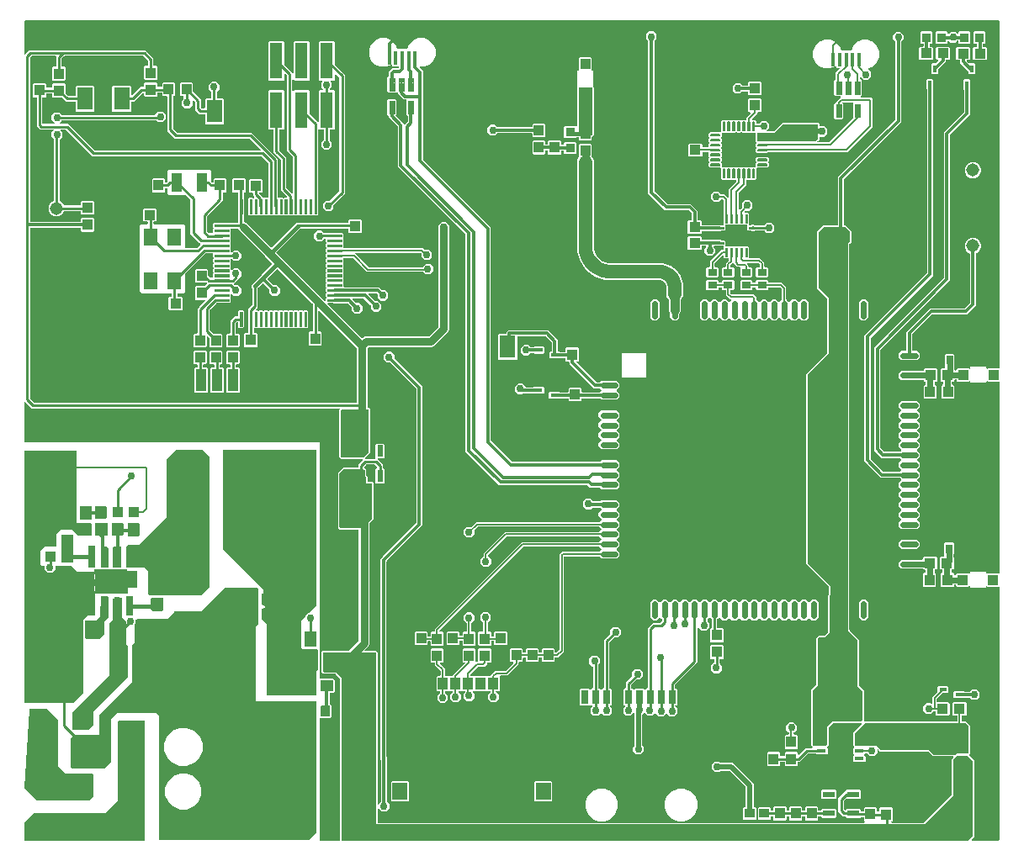
<source format=gbr>
G04 EAGLE Gerber RS-274X export*
G75*
%MOMM*%
%FSLAX34Y34*%
%LPD*%
%INTop Copper*%
%IPPOS*%
%AMOC8*
5,1,8,0,0,1.08239X$1,22.5*%
G01*
%ADD10R,1.290000X1.910000*%
%ADD11R,1.100000X1.000000*%
%ADD12R,1.000000X1.100000*%
%ADD13R,1.470000X1.270000*%
%ADD14R,0.910000X0.930000*%
%ADD15R,1.270000X1.470000*%
%ADD16R,2.250000X2.100000*%
%ADD17C,0.675000*%
%ADD18R,2.000000X2.000000*%
%ADD19R,3.000000X3.200000*%
%ADD20R,1.300000X1.500000*%
%ADD21R,0.600000X1.970000*%
%ADD22R,3.300000X2.410000*%
%ADD23R,0.600000X1.200000*%
%ADD24R,1.270000X3.680000*%
%ADD25C,0.062500*%
%ADD26C,1.308000*%
%ADD27R,1.600000X2.300000*%
%ADD28R,1.400000X1.800000*%
%ADD29R,1.100000X1.900000*%
%ADD30R,1.100000X2.200000*%
%ADD31R,0.950000X0.350000*%
%ADD32R,2.300000X3.230000*%
%ADD33R,1.910000X1.290000*%
%ADD34R,0.970000X1.000000*%
%ADD35R,0.800000X0.400000*%
%ADD36C,0.600000*%
%ADD37C,0.065000*%
%ADD38R,2.050000X2.050000*%
%ADD39R,0.900000X0.700000*%
%ADD40C,0.090000*%
%ADD41R,0.400000X1.450000*%
%ADD42R,1.800000X1.500000*%
%ADD43R,2.500000X1.500000*%
%ADD44R,1.000000X1.200000*%
%ADD45R,1.500000X1.700000*%
%ADD46R,1.000000X0.970000*%
%ADD47R,0.700000X1.400000*%
%ADD48R,1.400000X2.000000*%
%ADD49R,1.280000X1.400000*%
%ADD50R,1.950000X1.400000*%
%ADD51R,1.200000X0.600000*%
%ADD52R,0.400000X0.800000*%
%ADD53R,0.700000X0.900000*%
%ADD54R,2.200000X0.850000*%
%ADD55R,1.050000X1.000000*%
%ADD56R,0.850000X2.200000*%
%ADD57R,1.000000X1.050000*%
%ADD58R,0.970000X0.900000*%
%ADD59C,0.130000*%
%ADD60R,3.150000X3.150000*%
%ADD61C,0.254000*%
%ADD62C,0.756400*%
%ADD63C,0.203200*%
%ADD64C,0.762000*%
%ADD65C,0.152400*%
%ADD66C,0.304800*%
%ADD67C,0.200000*%
%ADD68C,0.381000*%
%ADD69C,0.300000*%
%ADD70C,0.760000*%
%ADD71C,0.253000*%
%ADD72C,0.508000*%
%ADD73C,0.250000*%
%ADD74C,0.500000*%
%ADD75C,0.889000*%
%ADD76C,1.384300*%
%ADD77C,0.400000*%

G36*
X986614Y10165D02*
X986614Y10165D01*
X986639Y10162D01*
X986734Y10184D01*
X986831Y10200D01*
X986852Y10212D01*
X986876Y10218D01*
X986960Y10269D01*
X987046Y10315D01*
X987063Y10333D01*
X987084Y10346D01*
X987146Y10422D01*
X987213Y10493D01*
X987223Y10516D01*
X987239Y10535D01*
X987273Y10626D01*
X987314Y10716D01*
X987316Y10740D01*
X987325Y10763D01*
X987339Y10910D01*
X987339Y265176D01*
X987335Y265200D01*
X987338Y265225D01*
X987316Y265320D01*
X987300Y265417D01*
X987288Y265438D01*
X987282Y265462D01*
X987231Y265546D01*
X987185Y265632D01*
X987167Y265649D01*
X987154Y265670D01*
X987078Y265732D01*
X987007Y265799D01*
X986984Y265809D01*
X986965Y265825D01*
X986874Y265859D01*
X986784Y265900D01*
X986760Y265902D01*
X986737Y265911D01*
X986590Y265925D01*
X975128Y265925D01*
X975040Y266014D01*
X974980Y266057D01*
X974926Y266107D01*
X974882Y266127D01*
X974841Y266156D01*
X974771Y266177D01*
X974704Y266208D01*
X974655Y266213D01*
X974608Y266227D01*
X974535Y266225D01*
X974461Y266232D01*
X974413Y266221D01*
X974364Y266219D01*
X974295Y266193D01*
X974224Y266177D01*
X974182Y266151D01*
X974136Y266133D01*
X974079Y266087D01*
X974016Y266048D01*
X973985Y266010D01*
X973947Y265979D01*
X973908Y265916D01*
X973861Y265859D01*
X973844Y265813D01*
X973818Y265771D01*
X973801Y265700D01*
X973775Y265631D01*
X973768Y265558D01*
X973762Y265534D01*
X973764Y265517D01*
X973761Y265484D01*
X973761Y264450D01*
X973760Y264449D01*
X957760Y264449D01*
X957759Y264450D01*
X957759Y265484D01*
X957747Y265557D01*
X957745Y265630D01*
X957728Y265676D01*
X957720Y265725D01*
X957685Y265790D01*
X957659Y265858D01*
X957628Y265897D01*
X957605Y265940D01*
X957551Y265990D01*
X957504Y266047D01*
X957462Y266073D01*
X957427Y266107D01*
X957360Y266137D01*
X957297Y266176D01*
X957249Y266187D01*
X957204Y266208D01*
X957131Y266215D01*
X957060Y266232D01*
X957011Y266227D01*
X956961Y266232D01*
X956890Y266215D01*
X956817Y266208D01*
X956772Y266188D01*
X956724Y266177D01*
X956661Y266138D01*
X956594Y266108D01*
X956538Y266061D01*
X956516Y266048D01*
X956506Y266035D01*
X956480Y266014D01*
X956392Y265925D01*
X944628Y265925D01*
X943735Y266818D01*
X943735Y267176D01*
X943733Y267192D01*
X943734Y267202D01*
X943732Y267209D01*
X943734Y267225D01*
X943712Y267320D01*
X943696Y267417D01*
X943684Y267438D01*
X943678Y267462D01*
X943627Y267546D01*
X943581Y267632D01*
X943563Y267649D01*
X943550Y267670D01*
X943474Y267732D01*
X943403Y267799D01*
X943380Y267809D01*
X943361Y267825D01*
X943270Y267859D01*
X943180Y267900D01*
X943156Y267902D01*
X943133Y267911D01*
X942986Y267925D01*
X942274Y267925D01*
X942250Y267921D01*
X942225Y267924D01*
X942130Y267902D01*
X942033Y267886D01*
X942012Y267874D01*
X941988Y267868D01*
X941904Y267817D01*
X941818Y267771D01*
X941801Y267753D01*
X941780Y267740D01*
X941718Y267664D01*
X941651Y267593D01*
X941641Y267570D01*
X941625Y267551D01*
X941591Y267460D01*
X941550Y267370D01*
X941548Y267346D01*
X941539Y267323D01*
X941525Y267176D01*
X941525Y266458D01*
X940632Y265565D01*
X929368Y265565D01*
X928475Y266458D01*
X928475Y278722D01*
X929397Y279643D01*
X929467Y279654D01*
X929488Y279666D01*
X929512Y279672D01*
X929596Y279723D01*
X929682Y279769D01*
X929699Y279787D01*
X929720Y279800D01*
X929782Y279876D01*
X929849Y279947D01*
X929859Y279970D01*
X929875Y279989D01*
X929909Y280080D01*
X929950Y280170D01*
X929952Y280194D01*
X929961Y280217D01*
X929975Y280364D01*
X929975Y282226D01*
X929971Y282250D01*
X929974Y282275D01*
X929952Y282370D01*
X929936Y282467D01*
X929924Y282488D01*
X929918Y282512D01*
X929867Y282596D01*
X929821Y282682D01*
X929803Y282699D01*
X929790Y282720D01*
X929714Y282782D01*
X929643Y282849D01*
X929620Y282859D01*
X929601Y282875D01*
X929510Y282909D01*
X929420Y282950D01*
X929396Y282952D01*
X929373Y282961D01*
X929226Y282975D01*
X928368Y282975D01*
X927475Y283868D01*
X927475Y295132D01*
X928368Y296025D01*
X931226Y296025D01*
X931250Y296029D01*
X931275Y296026D01*
X931370Y296048D01*
X931467Y296064D01*
X931488Y296076D01*
X931512Y296082D01*
X931596Y296133D01*
X931682Y296179D01*
X931699Y296197D01*
X931720Y296210D01*
X931782Y296286D01*
X931849Y296357D01*
X931859Y296380D01*
X931875Y296399D01*
X931909Y296490D01*
X931950Y296580D01*
X931952Y296604D01*
X931961Y296627D01*
X931975Y296774D01*
X931975Y298058D01*
X931959Y298154D01*
X931950Y298251D01*
X931940Y298274D01*
X931936Y298299D01*
X931890Y298385D01*
X931849Y298474D01*
X931828Y298499D01*
X931821Y298514D01*
X931802Y298531D01*
X931756Y298588D01*
X931475Y298868D01*
X931475Y309132D01*
X932368Y310025D01*
X940632Y310025D01*
X941525Y309132D01*
X941525Y298868D01*
X941244Y298588D01*
X941187Y298508D01*
X941125Y298433D01*
X941117Y298410D01*
X941102Y298390D01*
X941074Y298296D01*
X941039Y298205D01*
X941036Y298172D01*
X941031Y298156D01*
X941032Y298131D01*
X941025Y298058D01*
X941025Y295942D01*
X941041Y295846D01*
X941050Y295749D01*
X941060Y295726D01*
X941064Y295701D01*
X941110Y295615D01*
X941151Y295526D01*
X941172Y295501D01*
X941179Y295486D01*
X941198Y295469D01*
X941244Y295412D01*
X941525Y295132D01*
X941525Y283868D01*
X940632Y282975D01*
X939774Y282975D01*
X939750Y282971D01*
X939725Y282974D01*
X939630Y282952D01*
X939533Y282936D01*
X939512Y282924D01*
X939488Y282918D01*
X939404Y282867D01*
X939318Y282821D01*
X939301Y282803D01*
X939280Y282790D01*
X939218Y282714D01*
X939151Y282643D01*
X939141Y282620D01*
X939125Y282601D01*
X939091Y282510D01*
X939050Y282420D01*
X939048Y282396D01*
X939039Y282373D01*
X939025Y282226D01*
X939025Y280364D01*
X939029Y280340D01*
X939026Y280315D01*
X939048Y280220D01*
X939064Y280123D01*
X939076Y280102D01*
X939082Y280078D01*
X939133Y279994D01*
X939179Y279908D01*
X939197Y279891D01*
X939210Y279870D01*
X939286Y279808D01*
X939357Y279741D01*
X939380Y279731D01*
X939399Y279715D01*
X939490Y279681D01*
X939580Y279640D01*
X939604Y279638D01*
X939627Y279629D01*
X939774Y279615D01*
X940632Y279615D01*
X941525Y278722D01*
X941525Y277724D01*
X941529Y277700D01*
X941526Y277675D01*
X941548Y277580D01*
X941564Y277483D01*
X941576Y277462D01*
X941582Y277438D01*
X941633Y277354D01*
X941679Y277268D01*
X941697Y277251D01*
X941710Y277230D01*
X941786Y277168D01*
X941857Y277101D01*
X941880Y277091D01*
X941899Y277075D01*
X941990Y277041D01*
X942080Y277000D01*
X942104Y276998D01*
X942127Y276989D01*
X942274Y276975D01*
X942986Y276975D01*
X943010Y276979D01*
X943035Y276976D01*
X943130Y276998D01*
X943227Y277014D01*
X943248Y277026D01*
X943272Y277032D01*
X943356Y277083D01*
X943442Y277129D01*
X943459Y277147D01*
X943480Y277160D01*
X943542Y277236D01*
X943609Y277307D01*
X943619Y277330D01*
X943635Y277349D01*
X943669Y277440D01*
X943710Y277530D01*
X943712Y277554D01*
X943721Y277577D01*
X943735Y277724D01*
X943735Y278082D01*
X944628Y278975D01*
X956392Y278975D01*
X956480Y278886D01*
X956540Y278843D01*
X956594Y278793D01*
X956638Y278773D01*
X956679Y278744D01*
X956749Y278723D01*
X956816Y278692D01*
X956865Y278687D01*
X956912Y278673D01*
X956985Y278675D01*
X957059Y278668D01*
X957107Y278679D01*
X957156Y278681D01*
X957225Y278707D01*
X957296Y278723D01*
X957338Y278749D01*
X957384Y278767D01*
X957441Y278813D01*
X957504Y278852D01*
X957535Y278890D01*
X957573Y278921D01*
X957612Y278984D01*
X957659Y279041D01*
X957676Y279087D01*
X957702Y279129D01*
X957719Y279200D01*
X957745Y279269D01*
X957752Y279342D01*
X957758Y279366D01*
X957756Y279383D01*
X957759Y279416D01*
X957759Y280450D01*
X957760Y280451D01*
X973760Y280451D01*
X973761Y280450D01*
X973761Y279416D01*
X973773Y279343D01*
X973775Y279270D01*
X973792Y279224D01*
X973800Y279175D01*
X973835Y279110D01*
X973861Y279042D01*
X973892Y279003D01*
X973915Y278960D01*
X973969Y278910D01*
X974016Y278853D01*
X974058Y278827D01*
X974093Y278793D01*
X974160Y278763D01*
X974223Y278724D01*
X974271Y278713D01*
X974316Y278692D01*
X974389Y278685D01*
X974460Y278668D01*
X974509Y278673D01*
X974559Y278668D01*
X974630Y278685D01*
X974703Y278692D01*
X974748Y278712D01*
X974796Y278723D01*
X974859Y278762D01*
X974926Y278792D01*
X974982Y278839D01*
X975004Y278852D01*
X975014Y278865D01*
X975040Y278886D01*
X975128Y278975D01*
X986590Y278975D01*
X986614Y278979D01*
X986639Y278976D01*
X986734Y278998D01*
X986831Y279014D01*
X986852Y279026D01*
X986876Y279032D01*
X986960Y279083D01*
X987046Y279129D01*
X987063Y279147D01*
X987084Y279160D01*
X987146Y279236D01*
X987213Y279307D01*
X987223Y279330D01*
X987239Y279349D01*
X987273Y279440D01*
X987314Y279530D01*
X987316Y279554D01*
X987325Y279577D01*
X987339Y279724D01*
X987339Y471706D01*
X987336Y471727D01*
X987338Y471747D01*
X987337Y471749D01*
X987338Y471755D01*
X987316Y471850D01*
X987300Y471947D01*
X987288Y471968D01*
X987282Y471992D01*
X987231Y472076D01*
X987185Y472162D01*
X987167Y472179D01*
X987154Y472200D01*
X987078Y472262D01*
X987007Y472329D01*
X986984Y472339D01*
X986965Y472355D01*
X986874Y472389D01*
X986784Y472430D01*
X986760Y472432D01*
X986737Y472441D01*
X986590Y472455D01*
X975588Y472455D01*
X975500Y472544D01*
X975440Y472587D01*
X975386Y472637D01*
X975342Y472657D01*
X975301Y472686D01*
X975231Y472707D01*
X975164Y472738D01*
X975115Y472743D01*
X975068Y472757D01*
X974995Y472755D01*
X974921Y472762D01*
X974873Y472751D01*
X974824Y472749D01*
X974755Y472723D01*
X974684Y472707D01*
X974642Y472681D01*
X974596Y472663D01*
X974539Y472617D01*
X974476Y472578D01*
X974445Y472540D01*
X974407Y472509D01*
X974368Y472446D01*
X974321Y472389D01*
X974304Y472343D01*
X974278Y472301D01*
X974261Y472230D01*
X974235Y472161D01*
X974228Y472088D01*
X974222Y472064D01*
X974224Y472047D01*
X974221Y472014D01*
X974221Y470980D01*
X974220Y470979D01*
X958220Y470979D01*
X958219Y470980D01*
X958219Y472014D01*
X958207Y472087D01*
X958205Y472160D01*
X958188Y472206D01*
X958180Y472255D01*
X958145Y472320D01*
X958119Y472388D01*
X958088Y472427D01*
X958065Y472470D01*
X958011Y472520D01*
X957964Y472577D01*
X957922Y472603D01*
X957887Y472637D01*
X957820Y472667D01*
X957757Y472706D01*
X957709Y472717D01*
X957664Y472738D01*
X957591Y472745D01*
X957520Y472762D01*
X957471Y472757D01*
X957421Y472762D01*
X957350Y472745D01*
X957277Y472738D01*
X957232Y472718D01*
X957184Y472707D01*
X957121Y472668D01*
X957054Y472638D01*
X956998Y472591D01*
X956976Y472578D01*
X956966Y472565D01*
X956940Y472544D01*
X956852Y472455D01*
X945088Y472455D01*
X944195Y473348D01*
X944195Y473706D01*
X944191Y473730D01*
X944194Y473755D01*
X944172Y473850D01*
X944156Y473947D01*
X944144Y473968D01*
X944138Y473992D01*
X944087Y474076D01*
X944041Y474162D01*
X944023Y474179D01*
X944010Y474200D01*
X943934Y474262D01*
X943863Y474329D01*
X943840Y474339D01*
X943821Y474355D01*
X943730Y474389D01*
X943640Y474430D01*
X943616Y474432D01*
X943593Y474441D01*
X943446Y474455D01*
X942874Y474455D01*
X942850Y474451D01*
X942825Y474454D01*
X942730Y474432D01*
X942633Y474416D01*
X942612Y474404D01*
X942588Y474398D01*
X942504Y474347D01*
X942418Y474301D01*
X942401Y474283D01*
X942380Y474270D01*
X942318Y474194D01*
X942251Y474123D01*
X942241Y474100D01*
X942225Y474081D01*
X942191Y473990D01*
X942150Y473900D01*
X942148Y473876D01*
X942139Y473853D01*
X942125Y473706D01*
X942125Y473338D01*
X941232Y472445D01*
X940374Y472445D01*
X940350Y472441D01*
X940325Y472444D01*
X940230Y472422D01*
X940133Y472406D01*
X940112Y472394D01*
X940088Y472388D01*
X940004Y472337D01*
X939918Y472291D01*
X939901Y472273D01*
X939880Y472260D01*
X939818Y472184D01*
X939751Y472113D01*
X939741Y472090D01*
X939725Y472071D01*
X939691Y471980D01*
X939650Y471890D01*
X939648Y471866D01*
X939639Y471843D01*
X939625Y471696D01*
X939625Y469834D01*
X939629Y469810D01*
X939626Y469785D01*
X939648Y469690D01*
X939664Y469593D01*
X939676Y469572D01*
X939682Y469548D01*
X939733Y469464D01*
X939779Y469378D01*
X939797Y469361D01*
X939810Y469340D01*
X939886Y469278D01*
X939957Y469211D01*
X939980Y469201D01*
X939999Y469185D01*
X940090Y469151D01*
X940180Y469110D01*
X940204Y469108D01*
X940227Y469099D01*
X940374Y469085D01*
X941232Y469085D01*
X942125Y468192D01*
X942125Y455928D01*
X941232Y455035D01*
X929968Y455035D01*
X929075Y455928D01*
X929075Y468192D01*
X929997Y469113D01*
X930067Y469124D01*
X930088Y469136D01*
X930112Y469142D01*
X930196Y469193D01*
X930282Y469239D01*
X930299Y469257D01*
X930320Y469270D01*
X930382Y469346D01*
X930449Y469417D01*
X930459Y469440D01*
X930475Y469459D01*
X930509Y469550D01*
X930550Y469640D01*
X930552Y469664D01*
X930561Y469687D01*
X930575Y469834D01*
X930575Y471696D01*
X930571Y471720D01*
X930574Y471745D01*
X930552Y471840D01*
X930536Y471937D01*
X930524Y471958D01*
X930518Y471982D01*
X930467Y472066D01*
X930421Y472152D01*
X930403Y472169D01*
X930390Y472190D01*
X930314Y472252D01*
X930243Y472319D01*
X930220Y472329D01*
X930201Y472345D01*
X930110Y472379D01*
X930020Y472420D01*
X929996Y472422D01*
X929973Y472431D01*
X929826Y472445D01*
X928968Y472445D01*
X928075Y473338D01*
X928075Y484602D01*
X928968Y485495D01*
X931826Y485495D01*
X931850Y485499D01*
X931875Y485496D01*
X931970Y485518D01*
X932067Y485534D01*
X932088Y485546D01*
X932112Y485552D01*
X932196Y485603D01*
X932282Y485649D01*
X932299Y485667D01*
X932320Y485680D01*
X932382Y485756D01*
X932449Y485827D01*
X932459Y485850D01*
X932475Y485869D01*
X932509Y485960D01*
X932550Y486050D01*
X932552Y486074D01*
X932561Y486097D01*
X932575Y486244D01*
X932575Y488028D01*
X932559Y488124D01*
X932550Y488221D01*
X932540Y488244D01*
X932536Y488269D01*
X932490Y488355D01*
X932449Y488444D01*
X932428Y488469D01*
X932421Y488484D01*
X932402Y488501D01*
X932356Y488558D01*
X932075Y488838D01*
X932075Y499102D01*
X932968Y499995D01*
X941232Y499995D01*
X942125Y499102D01*
X942125Y488838D01*
X941844Y488558D01*
X941787Y488478D01*
X941725Y488403D01*
X941717Y488380D01*
X941702Y488360D01*
X941674Y488266D01*
X941639Y488175D01*
X941636Y488142D01*
X941631Y488126D01*
X941632Y488101D01*
X941625Y488028D01*
X941625Y485412D01*
X941641Y485316D01*
X941650Y485219D01*
X941660Y485196D01*
X941664Y485171D01*
X941710Y485085D01*
X941751Y484996D01*
X941772Y484971D01*
X941779Y484956D01*
X941798Y484939D01*
X941844Y484882D01*
X942125Y484602D01*
X942125Y484254D01*
X942129Y484230D01*
X942126Y484205D01*
X942148Y484110D01*
X942164Y484013D01*
X942176Y483992D01*
X942182Y483968D01*
X942233Y483884D01*
X942279Y483798D01*
X942297Y483781D01*
X942310Y483760D01*
X942386Y483698D01*
X942457Y483631D01*
X942480Y483621D01*
X942499Y483605D01*
X942590Y483571D01*
X942680Y483530D01*
X942704Y483528D01*
X942727Y483519D01*
X942874Y483505D01*
X943446Y483505D01*
X943470Y483509D01*
X943495Y483506D01*
X943590Y483528D01*
X943687Y483544D01*
X943708Y483556D01*
X943732Y483562D01*
X943816Y483613D01*
X943902Y483659D01*
X943919Y483677D01*
X943940Y483690D01*
X944002Y483766D01*
X944069Y483837D01*
X944079Y483860D01*
X944095Y483879D01*
X944129Y483970D01*
X944170Y484060D01*
X944172Y484084D01*
X944181Y484107D01*
X944195Y484254D01*
X944195Y484612D01*
X945088Y485505D01*
X956852Y485505D01*
X956940Y485416D01*
X957000Y485373D01*
X957054Y485323D01*
X957098Y485303D01*
X957139Y485274D01*
X957209Y485253D01*
X957276Y485222D01*
X957325Y485217D01*
X957372Y485203D01*
X957445Y485205D01*
X957519Y485198D01*
X957567Y485209D01*
X957616Y485211D01*
X957685Y485237D01*
X957756Y485253D01*
X957798Y485279D01*
X957844Y485297D01*
X957901Y485343D01*
X957964Y485382D01*
X957995Y485420D01*
X958033Y485451D01*
X958072Y485514D01*
X958119Y485571D01*
X958136Y485617D01*
X958162Y485659D01*
X958179Y485730D01*
X958205Y485799D01*
X958212Y485872D01*
X958218Y485896D01*
X958216Y485913D01*
X958219Y485946D01*
X958219Y486980D01*
X958220Y486981D01*
X974220Y486981D01*
X974221Y486980D01*
X974221Y485946D01*
X974233Y485873D01*
X974235Y485800D01*
X974252Y485754D01*
X974260Y485705D01*
X974295Y485640D01*
X974321Y485572D01*
X974352Y485533D01*
X974375Y485490D01*
X974429Y485440D01*
X974476Y485383D01*
X974518Y485357D01*
X974553Y485323D01*
X974620Y485293D01*
X974683Y485254D01*
X974731Y485243D01*
X974776Y485222D01*
X974849Y485215D01*
X974920Y485198D01*
X974969Y485203D01*
X975019Y485198D01*
X975090Y485215D01*
X975163Y485222D01*
X975208Y485242D01*
X975256Y485253D01*
X975319Y485292D01*
X975386Y485322D01*
X975442Y485369D01*
X975464Y485382D01*
X975474Y485395D01*
X975500Y485416D01*
X975588Y485505D01*
X986590Y485505D01*
X986614Y485509D01*
X986639Y485506D01*
X986734Y485528D01*
X986831Y485544D01*
X986852Y485556D01*
X986876Y485562D01*
X986960Y485613D01*
X987046Y485659D01*
X987063Y485677D01*
X987084Y485690D01*
X987146Y485766D01*
X987213Y485837D01*
X987223Y485860D01*
X987239Y485879D01*
X987273Y485970D01*
X987314Y486060D01*
X987316Y486084D01*
X987325Y486107D01*
X987339Y486254D01*
X987339Y835090D01*
X987336Y835112D01*
X987338Y835134D01*
X987337Y835135D01*
X987338Y835139D01*
X987316Y835234D01*
X987300Y835331D01*
X987288Y835352D01*
X987282Y835376D01*
X987231Y835460D01*
X987185Y835546D01*
X987167Y835563D01*
X987154Y835584D01*
X987078Y835646D01*
X987007Y835713D01*
X986984Y835723D01*
X986965Y835739D01*
X986874Y835773D01*
X986784Y835814D01*
X986760Y835816D01*
X986737Y835825D01*
X986590Y835839D01*
X6910Y835839D01*
X6886Y835835D01*
X6861Y835838D01*
X6766Y835816D01*
X6669Y835800D01*
X6648Y835788D01*
X6624Y835782D01*
X6540Y835731D01*
X6454Y835685D01*
X6437Y835667D01*
X6416Y835654D01*
X6354Y835578D01*
X6287Y835507D01*
X6277Y835484D01*
X6261Y835465D01*
X6227Y835374D01*
X6186Y835284D01*
X6184Y835260D01*
X6175Y835237D01*
X6161Y835090D01*
X6161Y802492D01*
X6173Y802419D01*
X6175Y802346D01*
X6192Y802300D01*
X6200Y802251D01*
X6235Y802186D01*
X6261Y802118D01*
X6292Y802079D01*
X6315Y802036D01*
X6369Y801986D01*
X6416Y801929D01*
X6457Y801903D01*
X6493Y801869D01*
X6560Y801839D01*
X6623Y801800D01*
X6671Y801789D01*
X6716Y801768D01*
X6789Y801761D01*
X6860Y801744D01*
X6909Y801749D01*
X6959Y801744D01*
X7030Y801761D01*
X7103Y801768D01*
X7148Y801788D01*
X7196Y801799D01*
X7259Y801838D01*
X7326Y801868D01*
X7382Y801915D01*
X7404Y801928D01*
X7414Y801941D01*
X7440Y801962D01*
X11272Y805795D01*
X128158Y805795D01*
X130014Y803938D01*
X134278Y799674D01*
X136135Y797818D01*
X136135Y791004D01*
X136139Y790980D01*
X136136Y790955D01*
X136158Y790860D01*
X136174Y790763D01*
X136186Y790742D01*
X136192Y790718D01*
X136243Y790634D01*
X136289Y790548D01*
X136307Y790531D01*
X136320Y790510D01*
X136396Y790448D01*
X136467Y790381D01*
X136490Y790371D01*
X136509Y790355D01*
X136600Y790321D01*
X136690Y790280D01*
X136714Y790278D01*
X136737Y790269D01*
X136884Y790255D01*
X138972Y790255D01*
X139865Y789362D01*
X139865Y777098D01*
X138972Y776205D01*
X127708Y776205D01*
X126815Y777098D01*
X126815Y789362D01*
X127708Y790255D01*
X129796Y790255D01*
X129820Y790259D01*
X129845Y790256D01*
X129940Y790278D01*
X130037Y790294D01*
X130058Y790306D01*
X130082Y790312D01*
X130166Y790363D01*
X130252Y790409D01*
X130269Y790427D01*
X130290Y790440D01*
X130352Y790516D01*
X130419Y790587D01*
X130429Y790610D01*
X130445Y790629D01*
X130479Y790720D01*
X130520Y790810D01*
X130522Y790834D01*
X130531Y790857D01*
X130545Y791004D01*
X130545Y795192D01*
X130529Y795288D01*
X130520Y795385D01*
X130510Y795408D01*
X130506Y795433D01*
X130460Y795519D01*
X130419Y795608D01*
X130398Y795633D01*
X130391Y795648D01*
X130372Y795665D01*
X130326Y795722D01*
X126062Y799986D01*
X125982Y800043D01*
X125907Y800105D01*
X125884Y800113D01*
X125864Y800128D01*
X125770Y800156D01*
X125679Y800191D01*
X125646Y800194D01*
X125630Y800199D01*
X125605Y800198D01*
X125532Y800205D01*
X46468Y800205D01*
X46372Y800189D01*
X46275Y800180D01*
X46252Y800170D01*
X46227Y800166D01*
X46141Y800120D01*
X46052Y800079D01*
X46027Y800058D01*
X46012Y800051D01*
X45995Y800032D01*
X45938Y799986D01*
X43764Y797812D01*
X43707Y797733D01*
X43645Y797657D01*
X43637Y797634D01*
X43622Y797614D01*
X43594Y797520D01*
X43559Y797429D01*
X43556Y797396D01*
X43551Y797380D01*
X43552Y797355D01*
X43545Y797282D01*
X43545Y790074D01*
X43549Y790050D01*
X43546Y790025D01*
X43568Y789930D01*
X43584Y789833D01*
X43596Y789812D01*
X43602Y789788D01*
X43653Y789704D01*
X43699Y789618D01*
X43717Y789601D01*
X43730Y789580D01*
X43806Y789518D01*
X43877Y789451D01*
X43900Y789441D01*
X43919Y789425D01*
X44010Y789391D01*
X44100Y789350D01*
X44124Y789348D01*
X44147Y789339D01*
X44294Y789325D01*
X46382Y789325D01*
X47275Y788432D01*
X47275Y776168D01*
X46382Y775275D01*
X35118Y775275D01*
X34225Y776168D01*
X34225Y788432D01*
X35118Y789325D01*
X37206Y789325D01*
X37230Y789329D01*
X37255Y789326D01*
X37350Y789348D01*
X37447Y789364D01*
X37468Y789376D01*
X37492Y789382D01*
X37576Y789433D01*
X37662Y789479D01*
X37679Y789497D01*
X37700Y789510D01*
X37762Y789586D01*
X37829Y789657D01*
X37839Y789680D01*
X37855Y789699D01*
X37889Y789790D01*
X37930Y789880D01*
X37932Y789904D01*
X37941Y789927D01*
X37955Y790074D01*
X37955Y799456D01*
X37951Y799480D01*
X37954Y799505D01*
X37932Y799600D01*
X37916Y799697D01*
X37904Y799718D01*
X37898Y799742D01*
X37847Y799826D01*
X37801Y799912D01*
X37783Y799929D01*
X37770Y799950D01*
X37694Y800012D01*
X37623Y800079D01*
X37600Y800089D01*
X37581Y800105D01*
X37490Y800139D01*
X37400Y800180D01*
X37376Y800182D01*
X37353Y800191D01*
X37206Y800205D01*
X13898Y800205D01*
X13802Y800189D01*
X13705Y800180D01*
X13682Y800170D01*
X13657Y800166D01*
X13571Y800120D01*
X13482Y800079D01*
X13457Y800058D01*
X13442Y800051D01*
X13425Y800032D01*
X13368Y799986D01*
X12014Y798632D01*
X11957Y798552D01*
X11895Y798477D01*
X11887Y798454D01*
X11872Y798433D01*
X11844Y798340D01*
X11809Y798249D01*
X11806Y798216D01*
X11801Y798200D01*
X11802Y798175D01*
X11795Y798102D01*
X11795Y634014D01*
X11799Y633990D01*
X11796Y633965D01*
X11818Y633870D01*
X11834Y633773D01*
X11846Y633752D01*
X11852Y633728D01*
X11903Y633644D01*
X11949Y633558D01*
X11967Y633541D01*
X11980Y633520D01*
X12056Y633458D01*
X12127Y633391D01*
X12150Y633381D01*
X12169Y633365D01*
X12260Y633331D01*
X12350Y633290D01*
X12374Y633288D01*
X12397Y633279D01*
X12544Y633265D01*
X62356Y633265D01*
X62380Y633269D01*
X62405Y633266D01*
X62500Y633288D01*
X62597Y633304D01*
X62618Y633316D01*
X62642Y633322D01*
X62726Y633373D01*
X62812Y633419D01*
X62829Y633437D01*
X62850Y633450D01*
X62912Y633526D01*
X62979Y633597D01*
X62989Y633620D01*
X63005Y633639D01*
X63039Y633730D01*
X63080Y633820D01*
X63082Y633844D01*
X63091Y633867D01*
X63105Y634014D01*
X63105Y636372D01*
X63998Y637265D01*
X75262Y637265D01*
X76155Y636372D01*
X76155Y624108D01*
X75262Y623215D01*
X63998Y623215D01*
X63105Y624108D01*
X63105Y626466D01*
X63101Y626490D01*
X63104Y626515D01*
X63082Y626610D01*
X63066Y626707D01*
X63054Y626728D01*
X63048Y626752D01*
X62997Y626836D01*
X62951Y626922D01*
X62933Y626939D01*
X62920Y626960D01*
X62844Y627022D01*
X62773Y627089D01*
X62750Y627099D01*
X62731Y627115D01*
X62640Y627149D01*
X62550Y627190D01*
X62526Y627192D01*
X62503Y627201D01*
X62356Y627215D01*
X12544Y627215D01*
X12520Y627211D01*
X12495Y627214D01*
X12400Y627192D01*
X12303Y627176D01*
X12282Y627164D01*
X12258Y627158D01*
X12174Y627107D01*
X12088Y627061D01*
X12071Y627043D01*
X12050Y627030D01*
X11988Y626954D01*
X11921Y626883D01*
X11911Y626860D01*
X11895Y626841D01*
X11861Y626750D01*
X11820Y626660D01*
X11818Y626636D01*
X11809Y626613D01*
X11795Y626466D01*
X11795Y455468D01*
X11811Y455372D01*
X11820Y455275D01*
X11830Y455252D01*
X11834Y455227D01*
X11880Y455141D01*
X11921Y455052D01*
X11942Y455027D01*
X11949Y455012D01*
X11968Y454995D01*
X12014Y454938D01*
X15938Y451014D01*
X16018Y450957D01*
X16093Y450895D01*
X16116Y450887D01*
X16137Y450872D01*
X16230Y450844D01*
X16321Y450809D01*
X16354Y450806D01*
X16370Y450801D01*
X16395Y450802D01*
X16468Y450795D01*
X339836Y450795D01*
X339860Y450799D01*
X339885Y450796D01*
X339980Y450818D01*
X340077Y450834D01*
X340098Y450846D01*
X340122Y450852D01*
X340206Y450903D01*
X340292Y450949D01*
X340309Y450967D01*
X340330Y450980D01*
X340392Y451056D01*
X340459Y451127D01*
X340469Y451150D01*
X340485Y451169D01*
X340519Y451260D01*
X340560Y451350D01*
X340562Y451374D01*
X340571Y451397D01*
X340585Y451544D01*
X340585Y505760D01*
X340569Y505856D01*
X340560Y505953D01*
X340550Y505976D01*
X340546Y506001D01*
X340500Y506087D01*
X340459Y506175D01*
X340438Y506201D01*
X340431Y506216D01*
X340412Y506233D01*
X340366Y506290D01*
X303194Y543462D01*
X303134Y543505D01*
X303080Y543555D01*
X303036Y543575D01*
X302995Y543604D01*
X302925Y543625D01*
X302858Y543656D01*
X302809Y543660D01*
X302762Y543675D01*
X302689Y543672D01*
X302615Y543680D01*
X302567Y543668D01*
X302518Y543667D01*
X302449Y543641D01*
X302378Y543624D01*
X302336Y543598D01*
X302290Y543581D01*
X302233Y543534D01*
X302170Y543496D01*
X302139Y543458D01*
X302101Y543426D01*
X302062Y543364D01*
X302015Y543307D01*
X301998Y543261D01*
X301972Y543219D01*
X301955Y543148D01*
X301929Y543079D01*
X301922Y543006D01*
X301916Y542982D01*
X301918Y542965D01*
X301915Y542932D01*
X301915Y523284D01*
X301919Y523260D01*
X301916Y523235D01*
X301938Y523140D01*
X301954Y523043D01*
X301966Y523022D01*
X301972Y522998D01*
X302023Y522914D01*
X302069Y522828D01*
X302087Y522811D01*
X302100Y522790D01*
X302176Y522728D01*
X302247Y522661D01*
X302270Y522651D01*
X302289Y522635D01*
X302380Y522601D01*
X302470Y522560D01*
X302494Y522558D01*
X302517Y522549D01*
X302664Y522535D01*
X304342Y522535D01*
X305235Y521642D01*
X305235Y509378D01*
X304342Y508485D01*
X293078Y508485D01*
X292185Y509378D01*
X292185Y521642D01*
X293078Y522535D01*
X295576Y522535D01*
X295600Y522539D01*
X295625Y522536D01*
X295720Y522558D01*
X295817Y522574D01*
X295838Y522586D01*
X295862Y522592D01*
X295946Y522643D01*
X296032Y522689D01*
X296049Y522707D01*
X296070Y522720D01*
X296132Y522796D01*
X296199Y522867D01*
X296209Y522890D01*
X296225Y522909D01*
X296259Y523000D01*
X296300Y523090D01*
X296302Y523114D01*
X296311Y523137D01*
X296325Y523284D01*
X296325Y550020D01*
X296309Y550116D01*
X296300Y550213D01*
X296290Y550236D01*
X296286Y550261D01*
X296240Y550347D01*
X296199Y550435D01*
X296178Y550461D01*
X296171Y550476D01*
X296152Y550493D01*
X296106Y550550D01*
X261103Y585553D01*
X261083Y585567D01*
X261067Y585586D01*
X260984Y585638D01*
X260904Y585695D01*
X260881Y585702D01*
X260860Y585715D01*
X260765Y585737D01*
X260671Y585766D01*
X260646Y585765D01*
X260623Y585771D01*
X260525Y585761D01*
X260427Y585758D01*
X260404Y585749D01*
X260380Y585747D01*
X260291Y585707D01*
X260199Y585672D01*
X260180Y585656D01*
X260157Y585646D01*
X260043Y585553D01*
X250751Y576261D01*
X250737Y576241D01*
X250718Y576225D01*
X250666Y576142D01*
X250609Y576062D01*
X250602Y576039D01*
X250589Y576018D01*
X250567Y575923D01*
X250538Y575829D01*
X250539Y575804D01*
X250533Y575781D01*
X250543Y575683D01*
X250546Y575585D01*
X250555Y575562D01*
X250557Y575538D01*
X250597Y575449D01*
X250632Y575357D01*
X250647Y575338D01*
X250658Y575315D01*
X250751Y575201D01*
X256426Y569526D01*
X256506Y569469D01*
X256581Y569407D01*
X256604Y569399D01*
X256625Y569384D01*
X256718Y569356D01*
X256809Y569321D01*
X256842Y569318D01*
X256858Y569313D01*
X256883Y569314D01*
X256956Y569307D01*
X260198Y569307D01*
X263307Y566198D01*
X263307Y561802D01*
X260198Y558693D01*
X255802Y558693D01*
X252693Y561802D01*
X252693Y565044D01*
X252677Y565140D01*
X252668Y565237D01*
X252658Y565260D01*
X252654Y565285D01*
X252608Y565371D01*
X252567Y565460D01*
X252546Y565485D01*
X252539Y565500D01*
X252520Y565517D01*
X252474Y565574D01*
X246799Y571249D01*
X246779Y571263D01*
X246763Y571282D01*
X246680Y571334D01*
X246600Y571391D01*
X246577Y571398D01*
X246556Y571411D01*
X246461Y571433D01*
X246367Y571462D01*
X246342Y571461D01*
X246319Y571467D01*
X246221Y571457D01*
X246123Y571454D01*
X246100Y571445D01*
X246076Y571443D01*
X245987Y571403D01*
X245895Y571368D01*
X245876Y571353D01*
X245853Y571342D01*
X245739Y571249D01*
X241134Y566644D01*
X241077Y566564D01*
X241043Y566523D01*
X241041Y566521D01*
X241041Y566520D01*
X241015Y566489D01*
X241007Y566466D01*
X240992Y566445D01*
X240964Y566352D01*
X240959Y566339D01*
X240940Y566299D01*
X240939Y566287D01*
X240929Y566261D01*
X240926Y566228D01*
X240921Y566212D01*
X240922Y566187D01*
X240915Y566114D01*
X240915Y546922D01*
X239226Y545234D01*
X239183Y545174D01*
X239133Y545120D01*
X239113Y545076D01*
X239084Y545035D01*
X239063Y544965D01*
X239032Y544898D01*
X239027Y544849D01*
X239013Y544802D01*
X239015Y544729D01*
X239008Y544655D01*
X239019Y544607D01*
X239021Y544558D01*
X239047Y544489D01*
X239063Y544418D01*
X239090Y544376D01*
X239107Y544330D01*
X239153Y544273D01*
X239192Y544210D01*
X239230Y544179D01*
X239262Y544141D01*
X239324Y544102D01*
X239381Y544055D01*
X239427Y544038D01*
X239469Y544012D01*
X239540Y543995D01*
X239609Y543969D01*
X239682Y543962D01*
X239706Y543956D01*
X239723Y543958D01*
X239756Y543955D01*
X240819Y543955D01*
X241090Y543683D01*
X241110Y543669D01*
X241126Y543650D01*
X241209Y543598D01*
X241288Y543541D01*
X241312Y543534D01*
X241333Y543521D01*
X241428Y543499D01*
X241522Y543470D01*
X241546Y543471D01*
X241570Y543465D01*
X241668Y543475D01*
X241766Y543478D01*
X241789Y543487D01*
X241813Y543489D01*
X241903Y543529D01*
X241994Y543564D01*
X242013Y543579D01*
X242036Y543589D01*
X242150Y543683D01*
X242422Y543955D01*
X245819Y543955D01*
X246090Y543683D01*
X246110Y543669D01*
X246126Y543650D01*
X246209Y543598D01*
X246288Y543541D01*
X246312Y543534D01*
X246333Y543521D01*
X246428Y543499D01*
X246522Y543470D01*
X246546Y543471D01*
X246570Y543465D01*
X246668Y543475D01*
X246766Y543478D01*
X246789Y543487D01*
X246813Y543489D01*
X246903Y543529D01*
X246994Y543564D01*
X247013Y543579D01*
X247036Y543589D01*
X247150Y543683D01*
X247422Y543955D01*
X250819Y543955D01*
X251090Y543683D01*
X251110Y543669D01*
X251126Y543650D01*
X251209Y543598D01*
X251288Y543541D01*
X251312Y543534D01*
X251333Y543521D01*
X251428Y543499D01*
X251522Y543470D01*
X251546Y543471D01*
X251570Y543465D01*
X251668Y543475D01*
X251766Y543478D01*
X251789Y543487D01*
X251813Y543489D01*
X251903Y543529D01*
X251994Y543564D01*
X252013Y543579D01*
X252036Y543589D01*
X252150Y543683D01*
X252422Y543955D01*
X255819Y543955D01*
X256090Y543683D01*
X256110Y543669D01*
X256126Y543650D01*
X256209Y543598D01*
X256288Y543541D01*
X256312Y543534D01*
X256333Y543521D01*
X256428Y543499D01*
X256522Y543470D01*
X256546Y543471D01*
X256570Y543465D01*
X256668Y543475D01*
X256766Y543478D01*
X256789Y543487D01*
X256813Y543489D01*
X256903Y543529D01*
X256994Y543564D01*
X257013Y543579D01*
X257036Y543589D01*
X257150Y543683D01*
X257422Y543955D01*
X260819Y543955D01*
X261090Y543683D01*
X261110Y543669D01*
X261126Y543650D01*
X261209Y543598D01*
X261288Y543541D01*
X261312Y543534D01*
X261333Y543521D01*
X261428Y543499D01*
X261522Y543470D01*
X261546Y543471D01*
X261570Y543465D01*
X261668Y543475D01*
X261766Y543478D01*
X261789Y543487D01*
X261813Y543489D01*
X261903Y543529D01*
X261994Y543564D01*
X262013Y543579D01*
X262036Y543589D01*
X262150Y543683D01*
X262422Y543955D01*
X265819Y543955D01*
X266090Y543683D01*
X266110Y543669D01*
X266126Y543650D01*
X266209Y543598D01*
X266288Y543541D01*
X266312Y543534D01*
X266333Y543521D01*
X266428Y543499D01*
X266522Y543470D01*
X266546Y543471D01*
X266570Y543465D01*
X266668Y543475D01*
X266766Y543478D01*
X266789Y543487D01*
X266813Y543489D01*
X266903Y543529D01*
X266994Y543564D01*
X267013Y543579D01*
X267036Y543589D01*
X267150Y543683D01*
X267422Y543955D01*
X270819Y543955D01*
X271090Y543683D01*
X271110Y543669D01*
X271126Y543650D01*
X271209Y543598D01*
X271288Y543541D01*
X271312Y543534D01*
X271333Y543521D01*
X271428Y543499D01*
X271522Y543470D01*
X271546Y543471D01*
X271570Y543465D01*
X271668Y543475D01*
X271766Y543478D01*
X271789Y543487D01*
X271813Y543489D01*
X271903Y543529D01*
X271994Y543564D01*
X272013Y543579D01*
X272036Y543589D01*
X272150Y543683D01*
X272422Y543955D01*
X275818Y543955D01*
X276090Y543683D01*
X276110Y543669D01*
X276126Y543650D01*
X276209Y543598D01*
X276289Y543541D01*
X276312Y543534D01*
X276333Y543521D01*
X276428Y543499D01*
X276522Y543470D01*
X276547Y543471D01*
X276570Y543465D01*
X276668Y543475D01*
X276766Y543478D01*
X276789Y543487D01*
X276813Y543489D01*
X276903Y543529D01*
X276994Y543564D01*
X277013Y543579D01*
X277036Y543589D01*
X277150Y543683D01*
X277421Y543955D01*
X280819Y543955D01*
X281090Y543683D01*
X281110Y543669D01*
X281126Y543650D01*
X281209Y543598D01*
X281288Y543541D01*
X281312Y543534D01*
X281333Y543521D01*
X281428Y543499D01*
X281522Y543470D01*
X281546Y543471D01*
X281570Y543465D01*
X281668Y543475D01*
X281766Y543478D01*
X281789Y543487D01*
X281813Y543489D01*
X281903Y543529D01*
X281994Y543564D01*
X282013Y543579D01*
X282036Y543589D01*
X282150Y543683D01*
X282422Y543955D01*
X285819Y543955D01*
X286090Y543683D01*
X286110Y543669D01*
X286126Y543650D01*
X286209Y543598D01*
X286288Y543541D01*
X286312Y543534D01*
X286333Y543521D01*
X286428Y543499D01*
X286522Y543470D01*
X286546Y543471D01*
X286570Y543465D01*
X286668Y543475D01*
X286766Y543478D01*
X286789Y543487D01*
X286813Y543489D01*
X286903Y543529D01*
X286994Y543564D01*
X287013Y543579D01*
X287036Y543589D01*
X287150Y543683D01*
X287422Y543955D01*
X290818Y543955D01*
X291895Y542878D01*
X291895Y527282D01*
X290818Y526205D01*
X287422Y526205D01*
X287150Y526477D01*
X287130Y526491D01*
X287114Y526510D01*
X287031Y526562D01*
X286951Y526619D01*
X286928Y526626D01*
X286907Y526639D01*
X286812Y526661D01*
X286718Y526690D01*
X286693Y526689D01*
X286670Y526695D01*
X286572Y526685D01*
X286474Y526682D01*
X286451Y526673D01*
X286427Y526671D01*
X286337Y526631D01*
X286246Y526596D01*
X286227Y526581D01*
X286204Y526571D01*
X286090Y526477D01*
X285819Y526205D01*
X282422Y526205D01*
X282150Y526477D01*
X282130Y526491D01*
X282114Y526510D01*
X282031Y526562D01*
X281951Y526619D01*
X281928Y526626D01*
X281907Y526639D01*
X281812Y526661D01*
X281718Y526690D01*
X281693Y526689D01*
X281670Y526695D01*
X281572Y526685D01*
X281474Y526682D01*
X281451Y526673D01*
X281427Y526671D01*
X281337Y526631D01*
X281246Y526596D01*
X281227Y526581D01*
X281204Y526571D01*
X281090Y526477D01*
X280819Y526205D01*
X277421Y526205D01*
X277150Y526477D01*
X277130Y526491D01*
X277114Y526510D01*
X277031Y526562D01*
X276952Y526619D01*
X276928Y526626D01*
X276907Y526639D01*
X276812Y526661D01*
X276718Y526690D01*
X276694Y526689D01*
X276670Y526695D01*
X276572Y526685D01*
X276474Y526682D01*
X276451Y526673D01*
X276427Y526671D01*
X276337Y526631D01*
X276246Y526596D01*
X276227Y526581D01*
X276204Y526571D01*
X276090Y526477D01*
X275818Y526205D01*
X272422Y526205D01*
X272150Y526477D01*
X272130Y526491D01*
X272114Y526510D01*
X272031Y526562D01*
X271951Y526619D01*
X271928Y526626D01*
X271907Y526639D01*
X271812Y526661D01*
X271718Y526690D01*
X271693Y526689D01*
X271670Y526695D01*
X271572Y526685D01*
X271474Y526682D01*
X271451Y526673D01*
X271427Y526671D01*
X271337Y526631D01*
X271246Y526596D01*
X271227Y526581D01*
X271204Y526571D01*
X271090Y526477D01*
X270819Y526205D01*
X267422Y526205D01*
X267150Y526477D01*
X267130Y526491D01*
X267114Y526510D01*
X267031Y526562D01*
X266951Y526619D01*
X266928Y526626D01*
X266907Y526639D01*
X266812Y526661D01*
X266718Y526690D01*
X266693Y526689D01*
X266670Y526695D01*
X266572Y526685D01*
X266474Y526682D01*
X266451Y526673D01*
X266427Y526671D01*
X266337Y526631D01*
X266246Y526596D01*
X266227Y526581D01*
X266204Y526571D01*
X266090Y526477D01*
X265819Y526205D01*
X262422Y526205D01*
X262150Y526477D01*
X262130Y526491D01*
X262114Y526510D01*
X262031Y526562D01*
X261951Y526619D01*
X261928Y526626D01*
X261907Y526639D01*
X261812Y526661D01*
X261718Y526690D01*
X261693Y526689D01*
X261670Y526695D01*
X261572Y526685D01*
X261474Y526682D01*
X261451Y526673D01*
X261427Y526671D01*
X261337Y526631D01*
X261246Y526596D01*
X261227Y526581D01*
X261204Y526571D01*
X261090Y526477D01*
X260819Y526205D01*
X257422Y526205D01*
X257150Y526477D01*
X257130Y526491D01*
X257114Y526510D01*
X257031Y526562D01*
X256951Y526619D01*
X256928Y526626D01*
X256907Y526639D01*
X256812Y526661D01*
X256718Y526690D01*
X256693Y526689D01*
X256670Y526695D01*
X256572Y526685D01*
X256474Y526682D01*
X256451Y526673D01*
X256427Y526671D01*
X256337Y526631D01*
X256246Y526596D01*
X256227Y526581D01*
X256204Y526571D01*
X256090Y526477D01*
X255819Y526205D01*
X252422Y526205D01*
X252150Y526477D01*
X252130Y526491D01*
X252114Y526510D01*
X252031Y526562D01*
X251951Y526619D01*
X251928Y526626D01*
X251907Y526639D01*
X251812Y526661D01*
X251718Y526690D01*
X251693Y526689D01*
X251670Y526695D01*
X251572Y526685D01*
X251474Y526682D01*
X251451Y526673D01*
X251427Y526671D01*
X251337Y526631D01*
X251246Y526596D01*
X251227Y526581D01*
X251204Y526571D01*
X251090Y526477D01*
X250819Y526205D01*
X247422Y526205D01*
X247150Y526477D01*
X247130Y526491D01*
X247114Y526510D01*
X247031Y526562D01*
X246951Y526619D01*
X246928Y526626D01*
X246907Y526639D01*
X246812Y526661D01*
X246718Y526690D01*
X246693Y526689D01*
X246670Y526695D01*
X246572Y526685D01*
X246474Y526682D01*
X246451Y526673D01*
X246427Y526671D01*
X246337Y526631D01*
X246246Y526596D01*
X246227Y526581D01*
X246204Y526571D01*
X246090Y526477D01*
X245819Y526205D01*
X242422Y526205D01*
X242150Y526477D01*
X242130Y526491D01*
X242114Y526510D01*
X242031Y526562D01*
X241951Y526619D01*
X241928Y526626D01*
X241907Y526639D01*
X241812Y526661D01*
X241718Y526690D01*
X241693Y526689D01*
X241670Y526695D01*
X241572Y526685D01*
X241474Y526682D01*
X241451Y526673D01*
X241427Y526671D01*
X241337Y526631D01*
X241246Y526596D01*
X241227Y526581D01*
X241204Y526571D01*
X241090Y526477D01*
X240819Y526205D01*
X237664Y526205D01*
X237640Y526201D01*
X237615Y526204D01*
X237520Y526182D01*
X237423Y526166D01*
X237402Y526154D01*
X237378Y526148D01*
X237294Y526097D01*
X237208Y526051D01*
X237191Y526033D01*
X237170Y526020D01*
X237108Y525944D01*
X237041Y525873D01*
X237031Y525850D01*
X237015Y525831D01*
X236981Y525740D01*
X236940Y525650D01*
X236938Y525626D01*
X236929Y525603D01*
X236915Y525456D01*
X236915Y521864D01*
X236917Y521853D01*
X236916Y521850D01*
X236919Y521840D01*
X236916Y521815D01*
X236938Y521720D01*
X236954Y521623D01*
X236966Y521602D01*
X236972Y521578D01*
X237023Y521494D01*
X237069Y521408D01*
X237087Y521391D01*
X237100Y521370D01*
X237176Y521308D01*
X237247Y521241D01*
X237270Y521231D01*
X237289Y521215D01*
X237380Y521181D01*
X237470Y521140D01*
X237494Y521138D01*
X237517Y521129D01*
X237664Y521115D01*
X239632Y521115D01*
X240525Y520222D01*
X240525Y507958D01*
X239632Y507065D01*
X228368Y507065D01*
X227475Y507958D01*
X227475Y520222D01*
X228368Y521115D01*
X230576Y521115D01*
X230600Y521119D01*
X230625Y521116D01*
X230720Y521138D01*
X230817Y521154D01*
X230838Y521166D01*
X230862Y521172D01*
X230946Y521223D01*
X231032Y521269D01*
X231049Y521287D01*
X231070Y521300D01*
X231132Y521376D01*
X231199Y521447D01*
X231209Y521470D01*
X231225Y521489D01*
X231259Y521580D01*
X231300Y521670D01*
X231302Y521694D01*
X231311Y521717D01*
X231325Y521864D01*
X231325Y545238D01*
X235106Y549018D01*
X235163Y549098D01*
X235225Y549173D01*
X235233Y549196D01*
X235248Y549217D01*
X235276Y549310D01*
X235311Y549401D01*
X235314Y549434D01*
X235319Y549450D01*
X235318Y549475D01*
X235325Y549548D01*
X235325Y566114D01*
X235322Y566134D01*
X235324Y566153D01*
X235309Y566217D01*
X235300Y566307D01*
X235290Y566330D01*
X235286Y566355D01*
X235270Y566384D01*
X235268Y566390D01*
X235254Y566414D01*
X235240Y566441D01*
X235199Y566530D01*
X235178Y566555D01*
X235171Y566570D01*
X235152Y566587D01*
X235106Y566644D01*
X234690Y567059D01*
X234690Y569901D01*
X244619Y579829D01*
X255193Y590403D01*
X255207Y590423D01*
X255226Y590439D01*
X255278Y590522D01*
X255335Y590601D01*
X255342Y590625D01*
X255355Y590646D01*
X255377Y590741D01*
X255406Y590835D01*
X255405Y590859D01*
X255411Y590883D01*
X255401Y590981D01*
X255398Y591079D01*
X255389Y591102D01*
X255387Y591126D01*
X255347Y591215D01*
X255312Y591307D01*
X255296Y591326D01*
X255286Y591349D01*
X255193Y591463D01*
X248472Y598183D01*
X248472Y598184D01*
X221677Y624978D01*
X221243Y626028D01*
X221191Y626111D01*
X221114Y626235D01*
X221029Y626305D01*
X220926Y626390D01*
X220925Y626390D01*
X220803Y626436D01*
X220697Y626476D01*
X220696Y626476D01*
X220550Y626490D01*
X214544Y626490D01*
X214520Y626486D01*
X214495Y626489D01*
X214400Y626467D01*
X214303Y626451D01*
X214282Y626439D01*
X214258Y626433D01*
X214174Y626382D01*
X214088Y626336D01*
X214071Y626318D01*
X214050Y626305D01*
X213988Y626229D01*
X213921Y626158D01*
X213911Y626135D01*
X213895Y626116D01*
X213861Y626025D01*
X213820Y625935D01*
X213818Y625911D01*
X213809Y625888D01*
X213795Y625741D01*
X213795Y622581D01*
X213523Y622310D01*
X213509Y622290D01*
X213490Y622274D01*
X213438Y622191D01*
X213381Y622112D01*
X213374Y622088D01*
X213361Y622067D01*
X213339Y621972D01*
X213310Y621878D01*
X213311Y621854D01*
X213305Y621830D01*
X213315Y621732D01*
X213318Y621634D01*
X213327Y621611D01*
X213329Y621587D01*
X213369Y621497D01*
X213404Y621406D01*
X213419Y621387D01*
X213429Y621364D01*
X213523Y621250D01*
X213795Y620978D01*
X213795Y617581D01*
X213523Y617310D01*
X213509Y617290D01*
X213490Y617274D01*
X213438Y617191D01*
X213381Y617112D01*
X213374Y617088D01*
X213361Y617067D01*
X213339Y616972D01*
X213310Y616878D01*
X213311Y616854D01*
X213305Y616830D01*
X213315Y616732D01*
X213318Y616634D01*
X213327Y616611D01*
X213329Y616587D01*
X213369Y616497D01*
X213404Y616406D01*
X213419Y616387D01*
X213429Y616364D01*
X213523Y616250D01*
X213795Y615978D01*
X213795Y612581D01*
X213523Y612310D01*
X213509Y612290D01*
X213490Y612274D01*
X213460Y612227D01*
X213458Y612225D01*
X213457Y612222D01*
X213438Y612191D01*
X213381Y612112D01*
X213374Y612088D01*
X213361Y612067D01*
X213339Y611972D01*
X213310Y611878D01*
X213311Y611854D01*
X213305Y611830D01*
X213315Y611732D01*
X213318Y611634D01*
X213327Y611611D01*
X213329Y611587D01*
X213369Y611497D01*
X213404Y611406D01*
X213419Y611387D01*
X213429Y611364D01*
X213523Y611250D01*
X213795Y610978D01*
X213795Y607581D01*
X213523Y607310D01*
X213509Y607290D01*
X213490Y607274D01*
X213438Y607191D01*
X213381Y607112D01*
X213374Y607088D01*
X213361Y607067D01*
X213339Y606972D01*
X213310Y606878D01*
X213311Y606854D01*
X213305Y606830D01*
X213315Y606732D01*
X213318Y606634D01*
X213327Y606611D01*
X213329Y606587D01*
X213369Y606497D01*
X213404Y606406D01*
X213419Y606387D01*
X213429Y606364D01*
X213523Y606250D01*
X213795Y605978D01*
X213795Y603108D01*
X213807Y603036D01*
X213809Y602963D01*
X213826Y602916D01*
X213834Y602868D01*
X213869Y602803D01*
X213895Y602734D01*
X213926Y602696D01*
X213949Y602652D01*
X214003Y602602D01*
X214050Y602545D01*
X214092Y602519D01*
X214127Y602486D01*
X214194Y602455D01*
X214257Y602416D01*
X214305Y602405D01*
X214350Y602385D01*
X214423Y602378D01*
X214494Y602361D01*
X214543Y602366D01*
X214593Y602361D01*
X214664Y602377D01*
X214737Y602385D01*
X214782Y602405D01*
X214830Y602416D01*
X214893Y602455D01*
X214960Y602485D01*
X215016Y602531D01*
X215038Y602545D01*
X215048Y602558D01*
X215074Y602579D01*
X216802Y604307D01*
X221198Y604307D01*
X224307Y601198D01*
X224307Y596802D01*
X221198Y593693D01*
X216802Y593693D01*
X215074Y595421D01*
X215014Y595464D01*
X214960Y595514D01*
X214916Y595535D01*
X214875Y595564D01*
X214805Y595585D01*
X214738Y595615D01*
X214689Y595620D01*
X214642Y595634D01*
X214569Y595632D01*
X214495Y595639D01*
X214447Y595628D01*
X214398Y595626D01*
X214329Y595601D01*
X214258Y595584D01*
X214216Y595558D01*
X214170Y595541D01*
X214113Y595494D01*
X214050Y595455D01*
X214019Y595417D01*
X213981Y595386D01*
X213942Y595324D01*
X213895Y595267D01*
X213878Y595221D01*
X213852Y595179D01*
X213835Y595107D01*
X213809Y595039D01*
X213802Y594965D01*
X213796Y594941D01*
X213798Y594925D01*
X213795Y594892D01*
X213795Y592581D01*
X213523Y592310D01*
X213509Y592290D01*
X213490Y592274D01*
X213438Y592191D01*
X213381Y592112D01*
X213374Y592088D01*
X213361Y592067D01*
X213339Y591972D01*
X213310Y591878D01*
X213311Y591854D01*
X213305Y591830D01*
X213315Y591732D01*
X213318Y591634D01*
X213327Y591611D01*
X213329Y591587D01*
X213369Y591497D01*
X213404Y591406D01*
X213419Y591387D01*
X213429Y591364D01*
X213523Y591250D01*
X213795Y590978D01*
X213795Y587581D01*
X213523Y587310D01*
X213509Y587290D01*
X213490Y587274D01*
X213438Y587191D01*
X213381Y587112D01*
X213374Y587088D01*
X213361Y587067D01*
X213339Y586972D01*
X213310Y586878D01*
X213311Y586854D01*
X213305Y586830D01*
X213315Y586732D01*
X213318Y586634D01*
X213327Y586611D01*
X213329Y586587D01*
X213369Y586497D01*
X213404Y586406D01*
X213419Y586387D01*
X213429Y586364D01*
X213523Y586250D01*
X213795Y585978D01*
X213795Y585108D01*
X213807Y585036D01*
X213809Y584963D01*
X213826Y584916D01*
X213834Y584868D01*
X213869Y584803D01*
X213895Y584734D01*
X213926Y584696D01*
X213949Y584652D01*
X214003Y584602D01*
X214050Y584545D01*
X214092Y584519D01*
X214127Y584486D01*
X214194Y584455D01*
X214257Y584416D01*
X214305Y584405D01*
X214350Y584385D01*
X214423Y584378D01*
X214494Y584361D01*
X214543Y584366D01*
X214593Y584361D01*
X214664Y584377D01*
X214737Y584385D01*
X214782Y584405D01*
X214830Y584416D01*
X214893Y584455D01*
X214960Y584485D01*
X215016Y584531D01*
X215038Y584545D01*
X215048Y584558D01*
X215074Y584579D01*
X216802Y586307D01*
X221198Y586307D01*
X224307Y583198D01*
X224307Y578802D01*
X222014Y576509D01*
X221957Y576430D01*
X221895Y576355D01*
X221887Y576331D01*
X221872Y576311D01*
X221844Y576218D01*
X221809Y576126D01*
X221806Y576093D01*
X221801Y576077D01*
X221802Y576053D01*
X221795Y575980D01*
X221795Y575842D01*
X216982Y571030D01*
X216968Y571010D01*
X216949Y570994D01*
X216897Y570911D01*
X216840Y570831D01*
X216833Y570808D01*
X216820Y570787D01*
X216798Y570692D01*
X216769Y570598D01*
X216770Y570573D01*
X216764Y570550D01*
X216774Y570452D01*
X216777Y570354D01*
X216786Y570331D01*
X216788Y570307D01*
X216828Y570217D01*
X216863Y570126D01*
X216878Y570107D01*
X216889Y570084D01*
X216982Y569970D01*
X217426Y569526D01*
X217505Y569469D01*
X217581Y569407D01*
X217604Y569399D01*
X217625Y569384D01*
X217718Y569356D01*
X217809Y569321D01*
X217842Y569318D01*
X217858Y569313D01*
X217883Y569314D01*
X217956Y569307D01*
X221198Y569307D01*
X224307Y566198D01*
X224307Y561802D01*
X221198Y558693D01*
X216802Y558693D01*
X215074Y560421D01*
X215014Y560464D01*
X214960Y560514D01*
X214916Y560535D01*
X214875Y560564D01*
X214805Y560585D01*
X214738Y560615D01*
X214689Y560620D01*
X214642Y560634D01*
X214569Y560632D01*
X214495Y560639D01*
X214447Y560628D01*
X214398Y560626D01*
X214329Y560601D01*
X214258Y560584D01*
X214216Y560558D01*
X214170Y560541D01*
X214113Y560494D01*
X214050Y560455D01*
X214019Y560417D01*
X213981Y560386D01*
X213942Y560324D01*
X213895Y560267D01*
X213878Y560221D01*
X213852Y560179D01*
X213835Y560107D01*
X213809Y560039D01*
X213802Y559965D01*
X213796Y559941D01*
X213798Y559925D01*
X213795Y559892D01*
X213795Y557581D01*
X213523Y557310D01*
X213509Y557290D01*
X213490Y557274D01*
X213438Y557191D01*
X213381Y557112D01*
X213374Y557088D01*
X213361Y557067D01*
X213339Y556972D01*
X213310Y556878D01*
X213311Y556854D01*
X213305Y556830D01*
X213315Y556732D01*
X213318Y556634D01*
X213327Y556611D01*
X213329Y556587D01*
X213369Y556497D01*
X213404Y556406D01*
X213419Y556387D01*
X213429Y556364D01*
X213523Y556250D01*
X213795Y555978D01*
X213795Y552582D01*
X212718Y551505D01*
X206408Y551505D01*
X206312Y551489D01*
X206270Y551485D01*
X199767Y551485D01*
X199671Y551469D01*
X199574Y551460D01*
X199551Y551450D01*
X199526Y551446D01*
X199440Y551400D01*
X199352Y551359D01*
X199326Y551338D01*
X199311Y551331D01*
X199294Y551312D01*
X199237Y551266D01*
X193014Y545043D01*
X192957Y544963D01*
X192895Y544888D01*
X192887Y544865D01*
X192872Y544844D01*
X192844Y544751D01*
X192809Y544660D01*
X192806Y544627D01*
X192801Y544611D01*
X192802Y544586D01*
X192795Y544513D01*
X192795Y523968D01*
X192811Y523872D01*
X192820Y523775D01*
X192830Y523752D01*
X192834Y523727D01*
X192880Y523641D01*
X192921Y523552D01*
X192942Y523527D01*
X192949Y523512D01*
X192968Y523495D01*
X193014Y523438D01*
X195708Y520744D01*
X195788Y520687D01*
X195863Y520625D01*
X195886Y520617D01*
X195907Y520602D01*
X196000Y520574D01*
X196091Y520539D01*
X196124Y520536D01*
X196140Y520531D01*
X196165Y520532D01*
X196238Y520525D01*
X204632Y520525D01*
X205525Y519632D01*
X205525Y507368D01*
X204632Y506475D01*
X193368Y506475D01*
X192475Y507368D01*
X192475Y515762D01*
X192459Y515858D01*
X192450Y515955D01*
X192440Y515978D01*
X192436Y516003D01*
X192389Y516089D01*
X192349Y516178D01*
X192328Y516203D01*
X192321Y516218D01*
X192302Y516235D01*
X192256Y516292D01*
X190804Y517744D01*
X190744Y517787D01*
X190690Y517837D01*
X190646Y517857D01*
X190605Y517886D01*
X190535Y517907D01*
X190468Y517938D01*
X190419Y517943D01*
X190372Y517957D01*
X190299Y517955D01*
X190225Y517962D01*
X190177Y517951D01*
X190128Y517949D01*
X190059Y517923D01*
X189988Y517907D01*
X189946Y517880D01*
X189900Y517863D01*
X189843Y517817D01*
X189780Y517778D01*
X189749Y517740D01*
X189711Y517708D01*
X189672Y517646D01*
X189625Y517589D01*
X189608Y517543D01*
X189582Y517501D01*
X189565Y517430D01*
X189539Y517361D01*
X189532Y517288D01*
X189526Y517264D01*
X189528Y517247D01*
X189525Y517214D01*
X189525Y507368D01*
X188632Y506475D01*
X177368Y506475D01*
X176475Y507368D01*
X176475Y519632D01*
X177368Y520525D01*
X179456Y520525D01*
X179480Y520529D01*
X179505Y520526D01*
X179600Y520548D01*
X179697Y520564D01*
X179718Y520576D01*
X179742Y520582D01*
X179826Y520633D01*
X179912Y520679D01*
X179929Y520697D01*
X179950Y520710D01*
X180012Y520786D01*
X180079Y520857D01*
X180089Y520880D01*
X180105Y520899D01*
X180139Y520990D01*
X180180Y521080D01*
X180182Y521104D01*
X180191Y521127D01*
X180205Y521274D01*
X180205Y545886D01*
X182062Y547742D01*
X187656Y553336D01*
X187698Y553396D01*
X187749Y553450D01*
X187769Y553494D01*
X187798Y553535D01*
X187819Y553605D01*
X187849Y553672D01*
X187854Y553721D01*
X187869Y553768D01*
X187866Y553841D01*
X187874Y553915D01*
X187862Y553963D01*
X187861Y554012D01*
X187835Y554081D01*
X187818Y554152D01*
X187792Y554194D01*
X187775Y554240D01*
X187728Y554297D01*
X187690Y554360D01*
X187651Y554391D01*
X187620Y554429D01*
X187558Y554468D01*
X187501Y554515D01*
X187455Y554532D01*
X187413Y554558D01*
X187342Y554575D01*
X187273Y554601D01*
X187200Y554608D01*
X187175Y554614D01*
X187159Y554612D01*
X187126Y554615D01*
X178988Y554615D01*
X178095Y555508D01*
X178095Y567772D01*
X178988Y568665D01*
X187382Y568665D01*
X187478Y568681D01*
X187575Y568690D01*
X187598Y568700D01*
X187623Y568704D01*
X187709Y568750D01*
X187798Y568791D01*
X187823Y568812D01*
X187838Y568819D01*
X187855Y568838D01*
X187912Y568884D01*
X189246Y570218D01*
X189544Y570516D01*
X189587Y570576D01*
X189637Y570630D01*
X189657Y570674D01*
X189686Y570715D01*
X189707Y570785D01*
X189738Y570852D01*
X189743Y570901D01*
X189757Y570948D01*
X189755Y571021D01*
X189762Y571095D01*
X189751Y571143D01*
X189749Y571192D01*
X189723Y571261D01*
X189707Y571332D01*
X189680Y571374D01*
X189663Y571420D01*
X189617Y571477D01*
X189578Y571540D01*
X189540Y571571D01*
X189508Y571609D01*
X189446Y571648D01*
X189389Y571695D01*
X189343Y571712D01*
X189301Y571738D01*
X189230Y571755D01*
X189161Y571781D01*
X189088Y571788D01*
X189064Y571794D01*
X189047Y571792D01*
X189014Y571795D01*
X178988Y571795D01*
X178095Y572688D01*
X178095Y584952D01*
X178988Y585845D01*
X190252Y585845D01*
X191145Y584952D01*
X191145Y579118D01*
X191161Y579021D01*
X191170Y578925D01*
X191180Y578902D01*
X191184Y578877D01*
X191230Y578791D01*
X191271Y578702D01*
X191292Y578677D01*
X191299Y578662D01*
X191318Y578645D01*
X191364Y578588D01*
X192938Y577014D01*
X193018Y576957D01*
X193093Y576895D01*
X193116Y576887D01*
X193137Y576872D01*
X193230Y576844D01*
X193321Y576809D01*
X193354Y576806D01*
X193370Y576801D01*
X193395Y576802D01*
X193468Y576795D01*
X195296Y576795D01*
X195320Y576799D01*
X195345Y576796D01*
X195440Y576818D01*
X195537Y576834D01*
X195558Y576846D01*
X195582Y576852D01*
X195666Y576903D01*
X195752Y576949D01*
X195769Y576967D01*
X195790Y576980D01*
X195852Y577056D01*
X195919Y577127D01*
X195929Y577150D01*
X195945Y577169D01*
X195979Y577260D01*
X196020Y577350D01*
X196022Y577374D01*
X196031Y577397D01*
X196045Y577544D01*
X196045Y580978D01*
X196317Y581250D01*
X196331Y581270D01*
X196350Y581286D01*
X196402Y581369D01*
X196459Y581449D01*
X196466Y581472D01*
X196479Y581493D01*
X196501Y581588D01*
X196530Y581682D01*
X196529Y581707D01*
X196535Y581730D01*
X196525Y581828D01*
X196522Y581926D01*
X196513Y581949D01*
X196511Y581973D01*
X196471Y582063D01*
X196436Y582154D01*
X196421Y582173D01*
X196411Y582196D01*
X196317Y582310D01*
X196045Y582581D01*
X196045Y585978D01*
X196317Y586250D01*
X196331Y586270D01*
X196350Y586286D01*
X196402Y586369D01*
X196459Y586449D01*
X196466Y586472D01*
X196479Y586493D01*
X196501Y586588D01*
X196530Y586682D01*
X196529Y586707D01*
X196535Y586730D01*
X196525Y586828D01*
X196522Y586926D01*
X196513Y586949D01*
X196511Y586973D01*
X196471Y587063D01*
X196436Y587154D01*
X196421Y587173D01*
X196411Y587196D01*
X196317Y587310D01*
X196045Y587581D01*
X196045Y590978D01*
X196317Y591250D01*
X196331Y591270D01*
X196350Y591286D01*
X196402Y591369D01*
X196459Y591449D01*
X196466Y591472D01*
X196479Y591493D01*
X196501Y591588D01*
X196530Y591682D01*
X196529Y591707D01*
X196535Y591730D01*
X196525Y591828D01*
X196522Y591926D01*
X196513Y591949D01*
X196511Y591973D01*
X196471Y592063D01*
X196436Y592154D01*
X196421Y592173D01*
X196411Y592196D01*
X196317Y592310D01*
X196045Y592581D01*
X196045Y595978D01*
X196317Y596250D01*
X196331Y596270D01*
X196350Y596286D01*
X196402Y596369D01*
X196459Y596449D01*
X196466Y596472D01*
X196479Y596493D01*
X196501Y596588D01*
X196530Y596682D01*
X196529Y596707D01*
X196535Y596730D01*
X196525Y596828D01*
X196522Y596926D01*
X196513Y596949D01*
X196511Y596973D01*
X196471Y597063D01*
X196436Y597154D01*
X196421Y597173D01*
X196411Y597196D01*
X196317Y597310D01*
X196045Y597581D01*
X196045Y600736D01*
X196041Y600760D01*
X196044Y600785D01*
X196022Y600880D01*
X196006Y600977D01*
X195994Y600998D01*
X195988Y601022D01*
X195937Y601106D01*
X195891Y601192D01*
X195873Y601209D01*
X195860Y601230D01*
X195784Y601292D01*
X195713Y601359D01*
X195690Y601369D01*
X195671Y601385D01*
X195580Y601419D01*
X195490Y601460D01*
X195466Y601462D01*
X195443Y601471D01*
X195296Y601485D01*
X189138Y601485D01*
X189042Y601469D01*
X188945Y601460D01*
X188922Y601450D01*
X188897Y601446D01*
X188811Y601400D01*
X188722Y601359D01*
X188697Y601338D01*
X188682Y601331D01*
X188665Y601312D01*
X188608Y601266D01*
X167982Y580640D01*
X167925Y580560D01*
X167863Y580485D01*
X167855Y580462D01*
X167840Y580441D01*
X167812Y580348D01*
X167777Y580257D01*
X167774Y580224D01*
X167769Y580208D01*
X167770Y580183D01*
X167763Y580110D01*
X167763Y562684D01*
X166316Y561237D01*
X160694Y561237D01*
X160670Y561233D01*
X160645Y561236D01*
X160550Y561214D01*
X160453Y561198D01*
X160432Y561186D01*
X160408Y561180D01*
X160324Y561129D01*
X160238Y561083D01*
X160221Y561065D01*
X160200Y561052D01*
X160138Y560976D01*
X160071Y560905D01*
X160061Y560882D01*
X160045Y560863D01*
X160011Y560772D01*
X159970Y560682D01*
X159968Y560658D01*
X159959Y560635D01*
X159945Y560488D01*
X159945Y558224D01*
X159949Y558200D01*
X159946Y558175D01*
X159968Y558080D01*
X159984Y557983D01*
X159996Y557962D01*
X160002Y557938D01*
X160053Y557854D01*
X160099Y557768D01*
X160117Y557751D01*
X160130Y557730D01*
X160206Y557668D01*
X160277Y557601D01*
X160300Y557591D01*
X160319Y557575D01*
X160410Y557541D01*
X160500Y557500D01*
X160524Y557498D01*
X160547Y557489D01*
X160694Y557475D01*
X164522Y557475D01*
X165415Y556582D01*
X165415Y545318D01*
X164522Y544425D01*
X152258Y544425D01*
X151365Y545318D01*
X151365Y556582D01*
X152258Y557475D01*
X153606Y557475D01*
X153630Y557479D01*
X153655Y557476D01*
X153750Y557498D01*
X153847Y557514D01*
X153868Y557526D01*
X153892Y557532D01*
X153976Y557583D01*
X154062Y557629D01*
X154079Y557647D01*
X154100Y557660D01*
X154162Y557736D01*
X154229Y557807D01*
X154239Y557830D01*
X154255Y557849D01*
X154289Y557940D01*
X154330Y558030D01*
X154332Y558054D01*
X154341Y558077D01*
X154355Y558224D01*
X154355Y560488D01*
X154351Y560512D01*
X154354Y560537D01*
X154332Y560632D01*
X154316Y560729D01*
X154304Y560750D01*
X154298Y560774D01*
X154247Y560858D01*
X154201Y560944D01*
X154183Y560961D01*
X154170Y560982D01*
X154094Y561044D01*
X154023Y561111D01*
X154000Y561121D01*
X153981Y561137D01*
X153890Y561171D01*
X153800Y561212D01*
X153776Y561214D01*
X153753Y561223D01*
X153606Y561237D01*
X124684Y561237D01*
X122237Y563684D01*
X122237Y629316D01*
X123684Y630763D01*
X129606Y630763D01*
X129630Y630767D01*
X129655Y630764D01*
X129750Y630786D01*
X129847Y630802D01*
X129868Y630814D01*
X129892Y630820D01*
X129976Y630871D01*
X130062Y630917D01*
X130079Y630935D01*
X130100Y630948D01*
X130162Y631024D01*
X130229Y631095D01*
X130239Y631118D01*
X130255Y631137D01*
X130289Y631228D01*
X130330Y631318D01*
X130332Y631342D01*
X130341Y631365D01*
X130355Y631512D01*
X130355Y632826D01*
X130354Y632836D01*
X130353Y632837D01*
X130351Y632850D01*
X130354Y632875D01*
X130332Y632970D01*
X130316Y633067D01*
X130304Y633088D01*
X130298Y633112D01*
X130247Y633196D01*
X130201Y633282D01*
X130183Y633299D01*
X130170Y633320D01*
X130094Y633382D01*
X130023Y633449D01*
X130000Y633459D01*
X129981Y633475D01*
X129890Y633509D01*
X129800Y633550D01*
X129776Y633552D01*
X129753Y633561D01*
X129606Y633575D01*
X126268Y633575D01*
X125375Y634468D01*
X125375Y645732D01*
X126268Y646625D01*
X138532Y646625D01*
X139425Y645732D01*
X139425Y634468D01*
X138532Y633575D01*
X136694Y633575D01*
X136670Y633571D01*
X136645Y633574D01*
X136550Y633552D01*
X136453Y633536D01*
X136432Y633524D01*
X136408Y633518D01*
X136324Y633467D01*
X136238Y633421D01*
X136221Y633403D01*
X136200Y633390D01*
X136138Y633314D01*
X136071Y633243D01*
X136061Y633220D01*
X136045Y633201D01*
X136011Y633110D01*
X135970Y633020D01*
X135968Y632996D01*
X135959Y632973D01*
X135945Y632826D01*
X135945Y631512D01*
X135949Y631488D01*
X135946Y631463D01*
X135968Y631368D01*
X135984Y631271D01*
X135996Y631250D01*
X136002Y631226D01*
X136053Y631142D01*
X136099Y631056D01*
X136117Y631039D01*
X136130Y631018D01*
X136206Y630956D01*
X136277Y630889D01*
X136300Y630879D01*
X136319Y630863D01*
X136410Y630829D01*
X136500Y630788D01*
X136524Y630786D01*
X136547Y630777D01*
X136694Y630763D01*
X166316Y630763D01*
X167763Y629316D01*
X167763Y607544D01*
X167767Y607520D01*
X167764Y607495D01*
X167786Y607400D01*
X167802Y607303D01*
X167814Y607282D01*
X167820Y607258D01*
X167871Y607174D01*
X167917Y607088D01*
X167935Y607071D01*
X167948Y607050D01*
X168024Y606988D01*
X168095Y606921D01*
X168118Y606911D01*
X168137Y606895D01*
X168228Y606861D01*
X168318Y606820D01*
X168342Y606818D01*
X168365Y606809D01*
X168512Y606795D01*
X179532Y606795D01*
X179628Y606811D01*
X179725Y606820D01*
X179748Y606830D01*
X179773Y606834D01*
X179859Y606880D01*
X179948Y606921D01*
X179973Y606942D01*
X179988Y606949D01*
X180005Y606968D01*
X180062Y607014D01*
X183254Y610206D01*
X183297Y610266D01*
X183347Y610320D01*
X183367Y610364D01*
X183396Y610405D01*
X183417Y610475D01*
X183448Y610542D01*
X183453Y610591D01*
X183467Y610638D01*
X183465Y610711D01*
X183472Y610785D01*
X183461Y610833D01*
X183459Y610882D01*
X183433Y610951D01*
X183417Y611022D01*
X183390Y611064D01*
X183373Y611110D01*
X183327Y611167D01*
X183288Y611230D01*
X183250Y611261D01*
X183218Y611299D01*
X183156Y611338D01*
X183099Y611385D01*
X183053Y611402D01*
X183011Y611428D01*
X182940Y611445D01*
X182871Y611471D01*
X182798Y611478D01*
X182774Y611484D01*
X182757Y611482D01*
X182724Y611485D01*
X182562Y611485D01*
X173205Y620842D01*
X173205Y655032D01*
X173189Y655128D01*
X173180Y655225D01*
X173170Y655248D01*
X173166Y655273D01*
X173120Y655359D01*
X173079Y655448D01*
X173058Y655473D01*
X173051Y655488D01*
X173032Y655505D01*
X172986Y655562D01*
X168530Y660018D01*
X168450Y660075D01*
X168375Y660137D01*
X168352Y660145D01*
X168331Y660160D01*
X168238Y660188D01*
X168147Y660223D01*
X168114Y660226D01*
X168098Y660231D01*
X168073Y660230D01*
X168000Y660237D01*
X151684Y660237D01*
X150237Y661684D01*
X150237Y666366D01*
X150233Y666390D01*
X150236Y666415D01*
X150214Y666510D01*
X150198Y666607D01*
X150186Y666628D01*
X150180Y666652D01*
X150129Y666736D01*
X150083Y666822D01*
X150065Y666839D01*
X150052Y666860D01*
X149976Y666922D01*
X149905Y666989D01*
X149882Y666999D01*
X149863Y667015D01*
X149772Y667049D01*
X149682Y667090D01*
X149658Y667092D01*
X149635Y667101D01*
X149488Y667115D01*
X148274Y667115D01*
X148250Y667111D01*
X148225Y667114D01*
X148130Y667092D01*
X148033Y667076D01*
X148012Y667064D01*
X147988Y667058D01*
X147904Y667007D01*
X147818Y666961D01*
X147801Y666943D01*
X147780Y666930D01*
X147718Y666854D01*
X147651Y666783D01*
X147641Y666760D01*
X147625Y666741D01*
X147591Y666650D01*
X147550Y666560D01*
X147548Y666536D01*
X147539Y666513D01*
X147525Y666366D01*
X147525Y663778D01*
X146632Y662885D01*
X135368Y662885D01*
X134475Y663778D01*
X134475Y676042D01*
X135368Y676935D01*
X146632Y676935D01*
X147525Y676042D01*
X147525Y673454D01*
X147529Y673430D01*
X147526Y673405D01*
X147548Y673310D01*
X147564Y673213D01*
X147576Y673192D01*
X147582Y673168D01*
X147633Y673084D01*
X147679Y672998D01*
X147697Y672981D01*
X147710Y672960D01*
X147786Y672898D01*
X147857Y672831D01*
X147880Y672821D01*
X147899Y672805D01*
X147990Y672771D01*
X148080Y672730D01*
X148104Y672728D01*
X148127Y672719D01*
X148274Y672705D01*
X148442Y672705D01*
X148538Y672721D01*
X148635Y672730D01*
X148658Y672740D01*
X148683Y672744D01*
X148769Y672790D01*
X148858Y672831D01*
X148883Y672852D01*
X148898Y672859D01*
X148915Y672878D01*
X148972Y672924D01*
X150018Y673970D01*
X150075Y674050D01*
X150137Y674125D01*
X150145Y674148D01*
X150160Y674169D01*
X150188Y674262D01*
X150223Y674353D01*
X150226Y674386D01*
X150231Y674402D01*
X150230Y674427D01*
X150237Y674500D01*
X150237Y684316D01*
X151684Y685763D01*
X192316Y685763D01*
X193763Y684316D01*
X193763Y674500D01*
X193779Y674404D01*
X193788Y674307D01*
X193798Y674284D01*
X193802Y674259D01*
X193848Y674173D01*
X193889Y674084D01*
X193910Y674059D01*
X193917Y674044D01*
X193936Y674027D01*
X193982Y673970D01*
X195028Y672924D01*
X195107Y672867D01*
X195183Y672805D01*
X195206Y672797D01*
X195227Y672782D01*
X195320Y672754D01*
X195411Y672719D01*
X195444Y672716D01*
X195460Y672711D01*
X195485Y672712D01*
X195558Y672705D01*
X195726Y672705D01*
X195750Y672709D01*
X195775Y672706D01*
X195870Y672728D01*
X195967Y672744D01*
X195988Y672756D01*
X196012Y672762D01*
X196096Y672813D01*
X196182Y672859D01*
X196199Y672877D01*
X196220Y672890D01*
X196282Y672966D01*
X196349Y673037D01*
X196359Y673060D01*
X196375Y673079D01*
X196409Y673170D01*
X196450Y673260D01*
X196452Y673284D01*
X196461Y673307D01*
X196475Y673454D01*
X196475Y676042D01*
X197368Y676935D01*
X208632Y676935D01*
X209525Y676042D01*
X209525Y663778D01*
X208632Y662885D01*
X206544Y662885D01*
X206520Y662881D01*
X206495Y662884D01*
X206400Y662862D01*
X206303Y662846D01*
X206282Y662834D01*
X206258Y662828D01*
X206174Y662777D01*
X206088Y662731D01*
X206071Y662713D01*
X206050Y662700D01*
X205988Y662624D01*
X205921Y662553D01*
X205911Y662530D01*
X205895Y662511D01*
X205861Y662420D01*
X205820Y662330D01*
X205818Y662306D01*
X205809Y662283D01*
X205795Y662136D01*
X205795Y654842D01*
X190014Y639062D01*
X189957Y638982D01*
X189895Y638907D01*
X189887Y638884D01*
X189872Y638863D01*
X189844Y638770D01*
X189809Y638679D01*
X189806Y638646D01*
X189801Y638630D01*
X189802Y638605D01*
X189795Y638532D01*
X189795Y624468D01*
X189811Y624372D01*
X189820Y624275D01*
X189830Y624252D01*
X189834Y624227D01*
X189880Y624141D01*
X189921Y624052D01*
X189942Y624027D01*
X189949Y624012D01*
X189968Y623995D01*
X190014Y623938D01*
X191938Y622014D01*
X192018Y621957D01*
X192093Y621895D01*
X192116Y621887D01*
X192137Y621872D01*
X192230Y621844D01*
X192321Y621809D01*
X192354Y621806D01*
X192370Y621801D01*
X192395Y621802D01*
X192468Y621795D01*
X195296Y621795D01*
X195320Y621799D01*
X195345Y621796D01*
X195440Y621818D01*
X195537Y621834D01*
X195558Y621846D01*
X195582Y621852D01*
X195666Y621903D01*
X195752Y621949D01*
X195769Y621967D01*
X195790Y621980D01*
X195852Y622056D01*
X195919Y622127D01*
X195929Y622150D01*
X195945Y622169D01*
X195979Y622260D01*
X196020Y622350D01*
X196022Y622374D01*
X196031Y622397D01*
X196045Y622544D01*
X196045Y625978D01*
X196317Y626250D01*
X196331Y626270D01*
X196350Y626286D01*
X196402Y626369D01*
X196459Y626449D01*
X196466Y626472D01*
X196479Y626493D01*
X196501Y626588D01*
X196530Y626682D01*
X196529Y626707D01*
X196535Y626730D01*
X196525Y626828D01*
X196522Y626926D01*
X196513Y626949D01*
X196511Y626973D01*
X196471Y627063D01*
X196469Y627067D01*
X196466Y627080D01*
X196461Y627087D01*
X196436Y627154D01*
X196421Y627173D01*
X196411Y627196D01*
X196343Y627278D01*
X196337Y627287D01*
X196332Y627291D01*
X196317Y627310D01*
X196045Y627581D01*
X196045Y630978D01*
X197122Y632055D01*
X203439Y632055D01*
X203530Y632070D01*
X220581Y632070D01*
X220605Y632074D01*
X220630Y632071D01*
X220725Y632093D01*
X220822Y632109D01*
X220843Y632121D01*
X220867Y632127D01*
X220951Y632178D01*
X221037Y632224D01*
X221054Y632242D01*
X221075Y632255D01*
X221137Y632331D01*
X221204Y632402D01*
X221214Y632425D01*
X221230Y632444D01*
X221264Y632535D01*
X221305Y632625D01*
X221307Y632649D01*
X221316Y632672D01*
X221330Y632819D01*
X221330Y633027D01*
X221325Y633057D01*
X221325Y662136D01*
X221321Y662160D01*
X221324Y662185D01*
X221302Y662280D01*
X221286Y662377D01*
X221274Y662398D01*
X221268Y662422D01*
X221217Y662506D01*
X221171Y662592D01*
X221153Y662609D01*
X221140Y662630D01*
X221064Y662692D01*
X220993Y662759D01*
X220970Y662769D01*
X220951Y662785D01*
X220860Y662819D01*
X220770Y662860D01*
X220746Y662862D01*
X220723Y662871D01*
X220576Y662885D01*
X216368Y662885D01*
X215475Y663778D01*
X215475Y676042D01*
X216368Y676935D01*
X227632Y676935D01*
X228525Y676042D01*
X228525Y663778D01*
X227629Y662882D01*
X227615Y662884D01*
X227520Y662862D01*
X227423Y662846D01*
X227402Y662834D01*
X227378Y662828D01*
X227294Y662777D01*
X227208Y662731D01*
X227191Y662713D01*
X227170Y662700D01*
X227108Y662624D01*
X227041Y662553D01*
X227031Y662530D01*
X227015Y662511D01*
X226981Y662420D01*
X226940Y662330D01*
X226938Y662306D01*
X226929Y662283D01*
X226915Y662136D01*
X226915Y633979D01*
X226940Y633827D01*
X226954Y633739D01*
X226954Y633738D01*
X227021Y633613D01*
X227069Y633523D01*
X227162Y633436D01*
X227247Y633356D01*
X227248Y633356D01*
X227377Y633287D01*
X229222Y632523D01*
X253917Y607827D01*
X253937Y607813D01*
X253953Y607794D01*
X254036Y607742D01*
X254116Y607685D01*
X254139Y607678D01*
X254160Y607665D01*
X254255Y607643D01*
X254349Y607614D01*
X254374Y607615D01*
X254397Y607609D01*
X254495Y607619D01*
X254593Y607622D01*
X254616Y607631D01*
X254640Y607633D01*
X254729Y607673D01*
X254821Y607708D01*
X254840Y607724D01*
X254863Y607734D01*
X254977Y607827D01*
X279579Y632430D01*
X282421Y632430D01*
X282556Y632294D01*
X282636Y632237D01*
X282711Y632175D01*
X282734Y632167D01*
X282755Y632152D01*
X282848Y632124D01*
X282939Y632089D01*
X282972Y632086D01*
X282988Y632081D01*
X283013Y632082D01*
X283086Y632075D01*
X331726Y632075D01*
X331750Y632079D01*
X331775Y632076D01*
X331870Y632098D01*
X331967Y632114D01*
X331988Y632126D01*
X332012Y632132D01*
X332096Y632183D01*
X332182Y632229D01*
X332199Y632247D01*
X332220Y632260D01*
X332282Y632336D01*
X332349Y632407D01*
X332359Y632430D01*
X332375Y632449D01*
X332409Y632540D01*
X332450Y632630D01*
X332452Y632654D01*
X332461Y632677D01*
X332475Y632824D01*
X332475Y635042D01*
X333368Y635935D01*
X344632Y635935D01*
X345525Y635042D01*
X345525Y622778D01*
X344632Y621885D01*
X333368Y621885D01*
X332475Y622778D01*
X332475Y625736D01*
X332471Y625760D01*
X332474Y625785D01*
X332452Y625880D01*
X332436Y625977D01*
X332424Y625998D01*
X332418Y626022D01*
X332367Y626106D01*
X332321Y626192D01*
X332303Y626209D01*
X332290Y626230D01*
X332214Y626292D01*
X332143Y626359D01*
X332120Y626369D01*
X332101Y626385D01*
X332010Y626419D01*
X331920Y626460D01*
X331896Y626462D01*
X331873Y626471D01*
X331726Y626485D01*
X283646Y626485D01*
X283550Y626469D01*
X283453Y626460D01*
X283430Y626450D01*
X283405Y626446D01*
X283319Y626400D01*
X283230Y626359D01*
X283205Y626338D01*
X283190Y626331D01*
X283173Y626312D01*
X283116Y626266D01*
X259827Y602977D01*
X259813Y602957D01*
X259794Y602941D01*
X259742Y602858D01*
X259685Y602778D01*
X259678Y602755D01*
X259665Y602734D01*
X259643Y602639D01*
X259614Y602545D01*
X259615Y602520D01*
X259609Y602497D01*
X259619Y602399D01*
X259622Y602301D01*
X259631Y602278D01*
X259633Y602254D01*
X259673Y602165D01*
X259708Y602073D01*
X259724Y602054D01*
X259734Y602031D01*
X259827Y601917D01*
X267728Y594016D01*
X304016Y557728D01*
X304017Y557728D01*
X308166Y553578D01*
X308226Y553535D01*
X308280Y553485D01*
X308306Y553473D01*
X308313Y553468D01*
X308329Y553462D01*
X308365Y553436D01*
X308435Y553415D01*
X308502Y553384D01*
X308551Y553380D01*
X308598Y553365D01*
X308671Y553368D01*
X308745Y553360D01*
X308793Y553372D01*
X308842Y553373D01*
X308911Y553399D01*
X308982Y553416D01*
X309024Y553442D01*
X309070Y553459D01*
X309127Y553506D01*
X309190Y553544D01*
X309221Y553582D01*
X309259Y553614D01*
X309298Y553676D01*
X309307Y553687D01*
X309319Y553700D01*
X309321Y553704D01*
X309345Y553733D01*
X309362Y553779D01*
X309388Y553821D01*
X309403Y553886D01*
X309420Y553922D01*
X309421Y553935D01*
X309431Y553961D01*
X309438Y554034D01*
X309444Y554058D01*
X309442Y554075D01*
X309445Y554108D01*
X309445Y555979D01*
X309717Y556250D01*
X309731Y556270D01*
X309750Y556286D01*
X309802Y556369D01*
X309859Y556448D01*
X309866Y556472D01*
X309879Y556493D01*
X309901Y556588D01*
X309930Y556682D01*
X309929Y556706D01*
X309935Y556730D01*
X309925Y556828D01*
X309922Y556926D01*
X309913Y556949D01*
X309911Y556973D01*
X309871Y557063D01*
X309836Y557154D01*
X309821Y557173D01*
X309811Y557196D01*
X309717Y557310D01*
X309445Y557582D01*
X309445Y560979D01*
X309717Y561250D01*
X309731Y561270D01*
X309750Y561286D01*
X309802Y561369D01*
X309859Y561448D01*
X309866Y561472D01*
X309879Y561493D01*
X309901Y561588D01*
X309930Y561682D01*
X309929Y561706D01*
X309935Y561730D01*
X309925Y561828D01*
X309922Y561926D01*
X309913Y561949D01*
X309911Y561973D01*
X309871Y562063D01*
X309836Y562154D01*
X309821Y562173D01*
X309811Y562196D01*
X309717Y562310D01*
X309445Y562582D01*
X309445Y565979D01*
X309717Y566250D01*
X309731Y566270D01*
X309750Y566286D01*
X309802Y566369D01*
X309859Y566448D01*
X309866Y566472D01*
X309879Y566493D01*
X309901Y566588D01*
X309930Y566682D01*
X309929Y566706D01*
X309935Y566730D01*
X309925Y566828D01*
X309922Y566926D01*
X309913Y566949D01*
X309911Y566973D01*
X309871Y567063D01*
X309836Y567154D01*
X309821Y567173D01*
X309811Y567196D01*
X309717Y567310D01*
X309445Y567582D01*
X309445Y570979D01*
X309717Y571250D01*
X309731Y571270D01*
X309750Y571286D01*
X309802Y571369D01*
X309859Y571448D01*
X309866Y571472D01*
X309879Y571493D01*
X309901Y571588D01*
X309930Y571682D01*
X309929Y571706D01*
X309935Y571730D01*
X309925Y571828D01*
X309922Y571926D01*
X309913Y571949D01*
X309911Y571973D01*
X309871Y572063D01*
X309836Y572154D01*
X309821Y572173D01*
X309811Y572196D01*
X309717Y572310D01*
X309445Y572582D01*
X309445Y575979D01*
X309717Y576250D01*
X309731Y576270D01*
X309750Y576286D01*
X309802Y576369D01*
X309859Y576448D01*
X309866Y576472D01*
X309879Y576493D01*
X309901Y576588D01*
X309930Y576682D01*
X309929Y576706D01*
X309935Y576730D01*
X309925Y576828D01*
X309922Y576926D01*
X309913Y576949D01*
X309911Y576973D01*
X309871Y577063D01*
X309836Y577154D01*
X309821Y577173D01*
X309811Y577196D01*
X309717Y577310D01*
X309445Y577582D01*
X309445Y580979D01*
X309717Y581250D01*
X309731Y581270D01*
X309750Y581286D01*
X309802Y581369D01*
X309859Y581448D01*
X309866Y581472D01*
X309879Y581493D01*
X309901Y581588D01*
X309930Y581682D01*
X309929Y581706D01*
X309935Y581730D01*
X309925Y581828D01*
X309922Y581926D01*
X309913Y581949D01*
X309911Y581973D01*
X309871Y582063D01*
X309836Y582154D01*
X309821Y582173D01*
X309811Y582196D01*
X309717Y582310D01*
X309445Y582582D01*
X309445Y585979D01*
X309717Y586250D01*
X309731Y586270D01*
X309750Y586286D01*
X309802Y586369D01*
X309859Y586448D01*
X309866Y586472D01*
X309879Y586493D01*
X309901Y586588D01*
X309930Y586682D01*
X309929Y586706D01*
X309935Y586730D01*
X309925Y586828D01*
X309922Y586926D01*
X309913Y586949D01*
X309911Y586973D01*
X309871Y587063D01*
X309836Y587154D01*
X309821Y587173D01*
X309811Y587196D01*
X309717Y587310D01*
X309445Y587582D01*
X309445Y590979D01*
X309717Y591250D01*
X309731Y591270D01*
X309750Y591286D01*
X309802Y591369D01*
X309859Y591448D01*
X309866Y591472D01*
X309879Y591493D01*
X309901Y591588D01*
X309930Y591682D01*
X309929Y591706D01*
X309935Y591730D01*
X309925Y591828D01*
X309922Y591926D01*
X309913Y591949D01*
X309911Y591973D01*
X309871Y592063D01*
X309836Y592154D01*
X309821Y592173D01*
X309811Y592196D01*
X309717Y592310D01*
X309445Y592582D01*
X309445Y595979D01*
X309717Y596250D01*
X309731Y596270D01*
X309750Y596286D01*
X309802Y596369D01*
X309859Y596448D01*
X309866Y596472D01*
X309879Y596493D01*
X309901Y596588D01*
X309930Y596682D01*
X309929Y596706D01*
X309935Y596730D01*
X309925Y596828D01*
X309922Y596926D01*
X309913Y596949D01*
X309911Y596973D01*
X309871Y597063D01*
X309836Y597154D01*
X309821Y597173D01*
X309811Y597196D01*
X309717Y597310D01*
X309445Y597582D01*
X309445Y600979D01*
X309717Y601250D01*
X309731Y601270D01*
X309750Y601286D01*
X309802Y601369D01*
X309859Y601448D01*
X309866Y601472D01*
X309879Y601493D01*
X309901Y601588D01*
X309930Y601682D01*
X309929Y601706D01*
X309935Y601730D01*
X309925Y601828D01*
X309922Y601926D01*
X309913Y601949D01*
X309911Y601973D01*
X309871Y602063D01*
X309836Y602154D01*
X309821Y602173D01*
X309811Y602196D01*
X309717Y602310D01*
X309445Y602582D01*
X309445Y605979D01*
X309717Y606250D01*
X309731Y606270D01*
X309750Y606286D01*
X309802Y606369D01*
X309859Y606448D01*
X309866Y606472D01*
X309879Y606493D01*
X309901Y606588D01*
X309930Y606682D01*
X309929Y606706D01*
X309935Y606730D01*
X309925Y606828D01*
X309922Y606926D01*
X309913Y606949D01*
X309911Y606973D01*
X309871Y607063D01*
X309836Y607154D01*
X309821Y607173D01*
X309811Y607196D01*
X309717Y607310D01*
X309445Y607582D01*
X309445Y610979D01*
X309717Y611250D01*
X309731Y611270D01*
X309750Y611286D01*
X309802Y611369D01*
X309859Y611448D01*
X309866Y611472D01*
X309879Y611493D01*
X309901Y611588D01*
X309930Y611682D01*
X309929Y611706D01*
X309935Y611730D01*
X309925Y611828D01*
X309922Y611926D01*
X309913Y611949D01*
X309911Y611973D01*
X309871Y612063D01*
X309836Y612154D01*
X309821Y612173D01*
X309811Y612196D01*
X309717Y612310D01*
X309445Y612582D01*
X309445Y615736D01*
X309441Y615760D01*
X309444Y615785D01*
X309422Y615880D01*
X309406Y615977D01*
X309394Y615998D01*
X309388Y616022D01*
X309337Y616106D01*
X309291Y616192D01*
X309273Y616209D01*
X309260Y616230D01*
X309184Y616292D01*
X309113Y616359D01*
X309090Y616369D01*
X309071Y616385D01*
X308980Y616419D01*
X308890Y616460D01*
X308866Y616462D01*
X308843Y616471D01*
X308696Y616485D01*
X308300Y616485D01*
X308204Y616469D01*
X308107Y616460D01*
X308084Y616450D01*
X308060Y616446D01*
X307974Y616400D01*
X307885Y616359D01*
X307859Y616338D01*
X307845Y616331D01*
X307828Y616312D01*
X307771Y616266D01*
X305198Y613693D01*
X300802Y613693D01*
X297693Y616802D01*
X297693Y621198D01*
X300802Y624307D01*
X305198Y624307D01*
X307211Y622294D01*
X307290Y622237D01*
X307365Y622175D01*
X307389Y622167D01*
X307409Y622152D01*
X307502Y622124D01*
X307594Y622089D01*
X307627Y622086D01*
X307643Y622081D01*
X307667Y622082D01*
X307740Y622075D01*
X319647Y622075D01*
X319661Y622069D01*
X319694Y622066D01*
X319710Y622061D01*
X319735Y622062D01*
X319808Y622055D01*
X326118Y622055D01*
X327195Y620978D01*
X327195Y617582D01*
X326923Y617310D01*
X326909Y617290D01*
X326890Y617274D01*
X326838Y617191D01*
X326781Y617111D01*
X326774Y617088D01*
X326761Y617067D01*
X326739Y616972D01*
X326710Y616878D01*
X326711Y616853D01*
X326705Y616830D01*
X326715Y616732D01*
X326718Y616634D01*
X326727Y616611D01*
X326729Y616587D01*
X326769Y616497D01*
X326804Y616406D01*
X326819Y616387D01*
X326829Y616364D01*
X326923Y616250D01*
X327195Y615979D01*
X327195Y612582D01*
X326923Y612310D01*
X326909Y612290D01*
X326890Y612274D01*
X326860Y612227D01*
X326859Y612225D01*
X326857Y612222D01*
X326838Y612191D01*
X326781Y612111D01*
X326774Y612088D01*
X326761Y612067D01*
X326739Y611972D01*
X326710Y611878D01*
X326711Y611853D01*
X326705Y611830D01*
X326715Y611732D01*
X326718Y611634D01*
X326727Y611611D01*
X326729Y611587D01*
X326769Y611497D01*
X326804Y611406D01*
X326819Y611387D01*
X326829Y611364D01*
X326923Y611250D01*
X327195Y610979D01*
X327195Y607316D01*
X327199Y607292D01*
X327196Y607267D01*
X327218Y607172D01*
X327234Y607075D01*
X327246Y607054D01*
X327252Y607030D01*
X327303Y606946D01*
X327349Y606860D01*
X327367Y606843D01*
X327380Y606822D01*
X327456Y606760D01*
X327527Y606693D01*
X327550Y606683D01*
X327569Y606667D01*
X327660Y606633D01*
X327750Y606592D01*
X327774Y606590D01*
X327797Y606581D01*
X327944Y606567D01*
X407167Y606567D01*
X408208Y605526D01*
X408287Y605469D01*
X408362Y605407D01*
X408386Y605399D01*
X408406Y605384D01*
X408499Y605356D01*
X408591Y605321D01*
X408624Y605318D01*
X408640Y605313D01*
X408664Y605314D01*
X408738Y605307D01*
X413198Y605307D01*
X416307Y602198D01*
X416307Y597802D01*
X413198Y594693D01*
X408802Y594693D01*
X405693Y597802D01*
X405693Y601244D01*
X405689Y601268D01*
X405692Y601293D01*
X405670Y601388D01*
X405654Y601485D01*
X405642Y601506D01*
X405636Y601530D01*
X405585Y601614D01*
X405539Y601700D01*
X405521Y601717D01*
X405508Y601738D01*
X405432Y601800D01*
X405361Y601867D01*
X405338Y601877D01*
X405319Y601893D01*
X405228Y601927D01*
X405138Y601968D01*
X405114Y601970D01*
X405091Y601979D01*
X404944Y601993D01*
X340049Y601993D01*
X339977Y601981D01*
X339904Y601979D01*
X339857Y601962D01*
X339809Y601954D01*
X339744Y601919D01*
X339675Y601893D01*
X339637Y601862D01*
X339594Y601839D01*
X339543Y601785D01*
X339486Y601738D01*
X339460Y601697D01*
X339427Y601661D01*
X339396Y601594D01*
X339357Y601531D01*
X339346Y601483D01*
X339326Y601438D01*
X339319Y601365D01*
X339302Y601294D01*
X339307Y601245D01*
X339302Y601195D01*
X339318Y601124D01*
X339326Y601051D01*
X339346Y601006D01*
X339357Y600958D01*
X339396Y600895D01*
X339426Y600828D01*
X339473Y600772D01*
X339486Y600750D01*
X339499Y600740D01*
X339520Y600714D01*
X352728Y587506D01*
X352807Y587449D01*
X352882Y587387D01*
X352906Y587379D01*
X352926Y587364D01*
X353019Y587336D01*
X353111Y587301D01*
X353144Y587298D01*
X353160Y587293D01*
X353184Y587294D01*
X353258Y587287D01*
X405972Y587287D01*
X406068Y587303D01*
X406165Y587312D01*
X406188Y587322D01*
X406212Y587326D01*
X406298Y587372D01*
X406387Y587413D01*
X406413Y587434D01*
X406427Y587441D01*
X406444Y587460D01*
X406501Y587506D01*
X409802Y590807D01*
X414198Y590807D01*
X417307Y587698D01*
X417307Y583302D01*
X414198Y580193D01*
X409802Y580193D01*
X407501Y582494D01*
X407422Y582551D01*
X407347Y582613D01*
X407323Y582621D01*
X407303Y582636D01*
X407210Y582664D01*
X407118Y582699D01*
X407085Y582702D01*
X407069Y582707D01*
X407045Y582706D01*
X406972Y582713D01*
X351053Y582713D01*
X336992Y596774D01*
X336913Y596831D01*
X336838Y596893D01*
X336814Y596901D01*
X336794Y596916D01*
X336701Y596944D01*
X336609Y596979D01*
X336576Y596982D01*
X336560Y596987D01*
X336536Y596986D01*
X336462Y596993D01*
X327944Y596993D01*
X327920Y596989D01*
X327895Y596992D01*
X327800Y596970D01*
X327703Y596954D01*
X327682Y596942D01*
X327658Y596936D01*
X327574Y596885D01*
X327488Y596839D01*
X327471Y596821D01*
X327450Y596808D01*
X327388Y596732D01*
X327321Y596661D01*
X327311Y596638D01*
X327295Y596619D01*
X327261Y596528D01*
X327220Y596438D01*
X327218Y596414D01*
X327209Y596391D01*
X327195Y596244D01*
X327195Y592582D01*
X326923Y592310D01*
X326909Y592290D01*
X326890Y592274D01*
X326838Y592191D01*
X326781Y592111D01*
X326774Y592088D01*
X326761Y592067D01*
X326739Y591972D01*
X326710Y591878D01*
X326711Y591853D01*
X326705Y591830D01*
X326715Y591732D01*
X326718Y591634D01*
X326727Y591611D01*
X326729Y591587D01*
X326769Y591497D01*
X326804Y591406D01*
X326819Y591387D01*
X326829Y591364D01*
X326923Y591250D01*
X327195Y590979D01*
X327195Y587582D01*
X326923Y587310D01*
X326909Y587290D01*
X326890Y587274D01*
X326838Y587191D01*
X326781Y587111D01*
X326774Y587088D01*
X326761Y587067D01*
X326739Y586972D01*
X326710Y586878D01*
X326711Y586853D01*
X326705Y586830D01*
X326715Y586732D01*
X326718Y586634D01*
X326727Y586611D01*
X326729Y586587D01*
X326769Y586497D01*
X326804Y586406D01*
X326819Y586387D01*
X326829Y586364D01*
X326923Y586250D01*
X327195Y585979D01*
X327195Y582582D01*
X326923Y582310D01*
X326909Y582290D01*
X326890Y582274D01*
X326838Y582191D01*
X326781Y582111D01*
X326774Y582088D01*
X326761Y582067D01*
X326739Y581972D01*
X326710Y581878D01*
X326711Y581853D01*
X326705Y581830D01*
X326715Y581732D01*
X326718Y581634D01*
X326727Y581611D01*
X326729Y581587D01*
X326769Y581497D01*
X326804Y581406D01*
X326819Y581387D01*
X326829Y581364D01*
X326923Y581250D01*
X327195Y580979D01*
X327195Y577582D01*
X326923Y577310D01*
X326909Y577290D01*
X326890Y577274D01*
X326838Y577191D01*
X326781Y577111D01*
X326774Y577088D01*
X326761Y577067D01*
X326739Y576972D01*
X326710Y576878D01*
X326711Y576853D01*
X326705Y576830D01*
X326715Y576732D01*
X326718Y576634D01*
X326727Y576611D01*
X326729Y576587D01*
X326769Y576497D01*
X326804Y576406D01*
X326819Y576387D01*
X326829Y576364D01*
X326923Y576250D01*
X327195Y575979D01*
X327195Y572582D01*
X326923Y572310D01*
X326909Y572290D01*
X326890Y572274D01*
X326838Y572191D01*
X326781Y572111D01*
X326774Y572088D01*
X326761Y572067D01*
X326739Y571972D01*
X326710Y571878D01*
X326711Y571853D01*
X326705Y571830D01*
X326715Y571732D01*
X326718Y571634D01*
X326727Y571611D01*
X326729Y571587D01*
X326769Y571497D01*
X326804Y571406D01*
X326819Y571387D01*
X326829Y571364D01*
X326923Y571250D01*
X327195Y570979D01*
X327195Y568054D01*
X327199Y568030D01*
X327196Y568005D01*
X327218Y567910D01*
X327234Y567813D01*
X327246Y567792D01*
X327252Y567768D01*
X327303Y567684D01*
X327349Y567598D01*
X327367Y567581D01*
X327380Y567560D01*
X327456Y567498D01*
X327527Y567431D01*
X327550Y567421D01*
X327569Y567405D01*
X327660Y567371D01*
X327750Y567330D01*
X327774Y567328D01*
X327797Y567319D01*
X327944Y567305D01*
X362973Y567305D01*
X365751Y564526D01*
X365831Y564469D01*
X365906Y564407D01*
X365929Y564399D01*
X365950Y564384D01*
X366043Y564356D01*
X366134Y564321D01*
X366167Y564318D01*
X366183Y564313D01*
X366208Y564314D01*
X366281Y564307D01*
X369198Y564307D01*
X372307Y561198D01*
X372307Y556802D01*
X369198Y553693D01*
X364802Y553693D01*
X361693Y556802D01*
X361693Y559719D01*
X361677Y559815D01*
X361668Y559912D01*
X361658Y559935D01*
X361654Y559960D01*
X361608Y560046D01*
X361567Y560134D01*
X361546Y560160D01*
X361539Y560175D01*
X361520Y560192D01*
X361474Y560249D01*
X360687Y561036D01*
X360607Y561093D01*
X360532Y561155D01*
X360509Y561163D01*
X360488Y561178D01*
X360395Y561206D01*
X360304Y561241D01*
X360271Y561244D01*
X360255Y561249D01*
X360230Y561248D01*
X360157Y561255D01*
X352831Y561255D01*
X352759Y561243D01*
X352685Y561241D01*
X352639Y561224D01*
X352590Y561216D01*
X352526Y561181D01*
X352457Y561155D01*
X352419Y561124D01*
X352375Y561101D01*
X352325Y561047D01*
X352268Y561000D01*
X352242Y560959D01*
X352208Y560923D01*
X352178Y560856D01*
X352139Y560793D01*
X352128Y560745D01*
X352108Y560700D01*
X352100Y560627D01*
X352084Y560556D01*
X352088Y560507D01*
X352083Y560457D01*
X352100Y560386D01*
X352107Y560313D01*
X352128Y560268D01*
X352139Y560220D01*
X352178Y560157D01*
X352208Y560090D01*
X352254Y560034D01*
X352267Y560012D01*
X352280Y560002D01*
X352301Y559976D01*
X358751Y553526D01*
X358831Y553469D01*
X358906Y553407D01*
X358929Y553399D01*
X358950Y553384D01*
X359043Y553356D01*
X359134Y553321D01*
X359167Y553318D01*
X359183Y553313D01*
X359208Y553314D01*
X359281Y553307D01*
X362198Y553307D01*
X365307Y550198D01*
X365307Y545802D01*
X362198Y542693D01*
X357802Y542693D01*
X354693Y545802D01*
X354693Y548719D01*
X354677Y548815D01*
X354668Y548912D01*
X354658Y548935D01*
X354654Y548960D01*
X354608Y549046D01*
X354567Y549134D01*
X354546Y549160D01*
X354539Y549175D01*
X354520Y549192D01*
X354474Y549249D01*
X347687Y556036D01*
X347607Y556093D01*
X347532Y556155D01*
X347509Y556163D01*
X347488Y556178D01*
X347395Y556206D01*
X347304Y556241D01*
X347271Y556244D01*
X347255Y556249D01*
X347230Y556248D01*
X347157Y556255D01*
X336831Y556255D01*
X336759Y556243D01*
X336685Y556241D01*
X336639Y556224D01*
X336590Y556216D01*
X336526Y556181D01*
X336457Y556155D01*
X336419Y556124D01*
X336375Y556101D01*
X336325Y556047D01*
X336268Y556000D01*
X336242Y555959D01*
X336208Y555923D01*
X336178Y555856D01*
X336139Y555793D01*
X336128Y555745D01*
X336108Y555700D01*
X336100Y555627D01*
X336084Y555556D01*
X336088Y555507D01*
X336083Y555457D01*
X336100Y555386D01*
X336107Y555313D01*
X336128Y555268D01*
X336139Y555220D01*
X336178Y555157D01*
X336208Y555090D01*
X336254Y555034D01*
X336267Y555012D01*
X336280Y555002D01*
X336301Y554976D01*
X339751Y551526D01*
X339831Y551469D01*
X339906Y551407D01*
X339929Y551399D01*
X339950Y551384D01*
X340043Y551356D01*
X340134Y551321D01*
X340167Y551318D01*
X340183Y551313D01*
X340208Y551314D01*
X340281Y551307D01*
X343198Y551307D01*
X346307Y548198D01*
X346307Y543802D01*
X343198Y540693D01*
X338802Y540693D01*
X335693Y543802D01*
X335693Y546719D01*
X335677Y546815D01*
X335668Y546912D01*
X335658Y546935D01*
X335654Y546960D01*
X335608Y547046D01*
X335567Y547134D01*
X335546Y547160D01*
X335539Y547175D01*
X335520Y547192D01*
X335474Y547249D01*
X331687Y551036D01*
X331607Y551093D01*
X331532Y551155D01*
X331509Y551163D01*
X331488Y551178D01*
X331395Y551206D01*
X331304Y551241D01*
X331271Y551244D01*
X331255Y551249D01*
X331230Y551248D01*
X331157Y551255D01*
X317067Y551255D01*
X317037Y551286D01*
X316957Y551343D01*
X316882Y551405D01*
X316859Y551413D01*
X316838Y551428D01*
X316745Y551456D01*
X316654Y551491D01*
X316621Y551494D01*
X316605Y551499D01*
X316580Y551498D01*
X316507Y551505D01*
X312048Y551505D01*
X311975Y551493D01*
X311902Y551491D01*
X311856Y551474D01*
X311807Y551466D01*
X311742Y551431D01*
X311674Y551405D01*
X311636Y551374D01*
X311592Y551351D01*
X311542Y551297D01*
X311485Y551250D01*
X311459Y551208D01*
X311425Y551173D01*
X311395Y551106D01*
X311356Y551043D01*
X311345Y550995D01*
X311324Y550950D01*
X311317Y550877D01*
X311300Y550806D01*
X311305Y550757D01*
X311300Y550707D01*
X311317Y550636D01*
X311324Y550563D01*
X311344Y550518D01*
X311356Y550470D01*
X311394Y550407D01*
X311425Y550340D01*
X311471Y550284D01*
X311484Y550262D01*
X311497Y550252D01*
X311518Y550226D01*
X345397Y516347D01*
X345417Y516333D01*
X345433Y516314D01*
X345516Y516262D01*
X345596Y516205D01*
X345619Y516198D01*
X345640Y516185D01*
X345735Y516163D01*
X345829Y516134D01*
X345854Y516135D01*
X345877Y516129D01*
X345975Y516139D01*
X346073Y516142D01*
X346096Y516151D01*
X346120Y516153D01*
X346210Y516193D01*
X346301Y516228D01*
X346320Y516243D01*
X346343Y516254D01*
X346457Y516347D01*
X347124Y517014D01*
X349081Y517825D01*
X412484Y517825D01*
X412580Y517841D01*
X412677Y517850D01*
X412700Y517860D01*
X412725Y517864D01*
X412811Y517910D01*
X412900Y517951D01*
X412925Y517972D01*
X412940Y517979D01*
X412957Y517998D01*
X413014Y518044D01*
X422536Y527566D01*
X422593Y527646D01*
X422655Y527721D01*
X422663Y527744D01*
X422678Y527764D01*
X422706Y527858D01*
X422741Y527949D01*
X422744Y527982D01*
X422749Y527998D01*
X422748Y528023D01*
X422755Y528096D01*
X422755Y628666D01*
X422759Y628675D01*
X422766Y628748D01*
X422772Y628772D01*
X422770Y628789D01*
X422773Y628822D01*
X422773Y629768D01*
X423443Y630437D01*
X423485Y630497D01*
X423535Y630551D01*
X423541Y630562D01*
X425089Y632110D01*
X425098Y632114D01*
X425155Y632161D01*
X425176Y632174D01*
X425187Y632186D01*
X425213Y632207D01*
X425882Y632877D01*
X426828Y632877D01*
X426901Y632889D01*
X426974Y632891D01*
X426986Y632895D01*
X429176Y632895D01*
X429185Y632891D01*
X429258Y632884D01*
X429282Y632878D01*
X429299Y632880D01*
X429332Y632877D01*
X430278Y632877D01*
X430947Y632207D01*
X431007Y632165D01*
X431061Y632115D01*
X431072Y632109D01*
X432620Y630561D01*
X432624Y630552D01*
X432671Y630495D01*
X432684Y630474D01*
X432696Y630463D01*
X432717Y630437D01*
X433387Y629768D01*
X433387Y628822D01*
X433399Y628749D01*
X433401Y628676D01*
X433405Y628664D01*
X433405Y524521D01*
X432594Y522564D01*
X418016Y507986D01*
X416059Y507175D01*
X352656Y507175D01*
X352560Y507159D01*
X352463Y507150D01*
X352440Y507140D01*
X352415Y507136D01*
X352329Y507089D01*
X352240Y507049D01*
X352215Y507028D01*
X352200Y507021D01*
X352183Y507002D01*
X352126Y506956D01*
X351474Y506304D01*
X351417Y506225D01*
X351355Y506149D01*
X351347Y506126D01*
X351332Y506106D01*
X351304Y506012D01*
X351269Y505921D01*
X351266Y505888D01*
X351261Y505872D01*
X351262Y505847D01*
X351255Y505774D01*
X351255Y446596D01*
X351259Y446572D01*
X351256Y446547D01*
X351278Y446452D01*
X351294Y446355D01*
X351306Y446334D01*
X351312Y446310D01*
X351363Y446226D01*
X351409Y446140D01*
X351427Y446123D01*
X351440Y446102D01*
X351516Y446040D01*
X351587Y445973D01*
X351610Y445963D01*
X351629Y445947D01*
X351720Y445913D01*
X351810Y445872D01*
X351834Y445870D01*
X351857Y445861D01*
X352004Y445847D01*
X352957Y445847D01*
X354297Y444507D01*
X354297Y400613D01*
X352738Y399054D01*
X349684Y396000D01*
X349627Y395921D01*
X349565Y395846D01*
X349557Y395822D01*
X349542Y395802D01*
X349531Y395764D01*
X349400Y395634D01*
X349357Y395574D01*
X349307Y395520D01*
X349287Y395476D01*
X349258Y395435D01*
X349237Y395365D01*
X349206Y395298D01*
X349201Y395249D01*
X349187Y395202D01*
X349189Y395129D01*
X349182Y395055D01*
X349193Y395007D01*
X349195Y394958D01*
X349221Y394889D01*
X349237Y394818D01*
X349263Y394776D01*
X349281Y394730D01*
X349327Y394673D01*
X349366Y394610D01*
X349404Y394579D01*
X349435Y394541D01*
X349498Y394502D01*
X349555Y394455D01*
X349601Y394438D01*
X349643Y394412D01*
X349714Y394395D01*
X349783Y394369D01*
X349856Y394362D01*
X349880Y394356D01*
X349897Y394358D01*
X349930Y394355D01*
X358950Y394355D01*
X359023Y394367D01*
X359096Y394369D01*
X359142Y394386D01*
X359191Y394394D01*
X359256Y394429D01*
X359324Y394455D01*
X359363Y394486D01*
X359406Y394509D01*
X359456Y394563D01*
X359513Y394610D01*
X359539Y394652D01*
X359573Y394687D01*
X359603Y394754D01*
X359642Y394817D01*
X359653Y394865D01*
X359674Y394910D01*
X359681Y394983D01*
X359698Y395054D01*
X359693Y395103D01*
X359698Y395153D01*
X359681Y395224D01*
X359674Y395297D01*
X359654Y395342D01*
X359643Y395390D01*
X359604Y395453D01*
X359574Y395520D01*
X359527Y395576D01*
X359514Y395598D01*
X359501Y395608D01*
X359480Y395634D01*
X359415Y395698D01*
X359415Y408962D01*
X360308Y409855D01*
X367572Y409855D01*
X368465Y408962D01*
X368465Y395698D01*
X367572Y394805D01*
X362526Y394805D01*
X362453Y394793D01*
X362380Y394791D01*
X362334Y394774D01*
X362285Y394766D01*
X362220Y394731D01*
X362152Y394705D01*
X362113Y394674D01*
X362070Y394651D01*
X362020Y394597D01*
X361963Y394550D01*
X361937Y394509D01*
X361903Y394473D01*
X361873Y394406D01*
X361834Y394343D01*
X361823Y394295D01*
X361802Y394250D01*
X361795Y394177D01*
X361778Y394106D01*
X361783Y394057D01*
X361778Y394007D01*
X361795Y393936D01*
X361802Y393863D01*
X361822Y393818D01*
X361833Y393770D01*
X361872Y393707D01*
X361902Y393640D01*
X361949Y393584D01*
X361962Y393562D01*
X361975Y393552D01*
X361996Y393526D01*
X364878Y390644D01*
X366735Y388788D01*
X366735Y385604D01*
X366739Y385580D01*
X366736Y385555D01*
X366758Y385460D01*
X366774Y385363D01*
X366786Y385342D01*
X366792Y385318D01*
X366843Y385234D01*
X366889Y385148D01*
X366907Y385131D01*
X366920Y385110D01*
X366996Y385048D01*
X367067Y384981D01*
X367090Y384971D01*
X367109Y384955D01*
X367200Y384921D01*
X367290Y384880D01*
X367314Y384878D01*
X367337Y384869D01*
X367484Y384855D01*
X367572Y384855D01*
X368465Y383962D01*
X368465Y370698D01*
X367572Y369805D01*
X360308Y369805D01*
X359415Y370698D01*
X359415Y383962D01*
X360308Y384855D01*
X360396Y384855D01*
X360420Y384859D01*
X360445Y384856D01*
X360540Y384878D01*
X360637Y384894D01*
X360658Y384906D01*
X360682Y384912D01*
X360766Y384963D01*
X360852Y385009D01*
X360869Y385027D01*
X360890Y385040D01*
X360952Y385116D01*
X361019Y385187D01*
X361029Y385210D01*
X361045Y385229D01*
X361079Y385320D01*
X361120Y385410D01*
X361122Y385434D01*
X361131Y385457D01*
X361145Y385604D01*
X361145Y386162D01*
X361129Y386258D01*
X361120Y386355D01*
X361110Y386378D01*
X361106Y386403D01*
X361060Y386489D01*
X361019Y386578D01*
X360998Y386603D01*
X360991Y386618D01*
X360972Y386635D01*
X360926Y386692D01*
X359072Y388546D01*
X358992Y388603D01*
X358917Y388665D01*
X358894Y388673D01*
X358873Y388688D01*
X358780Y388716D01*
X358689Y388751D01*
X358656Y388754D01*
X358640Y388759D01*
X358615Y388758D01*
X358542Y388765D01*
X350478Y388765D01*
X350382Y388749D01*
X350285Y388740D01*
X350262Y388730D01*
X350237Y388726D01*
X350151Y388680D01*
X350062Y388639D01*
X350037Y388618D01*
X350022Y388611D01*
X350005Y388592D01*
X349948Y388546D01*
X348133Y386731D01*
X348119Y386711D01*
X348100Y386695D01*
X348048Y386612D01*
X347991Y386532D01*
X347984Y386509D01*
X347971Y386488D01*
X347948Y386393D01*
X347920Y386299D01*
X347921Y386274D01*
X347915Y386250D01*
X347925Y386153D01*
X347928Y386055D01*
X347936Y386032D01*
X347939Y386008D01*
X347979Y385918D01*
X348014Y385826D01*
X348029Y385807D01*
X348039Y385785D01*
X348133Y385671D01*
X350297Y383507D01*
X350297Y377818D01*
X350313Y377721D01*
X350322Y377624D01*
X350332Y377602D01*
X350336Y377577D01*
X350382Y377491D01*
X350423Y377402D01*
X350444Y377376D01*
X350451Y377362D01*
X350470Y377345D01*
X350516Y377288D01*
X357297Y370507D01*
X357297Y333613D01*
X353564Y329880D01*
X353507Y329801D01*
X353476Y329763D01*
X353471Y329758D01*
X353470Y329756D01*
X353445Y329726D01*
X353437Y329702D01*
X353422Y329682D01*
X353394Y329589D01*
X353390Y329579D01*
X353370Y329536D01*
X353369Y329524D01*
X353359Y329497D01*
X353356Y329464D01*
X353351Y329448D01*
X353352Y329424D01*
X353345Y329350D01*
X353345Y207949D01*
X352533Y205988D01*
X350926Y204382D01*
X348848Y202304D01*
X348805Y202244D01*
X348755Y202190D01*
X348735Y202146D01*
X348706Y202105D01*
X348685Y202035D01*
X348654Y201968D01*
X348650Y201919D01*
X348635Y201872D01*
X348638Y201799D01*
X348630Y201725D01*
X348642Y201677D01*
X348643Y201628D01*
X348669Y201559D01*
X348686Y201488D01*
X348712Y201446D01*
X348729Y201400D01*
X348776Y201343D01*
X348814Y201280D01*
X348852Y201249D01*
X348884Y201211D01*
X348946Y201172D01*
X349003Y201125D01*
X349049Y201108D01*
X349091Y201082D01*
X349162Y201065D01*
X349231Y201039D01*
X349304Y201032D01*
X349328Y201026D01*
X349345Y201028D01*
X349378Y201025D01*
X360339Y201025D01*
X361525Y199839D01*
X361525Y47338D01*
X361537Y47266D01*
X361539Y47193D01*
X361556Y47146D01*
X361564Y47098D01*
X361599Y47033D01*
X361625Y46964D01*
X361656Y46926D01*
X361679Y46882D01*
X361733Y46832D01*
X361780Y46775D01*
X361822Y46749D01*
X361857Y46716D01*
X361924Y46685D01*
X361987Y46646D01*
X362035Y46635D01*
X362080Y46615D01*
X362153Y46608D01*
X362224Y46591D01*
X362273Y46596D01*
X362323Y46591D01*
X362394Y46607D01*
X362467Y46615D01*
X362512Y46635D01*
X362560Y46646D01*
X362623Y46685D01*
X362690Y46715D01*
X362746Y46761D01*
X362768Y46775D01*
X362778Y46788D01*
X362804Y46809D01*
X364756Y48761D01*
X364813Y48840D01*
X364875Y48915D01*
X364883Y48939D01*
X364898Y48959D01*
X364926Y49052D01*
X364961Y49144D01*
X364964Y49177D01*
X364969Y49193D01*
X364968Y49217D01*
X364975Y49290D01*
X364975Y90937D01*
X364959Y91033D01*
X364950Y91130D01*
X364940Y91153D01*
X364936Y91178D01*
X364890Y91264D01*
X364849Y91352D01*
X364828Y91378D01*
X364821Y91393D01*
X364802Y91410D01*
X364756Y91467D01*
X364475Y91747D01*
X364475Y293753D01*
X366466Y295744D01*
X366467Y295744D01*
X400256Y329533D01*
X400313Y329613D01*
X400375Y329688D01*
X400383Y329711D01*
X400398Y329732D01*
X400426Y329825D01*
X400461Y329916D01*
X400464Y329949D01*
X400469Y329965D01*
X400468Y329990D01*
X400475Y330063D01*
X400475Y464937D01*
X400459Y465033D01*
X400450Y465130D01*
X400440Y465153D01*
X400436Y465178D01*
X400390Y465264D01*
X400349Y465352D01*
X400328Y465378D01*
X400321Y465393D01*
X400302Y465410D01*
X400274Y465445D01*
X400271Y465449D01*
X400269Y465451D01*
X400256Y465467D01*
X374249Y491474D01*
X374169Y491531D01*
X374094Y491593D01*
X374071Y491601D01*
X374050Y491616D01*
X373957Y491644D01*
X373866Y491679D01*
X373833Y491682D01*
X373817Y491687D01*
X373792Y491686D01*
X373719Y491693D01*
X370802Y491693D01*
X367693Y494802D01*
X367693Y499198D01*
X370802Y502307D01*
X375198Y502307D01*
X378307Y499198D01*
X378307Y496281D01*
X378323Y496185D01*
X378332Y496088D01*
X378342Y496065D01*
X378346Y496040D01*
X378392Y495954D01*
X378433Y495866D01*
X378454Y495840D01*
X378461Y495825D01*
X378480Y495808D01*
X378526Y495751D01*
X406525Y467753D01*
X406525Y327247D01*
X404534Y325256D01*
X404533Y325256D01*
X370744Y291467D01*
X370687Y291387D01*
X370625Y291312D01*
X370617Y291289D01*
X370602Y291268D01*
X370574Y291175D01*
X370539Y291084D01*
X370536Y291051D01*
X370531Y291035D01*
X370532Y291010D01*
X370525Y290937D01*
X370525Y94563D01*
X370541Y94467D01*
X370550Y94370D01*
X370560Y94347D01*
X370564Y94322D01*
X370610Y94236D01*
X370651Y94148D01*
X370672Y94122D01*
X370679Y94107D01*
X370698Y94090D01*
X370744Y94033D01*
X371025Y93753D01*
X371025Y49290D01*
X371041Y49194D01*
X371050Y49097D01*
X371060Y49074D01*
X371064Y49050D01*
X371110Y48964D01*
X371151Y48875D01*
X371172Y48849D01*
X371179Y48835D01*
X371198Y48818D01*
X371244Y48761D01*
X373307Y46698D01*
X373307Y42302D01*
X370198Y39193D01*
X365802Y39193D01*
X362804Y42191D01*
X362744Y42234D01*
X362690Y42284D01*
X362646Y42305D01*
X362605Y42334D01*
X362535Y42355D01*
X362468Y42385D01*
X362419Y42390D01*
X362372Y42404D01*
X362299Y42402D01*
X362225Y42409D01*
X362177Y42398D01*
X362128Y42396D01*
X362059Y42371D01*
X361988Y42354D01*
X361946Y42328D01*
X361900Y42311D01*
X361843Y42264D01*
X361780Y42225D01*
X361749Y42187D01*
X361711Y42156D01*
X361672Y42094D01*
X361625Y42037D01*
X361608Y41991D01*
X361582Y41949D01*
X361565Y41877D01*
X361539Y41809D01*
X361532Y41735D01*
X361526Y41711D01*
X361528Y41695D01*
X361525Y41662D01*
X361525Y28774D01*
X361529Y28750D01*
X361526Y28725D01*
X361548Y28630D01*
X361564Y28533D01*
X361576Y28512D01*
X361582Y28488D01*
X361633Y28404D01*
X361679Y28318D01*
X361697Y28301D01*
X361710Y28280D01*
X361786Y28218D01*
X361857Y28151D01*
X361880Y28141D01*
X361899Y28125D01*
X361990Y28091D01*
X362080Y28050D01*
X362104Y28048D01*
X362127Y28039D01*
X362274Y28025D01*
X851340Y28025D01*
X851413Y28037D01*
X851486Y28039D01*
X851532Y28056D01*
X851581Y28064D01*
X851646Y28099D01*
X851714Y28125D01*
X851753Y28156D01*
X851796Y28179D01*
X851846Y28233D01*
X851903Y28280D01*
X851929Y28322D01*
X851963Y28357D01*
X851993Y28424D01*
X852032Y28487D01*
X852043Y28535D01*
X852064Y28580D01*
X852071Y28653D01*
X852088Y28724D01*
X852083Y28773D01*
X852088Y28823D01*
X852071Y28894D01*
X852064Y28967D01*
X852044Y29012D01*
X852033Y29060D01*
X851994Y29123D01*
X851964Y29190D01*
X851917Y29246D01*
X851904Y29268D01*
X851891Y29278D01*
X851870Y29304D01*
X850795Y30378D01*
X850795Y32966D01*
X850791Y32990D01*
X850794Y33015D01*
X850772Y33110D01*
X850756Y33207D01*
X850744Y33228D01*
X850738Y33252D01*
X850687Y33336D01*
X850641Y33422D01*
X850623Y33439D01*
X850610Y33460D01*
X850534Y33522D01*
X850463Y33589D01*
X850440Y33599D01*
X850421Y33615D01*
X850330Y33649D01*
X850240Y33690D01*
X850216Y33692D01*
X850193Y33701D01*
X850046Y33715D01*
X847902Y33715D01*
X847806Y33699D01*
X847709Y33690D01*
X847686Y33680D01*
X847661Y33676D01*
X847575Y33630D01*
X847486Y33589D01*
X847461Y33568D01*
X847446Y33561D01*
X847429Y33542D01*
X847372Y33496D01*
X846952Y33075D01*
X833688Y33075D01*
X832795Y33968D01*
X832795Y34056D01*
X832791Y34080D01*
X832794Y34105D01*
X832772Y34200D01*
X832756Y34297D01*
X832744Y34318D01*
X832738Y34342D01*
X832687Y34426D01*
X832641Y34512D01*
X832623Y34529D01*
X832610Y34550D01*
X832534Y34612D01*
X832463Y34679D01*
X832440Y34689D01*
X832421Y34705D01*
X832330Y34739D01*
X832240Y34780D01*
X832216Y34782D01*
X832193Y34791D01*
X832046Y34805D01*
X829742Y34805D01*
X825205Y39342D01*
X825205Y52658D01*
X831942Y59395D01*
X832046Y59395D01*
X832070Y59399D01*
X832095Y59396D01*
X832190Y59418D01*
X832287Y59434D01*
X832308Y59446D01*
X832332Y59452D01*
X832416Y59503D01*
X832502Y59549D01*
X832519Y59567D01*
X832540Y59580D01*
X832602Y59656D01*
X832669Y59727D01*
X832679Y59750D01*
X832695Y59769D01*
X832729Y59860D01*
X832770Y59950D01*
X832772Y59974D01*
X832781Y59997D01*
X832795Y60144D01*
X832795Y60232D01*
X833688Y61125D01*
X846952Y61125D01*
X847845Y60232D01*
X847845Y52968D01*
X846952Y52075D01*
X833688Y52075D01*
X833638Y52126D01*
X833618Y52140D01*
X833602Y52159D01*
X833519Y52211D01*
X833440Y52268D01*
X833416Y52275D01*
X833395Y52288D01*
X833300Y52310D01*
X833206Y52339D01*
X833182Y52338D01*
X833158Y52344D01*
X833060Y52334D01*
X832962Y52331D01*
X832939Y52322D01*
X832915Y52320D01*
X832825Y52280D01*
X832734Y52245D01*
X832715Y52230D01*
X832692Y52220D01*
X832578Y52126D01*
X831014Y50562D01*
X830957Y50482D01*
X830895Y50407D01*
X830887Y50384D01*
X830872Y50363D01*
X830844Y50270D01*
X830809Y50179D01*
X830806Y50146D01*
X830801Y50130D01*
X830802Y50105D01*
X830795Y50032D01*
X830795Y41968D01*
X830811Y41872D01*
X830820Y41775D01*
X830830Y41752D01*
X830834Y41727D01*
X830881Y41641D01*
X830921Y41552D01*
X830942Y41527D01*
X830949Y41512D01*
X830968Y41495D01*
X831014Y41438D01*
X831516Y40936D01*
X831576Y40893D01*
X831630Y40843D01*
X831674Y40823D01*
X831715Y40794D01*
X831785Y40773D01*
X831852Y40742D01*
X831901Y40737D01*
X831948Y40723D01*
X832021Y40725D01*
X832095Y40718D01*
X832143Y40729D01*
X832192Y40731D01*
X832261Y40757D01*
X832332Y40773D01*
X832374Y40800D01*
X832420Y40817D01*
X832477Y40863D01*
X832540Y40902D01*
X832571Y40940D01*
X832609Y40972D01*
X832648Y41034D01*
X832695Y41091D01*
X832712Y41137D01*
X832731Y41167D01*
X833688Y42125D01*
X846952Y42125D01*
X847845Y41232D01*
X847845Y40054D01*
X847849Y40030D01*
X847846Y40005D01*
X847868Y39910D01*
X847884Y39813D01*
X847896Y39792D01*
X847902Y39768D01*
X847953Y39684D01*
X847999Y39598D01*
X848017Y39581D01*
X848030Y39560D01*
X848106Y39498D01*
X848177Y39431D01*
X848200Y39421D01*
X848219Y39405D01*
X848310Y39371D01*
X848400Y39330D01*
X848424Y39328D01*
X848447Y39319D01*
X848594Y39305D01*
X850046Y39305D01*
X850070Y39309D01*
X850095Y39306D01*
X850190Y39328D01*
X850287Y39344D01*
X850308Y39356D01*
X850332Y39362D01*
X850416Y39413D01*
X850502Y39459D01*
X850519Y39477D01*
X850540Y39490D01*
X850602Y39566D01*
X850669Y39637D01*
X850679Y39660D01*
X850695Y39679D01*
X850729Y39770D01*
X850770Y39860D01*
X850772Y39884D01*
X850781Y39907D01*
X850795Y40054D01*
X850795Y42642D01*
X851688Y43535D01*
X862952Y43535D01*
X863845Y42642D01*
X863845Y39904D01*
X863849Y39880D01*
X863846Y39855D01*
X863868Y39760D01*
X863884Y39663D01*
X863896Y39642D01*
X863902Y39618D01*
X863953Y39534D01*
X863999Y39448D01*
X864017Y39431D01*
X864030Y39410D01*
X864106Y39348D01*
X864177Y39281D01*
X864200Y39271D01*
X864219Y39255D01*
X864310Y39221D01*
X864400Y39180D01*
X864424Y39178D01*
X864447Y39169D01*
X864594Y39155D01*
X865986Y39155D01*
X866010Y39159D01*
X866035Y39156D01*
X866130Y39178D01*
X866227Y39194D01*
X866248Y39206D01*
X866272Y39212D01*
X866356Y39263D01*
X866442Y39309D01*
X866459Y39327D01*
X866480Y39340D01*
X866542Y39416D01*
X866609Y39487D01*
X866619Y39510D01*
X866635Y39529D01*
X866669Y39620D01*
X866710Y39710D01*
X866712Y39734D01*
X866721Y39757D01*
X866735Y39904D01*
X866735Y42492D01*
X867628Y43385D01*
X878892Y43385D01*
X879785Y42492D01*
X879785Y30228D01*
X878860Y29304D01*
X878817Y29244D01*
X878767Y29190D01*
X878747Y29146D01*
X878718Y29105D01*
X878697Y29035D01*
X878666Y28968D01*
X878661Y28919D01*
X878647Y28872D01*
X878649Y28799D01*
X878642Y28725D01*
X878653Y28677D01*
X878655Y28628D01*
X878681Y28559D01*
X878697Y28488D01*
X878723Y28446D01*
X878741Y28400D01*
X878787Y28343D01*
X878826Y28280D01*
X878864Y28249D01*
X878895Y28211D01*
X878958Y28172D01*
X879015Y28125D01*
X879061Y28108D01*
X879103Y28082D01*
X879174Y28065D01*
X879243Y28039D01*
X879316Y28032D01*
X879340Y28026D01*
X879357Y28028D01*
X879390Y28025D01*
X910811Y28025D01*
X910907Y28041D01*
X911004Y28050D01*
X911027Y28060D01*
X911052Y28064D01*
X911138Y28110D01*
X911227Y28151D01*
X911252Y28172D01*
X911267Y28179D01*
X911284Y28198D01*
X911341Y28244D01*
X938756Y55659D01*
X938813Y55739D01*
X938875Y55814D01*
X938883Y55837D01*
X938898Y55858D01*
X938926Y55951D01*
X938961Y56042D01*
X938964Y56075D01*
X938969Y56091D01*
X938968Y56116D01*
X938975Y56189D01*
X938975Y91839D01*
X940833Y93696D01*
X940876Y93756D01*
X940926Y93810D01*
X940946Y93854D01*
X940975Y93895D01*
X940996Y93965D01*
X941027Y94032D01*
X941032Y94081D01*
X941046Y94128D01*
X941043Y94201D01*
X941051Y94275D01*
X941040Y94323D01*
X941038Y94372D01*
X941012Y94441D01*
X940995Y94512D01*
X940969Y94554D01*
X940952Y94600D01*
X940906Y94657D01*
X940867Y94720D01*
X940829Y94751D01*
X940797Y94789D01*
X940735Y94828D01*
X940678Y94875D01*
X940632Y94892D01*
X940590Y94918D01*
X940519Y94935D01*
X940450Y94961D01*
X940377Y94968D01*
X940353Y94974D01*
X940336Y94972D01*
X940303Y94975D01*
X920161Y94975D01*
X915381Y99756D01*
X915301Y99813D01*
X915226Y99875D01*
X915203Y99883D01*
X915182Y99898D01*
X915089Y99926D01*
X914998Y99961D01*
X914965Y99964D01*
X914949Y99969D01*
X914924Y99968D01*
X914851Y99975D01*
X867161Y99975D01*
X865756Y101381D01*
X865586Y101551D01*
X865526Y101594D01*
X865472Y101644D01*
X865428Y101664D01*
X865388Y101693D01*
X865317Y101714D01*
X865250Y101745D01*
X865201Y101750D01*
X865154Y101764D01*
X865081Y101761D01*
X865007Y101769D01*
X864959Y101758D01*
X864910Y101756D01*
X864841Y101730D01*
X864770Y101713D01*
X864728Y101687D01*
X864682Y101670D01*
X864625Y101624D01*
X864562Y101585D01*
X864531Y101547D01*
X864493Y101515D01*
X864454Y101453D01*
X864407Y101396D01*
X864390Y101350D01*
X864364Y101308D01*
X864347Y101237D01*
X864321Y101168D01*
X864314Y101095D01*
X864308Y101071D01*
X864310Y101054D01*
X864307Y101021D01*
X864307Y98302D01*
X861198Y95193D01*
X856802Y95193D01*
X853971Y98024D01*
X853892Y98081D01*
X853817Y98143D01*
X853793Y98151D01*
X853773Y98166D01*
X853680Y98194D01*
X853588Y98229D01*
X853555Y98232D01*
X853539Y98237D01*
X853515Y98236D01*
X853442Y98243D01*
X852930Y98243D01*
X852834Y98227D01*
X852737Y98218D01*
X852714Y98208D01*
X852689Y98204D01*
X852603Y98158D01*
X852514Y98117D01*
X852489Y98096D01*
X852474Y98089D01*
X852457Y98070D01*
X852400Y98024D01*
X851436Y97060D01*
X851422Y97040D01*
X851403Y97024D01*
X851351Y96941D01*
X851294Y96861D01*
X851287Y96838D01*
X851274Y96817D01*
X851252Y96722D01*
X851223Y96628D01*
X851224Y96603D01*
X851218Y96580D01*
X851228Y96482D01*
X851231Y96384D01*
X851240Y96361D01*
X851242Y96337D01*
X851282Y96248D01*
X851317Y96156D01*
X851332Y96137D01*
X851342Y96114D01*
X851436Y96000D01*
X852525Y94912D01*
X852525Y90148D01*
X851632Y89255D01*
X840868Y89255D01*
X839975Y90148D01*
X839975Y94912D01*
X841064Y96000D01*
X841078Y96020D01*
X841097Y96036D01*
X841149Y96119D01*
X841206Y96199D01*
X841213Y96222D01*
X841226Y96243D01*
X841248Y96338D01*
X841277Y96432D01*
X841276Y96457D01*
X841282Y96480D01*
X841272Y96578D01*
X841269Y96676D01*
X841260Y96699D01*
X841258Y96723D01*
X841218Y96813D01*
X841183Y96904D01*
X841168Y96923D01*
X841158Y96946D01*
X841064Y97060D01*
X839975Y98148D01*
X839975Y102912D01*
X841064Y104000D01*
X841078Y104020D01*
X841097Y104036D01*
X841149Y104119D01*
X841206Y104199D01*
X841213Y104222D01*
X841226Y104243D01*
X841248Y104338D01*
X841277Y104432D01*
X841276Y104456D01*
X841282Y104480D01*
X841272Y104578D01*
X841269Y104676D01*
X841260Y104699D01*
X841258Y104723D01*
X841218Y104812D01*
X841183Y104904D01*
X841168Y104923D01*
X841158Y104946D01*
X841064Y105060D01*
X839975Y106148D01*
X839975Y118912D01*
X840950Y119886D01*
X840958Y119890D01*
X841047Y119931D01*
X841072Y119952D01*
X841087Y119959D01*
X841104Y119978D01*
X841161Y120024D01*
X848571Y127434D01*
X848614Y127494D01*
X848664Y127548D01*
X848684Y127592D01*
X848713Y127633D01*
X848734Y127703D01*
X848765Y127770D01*
X848770Y127819D01*
X848784Y127866D01*
X848781Y127939D01*
X848789Y128013D01*
X848778Y128061D01*
X848776Y128110D01*
X848750Y128179D01*
X848733Y128250D01*
X848707Y128292D01*
X848690Y128338D01*
X848644Y128395D01*
X848605Y128458D01*
X848567Y128489D01*
X848535Y128527D01*
X848473Y128566D01*
X848416Y128613D01*
X848370Y128630D01*
X848328Y128656D01*
X848257Y128673D01*
X848188Y128699D01*
X848115Y128706D01*
X848091Y128712D01*
X848074Y128710D01*
X848041Y128713D01*
X820258Y128713D01*
X820161Y128697D01*
X820064Y128688D01*
X820042Y128678D01*
X820017Y128674D01*
X819931Y128628D01*
X819842Y128587D01*
X819816Y128566D01*
X819802Y128559D01*
X819785Y128540D01*
X819728Y128494D01*
X815506Y124272D01*
X815449Y124193D01*
X815387Y124118D01*
X815379Y124094D01*
X815364Y124074D01*
X815336Y123981D01*
X815301Y123889D01*
X815298Y123856D01*
X815293Y123840D01*
X815294Y123816D01*
X815287Y123742D01*
X815287Y106053D01*
X813865Y104631D01*
X813851Y104611D01*
X813832Y104596D01*
X813780Y104512D01*
X813723Y104433D01*
X813716Y104409D01*
X813703Y104388D01*
X813680Y104293D01*
X813652Y104199D01*
X813653Y104175D01*
X813647Y104151D01*
X813657Y104053D01*
X813660Y103955D01*
X813668Y103932D01*
X813671Y103908D01*
X813711Y103819D01*
X813746Y103727D01*
X813761Y103708D01*
X813771Y103686D01*
X813865Y103571D01*
X814525Y102912D01*
X814525Y98148D01*
X813632Y97255D01*
X802868Y97255D01*
X802608Y97516D01*
X802528Y97573D01*
X802453Y97635D01*
X802430Y97643D01*
X802410Y97658D01*
X802316Y97686D01*
X802225Y97721D01*
X802192Y97724D01*
X802176Y97729D01*
X802151Y97728D01*
X802078Y97735D01*
X794998Y97735D01*
X794902Y97719D01*
X794805Y97710D01*
X794782Y97700D01*
X794757Y97696D01*
X794671Y97650D01*
X794582Y97609D01*
X794557Y97588D01*
X794542Y97581D01*
X794525Y97562D01*
X794468Y97516D01*
X786518Y89565D01*
X785184Y89565D01*
X785160Y89561D01*
X785135Y89564D01*
X785040Y89542D01*
X784943Y89526D01*
X784922Y89514D01*
X784898Y89508D01*
X784814Y89457D01*
X784728Y89411D01*
X784711Y89393D01*
X784690Y89380D01*
X784628Y89304D01*
X784561Y89233D01*
X784551Y89210D01*
X784535Y89191D01*
X784501Y89100D01*
X784460Y89010D01*
X784458Y88986D01*
X784449Y88963D01*
X784435Y88816D01*
X784435Y86228D01*
X783542Y85335D01*
X772278Y85335D01*
X771385Y86228D01*
X771385Y88816D01*
X771381Y88840D01*
X771384Y88865D01*
X771362Y88960D01*
X771346Y89057D01*
X771334Y89078D01*
X771328Y89102D01*
X771277Y89186D01*
X771231Y89272D01*
X771213Y89289D01*
X771200Y89310D01*
X771124Y89372D01*
X771053Y89439D01*
X771030Y89449D01*
X771011Y89465D01*
X770920Y89499D01*
X770830Y89540D01*
X770806Y89542D01*
X770783Y89551D01*
X770636Y89565D01*
X767184Y89565D01*
X767160Y89561D01*
X767135Y89564D01*
X767040Y89542D01*
X766943Y89526D01*
X766922Y89514D01*
X766898Y89508D01*
X766814Y89457D01*
X766728Y89411D01*
X766711Y89393D01*
X766690Y89380D01*
X766628Y89304D01*
X766561Y89233D01*
X766551Y89210D01*
X766535Y89191D01*
X766501Y89100D01*
X766460Y89010D01*
X766458Y88986D01*
X766449Y88963D01*
X766435Y88816D01*
X766435Y86228D01*
X765542Y85335D01*
X754278Y85335D01*
X753385Y86228D01*
X753385Y98492D01*
X754278Y99385D01*
X765542Y99385D01*
X766435Y98492D01*
X766435Y95904D01*
X766439Y95880D01*
X766436Y95855D01*
X766458Y95760D01*
X766474Y95663D01*
X766486Y95642D01*
X766492Y95618D01*
X766543Y95534D01*
X766589Y95448D01*
X766607Y95431D01*
X766620Y95410D01*
X766696Y95348D01*
X766767Y95281D01*
X766790Y95271D01*
X766809Y95255D01*
X766900Y95221D01*
X766990Y95180D01*
X767014Y95178D01*
X767037Y95169D01*
X767184Y95155D01*
X770636Y95155D01*
X770660Y95159D01*
X770685Y95156D01*
X770780Y95178D01*
X770877Y95194D01*
X770898Y95206D01*
X770922Y95212D01*
X771006Y95263D01*
X771092Y95309D01*
X771109Y95327D01*
X771130Y95340D01*
X771192Y95416D01*
X771259Y95487D01*
X771269Y95510D01*
X771285Y95529D01*
X771319Y95620D01*
X771360Y95710D01*
X771362Y95734D01*
X771371Y95757D01*
X771385Y95904D01*
X771385Y98492D01*
X772278Y99385D01*
X783542Y99385D01*
X784435Y98492D01*
X784435Y97196D01*
X784447Y97123D01*
X784449Y97050D01*
X784466Y97004D01*
X784474Y96955D01*
X784509Y96890D01*
X784535Y96822D01*
X784566Y96783D01*
X784589Y96740D01*
X784643Y96690D01*
X784690Y96633D01*
X784731Y96607D01*
X784767Y96573D01*
X784834Y96543D01*
X784897Y96504D01*
X784945Y96493D01*
X784990Y96472D01*
X785063Y96465D01*
X785134Y96448D01*
X785183Y96453D01*
X785233Y96448D01*
X785304Y96465D01*
X785377Y96472D01*
X785422Y96492D01*
X785470Y96503D01*
X785533Y96542D01*
X785600Y96572D01*
X785656Y96619D01*
X785678Y96632D01*
X785688Y96645D01*
X785714Y96666D01*
X792372Y103325D01*
X798633Y103325D01*
X798705Y103337D01*
X798778Y103339D01*
X798825Y103356D01*
X798873Y103364D01*
X798938Y103399D01*
X799007Y103425D01*
X799045Y103456D01*
X799088Y103479D01*
X799139Y103533D01*
X799196Y103580D01*
X799222Y103622D01*
X799255Y103657D01*
X799286Y103724D01*
X799325Y103787D01*
X799336Y103835D01*
X799356Y103880D01*
X799363Y103953D01*
X799380Y104024D01*
X799375Y104073D01*
X799380Y104123D01*
X799364Y104194D01*
X799356Y104267D01*
X799336Y104312D01*
X799325Y104360D01*
X799286Y104423D01*
X799256Y104490D01*
X799209Y104546D01*
X799196Y104568D01*
X799183Y104578D01*
X799162Y104604D01*
X797713Y106053D01*
X797713Y161947D01*
X802494Y166728D01*
X802551Y166807D01*
X802613Y166882D01*
X802621Y166906D01*
X802636Y166926D01*
X802664Y167019D01*
X802699Y167111D01*
X802702Y167144D01*
X802707Y167160D01*
X802706Y167184D01*
X802713Y167258D01*
X802713Y213947D01*
X805053Y216287D01*
X810742Y216287D01*
X810839Y216303D01*
X810936Y216312D01*
X810958Y216322D01*
X810983Y216326D01*
X811069Y216372D01*
X811158Y216413D01*
X811184Y216434D01*
X811198Y216441D01*
X811215Y216460D01*
X811272Y216506D01*
X814494Y219728D01*
X814551Y219807D01*
X814613Y219882D01*
X814621Y219906D01*
X814636Y219926D01*
X814664Y220019D01*
X814699Y220111D01*
X814702Y220144D01*
X814707Y220160D01*
X814706Y220184D01*
X814713Y220258D01*
X814713Y256947D01*
X815494Y257728D01*
X815551Y257807D01*
X815613Y257882D01*
X815621Y257906D01*
X815636Y257926D01*
X815664Y258019D01*
X815699Y258111D01*
X815702Y258144D01*
X815707Y258160D01*
X815706Y258184D01*
X815713Y258258D01*
X815713Y265742D01*
X815697Y265839D01*
X815688Y265936D01*
X815678Y265958D01*
X815674Y265983D01*
X815628Y266069D01*
X815587Y266158D01*
X815566Y266184D01*
X815559Y266198D01*
X815540Y266215D01*
X815494Y266272D01*
X792713Y289053D01*
X792713Y479947D01*
X813494Y500728D01*
X813551Y500807D01*
X813613Y500882D01*
X813621Y500906D01*
X813636Y500926D01*
X813664Y501019D01*
X813699Y501111D01*
X813702Y501144D01*
X813707Y501160D01*
X813706Y501184D01*
X813713Y501258D01*
X813713Y555742D01*
X813697Y555839D01*
X813688Y555936D01*
X813678Y555958D01*
X813674Y555983D01*
X813628Y556069D01*
X813587Y556158D01*
X813566Y556184D01*
X813559Y556198D01*
X813540Y556215D01*
X813494Y556272D01*
X803713Y566053D01*
X803713Y622947D01*
X810053Y629287D01*
X823886Y629287D01*
X823910Y629291D01*
X823935Y629288D01*
X824030Y629310D01*
X824127Y629326D01*
X824148Y629338D01*
X824172Y629344D01*
X824256Y629395D01*
X824342Y629441D01*
X824359Y629459D01*
X824380Y629472D01*
X824442Y629548D01*
X824509Y629619D01*
X824519Y629642D01*
X824535Y629661D01*
X824569Y629752D01*
X824610Y629842D01*
X824612Y629866D01*
X824621Y629889D01*
X824635Y630036D01*
X824635Y678413D01*
X882256Y736033D01*
X882313Y736113D01*
X882375Y736188D01*
X882383Y736211D01*
X882398Y736232D01*
X882426Y736325D01*
X882461Y736416D01*
X882464Y736449D01*
X882469Y736465D01*
X882468Y736490D01*
X882475Y736563D01*
X882475Y814210D01*
X882459Y814306D01*
X882450Y814403D01*
X882440Y814426D01*
X882436Y814450D01*
X882390Y814536D01*
X882349Y814625D01*
X882328Y814651D01*
X882321Y814665D01*
X882302Y814682D01*
X882256Y814739D01*
X880193Y816802D01*
X880193Y821198D01*
X883302Y824307D01*
X887698Y824307D01*
X890807Y821198D01*
X890807Y816802D01*
X888744Y814739D01*
X888687Y814660D01*
X888625Y814585D01*
X888617Y814561D01*
X888602Y814541D01*
X888574Y814448D01*
X888539Y814356D01*
X888536Y814323D01*
X888531Y814307D01*
X888532Y814283D01*
X888525Y814210D01*
X888525Y733747D01*
X830904Y676127D01*
X830847Y676047D01*
X830785Y675972D01*
X830777Y675949D01*
X830762Y675928D01*
X830734Y675835D01*
X830699Y675744D01*
X830696Y675711D01*
X830691Y675695D01*
X830692Y675670D01*
X830685Y675597D01*
X830685Y630036D01*
X830689Y630012D01*
X830686Y629987D01*
X830708Y629892D01*
X830724Y629795D01*
X830736Y629774D01*
X830742Y629750D01*
X830793Y629666D01*
X830839Y629580D01*
X830857Y629563D01*
X830870Y629542D01*
X830946Y629480D01*
X831017Y629413D01*
X831040Y629403D01*
X831059Y629387D01*
X831150Y629353D01*
X831240Y629312D01*
X831264Y629310D01*
X831287Y629301D01*
X831434Y629287D01*
X832947Y629287D01*
X838287Y623947D01*
X838287Y613053D01*
X836506Y611272D01*
X836449Y611193D01*
X836387Y611118D01*
X836379Y611094D01*
X836364Y611074D01*
X836336Y610981D01*
X836301Y610889D01*
X836298Y610856D01*
X836293Y610840D01*
X836294Y610816D01*
X836287Y610742D01*
X836287Y222258D01*
X836303Y222161D01*
X836312Y222064D01*
X836322Y222042D01*
X836326Y222017D01*
X836372Y221931D01*
X836413Y221842D01*
X836434Y221816D01*
X836441Y221802D01*
X836460Y221785D01*
X836506Y221728D01*
X846287Y211947D01*
X846287Y166258D01*
X846303Y166161D01*
X846312Y166064D01*
X846322Y166042D01*
X846326Y166017D01*
X846372Y165931D01*
X846413Y165842D01*
X846434Y165816D01*
X846441Y165802D01*
X846460Y165785D01*
X846506Y165728D01*
X851287Y160947D01*
X851287Y130774D01*
X851290Y130756D01*
X851288Y130741D01*
X851289Y130737D01*
X851288Y130725D01*
X851310Y130630D01*
X851326Y130533D01*
X851338Y130512D01*
X851344Y130488D01*
X851395Y130404D01*
X851441Y130318D01*
X851459Y130301D01*
X851472Y130280D01*
X851548Y130218D01*
X851619Y130151D01*
X851642Y130141D01*
X851661Y130125D01*
X851752Y130091D01*
X851842Y130050D01*
X851866Y130048D01*
X851889Y130039D01*
X852036Y130025D01*
X944064Y130025D01*
X944088Y130029D01*
X944113Y130026D01*
X944208Y130048D01*
X944305Y130064D01*
X944326Y130076D01*
X944350Y130082D01*
X944434Y130133D01*
X944520Y130179D01*
X944537Y130197D01*
X944558Y130210D01*
X944620Y130286D01*
X944687Y130357D01*
X944697Y130380D01*
X944713Y130399D01*
X944747Y130490D01*
X944788Y130580D01*
X944790Y130604D01*
X944799Y130627D01*
X944813Y130774D01*
X944813Y135316D01*
X944811Y135329D01*
X944812Y135334D01*
X944810Y135343D01*
X944812Y135365D01*
X944790Y135460D01*
X944774Y135557D01*
X944762Y135578D01*
X944756Y135602D01*
X944705Y135686D01*
X944659Y135772D01*
X944641Y135789D01*
X944628Y135810D01*
X944552Y135872D01*
X944481Y135939D01*
X944458Y135949D01*
X944439Y135965D01*
X944348Y135999D01*
X944258Y136040D01*
X944234Y136042D01*
X944211Y136051D01*
X944064Y136065D01*
X940968Y136065D01*
X940075Y136958D01*
X940075Y148222D01*
X940968Y149115D01*
X953232Y149115D01*
X954125Y148222D01*
X954125Y136958D01*
X953232Y136065D01*
X950136Y136065D01*
X950112Y136061D01*
X950087Y136064D01*
X949992Y136042D01*
X949895Y136026D01*
X949874Y136014D01*
X949850Y136008D01*
X949766Y135957D01*
X949680Y135911D01*
X949663Y135893D01*
X949642Y135880D01*
X949580Y135804D01*
X949513Y135733D01*
X949503Y135710D01*
X949487Y135691D01*
X949453Y135600D01*
X949412Y135510D01*
X949410Y135486D01*
X949401Y135463D01*
X949387Y135316D01*
X949387Y130774D01*
X949390Y130756D01*
X949388Y130741D01*
X949389Y130737D01*
X949388Y130725D01*
X949410Y130630D01*
X949426Y130533D01*
X949438Y130512D01*
X949444Y130488D01*
X949495Y130404D01*
X949541Y130318D01*
X949559Y130301D01*
X949572Y130280D01*
X949648Y130218D01*
X949719Y130151D01*
X949742Y130141D01*
X949761Y130125D01*
X949852Y130091D01*
X949942Y130050D01*
X949966Y130048D01*
X949989Y130039D01*
X950136Y130025D01*
X953839Y130025D01*
X958025Y125839D01*
X958025Y98161D01*
X956893Y97030D01*
X956879Y97010D01*
X956860Y96994D01*
X956808Y96911D01*
X956751Y96831D01*
X956744Y96808D01*
X956731Y96787D01*
X956709Y96692D01*
X956680Y96598D01*
X956681Y96573D01*
X956675Y96550D01*
X956685Y96452D01*
X956688Y96354D01*
X956697Y96331D01*
X956699Y96307D01*
X956739Y96218D01*
X956774Y96126D01*
X956789Y96107D01*
X956800Y96084D01*
X956893Y95970D01*
X960619Y92244D01*
X962025Y90839D01*
X962025Y14161D01*
X959303Y11440D01*
X959260Y11380D01*
X959210Y11326D01*
X959190Y11282D01*
X959161Y11241D01*
X959140Y11171D01*
X959109Y11104D01*
X959104Y11055D01*
X959090Y11008D01*
X959093Y10935D01*
X959085Y10861D01*
X959096Y10813D01*
X959098Y10764D01*
X959124Y10695D01*
X959141Y10624D01*
X959167Y10582D01*
X959184Y10536D01*
X959230Y10479D01*
X959269Y10416D01*
X959307Y10385D01*
X959339Y10347D01*
X959401Y10308D01*
X959458Y10261D01*
X959504Y10244D01*
X959546Y10218D01*
X959617Y10201D01*
X959686Y10175D01*
X959759Y10168D01*
X959783Y10162D01*
X959800Y10164D01*
X959833Y10161D01*
X986590Y10161D01*
X986614Y10165D01*
G37*
G36*
X292042Y10373D02*
X292042Y10373D01*
X292084Y10371D01*
X292151Y10393D01*
X292221Y10405D01*
X292257Y10427D01*
X292298Y10440D01*
X292371Y10494D01*
X292414Y10520D01*
X292427Y10536D01*
X292448Y10552D01*
X299448Y17552D01*
X299473Y17586D01*
X299504Y17615D01*
X299536Y17678D01*
X299577Y17736D01*
X299587Y17777D01*
X299607Y17815D01*
X299620Y17904D01*
X299633Y17953D01*
X299630Y17974D01*
X299634Y18000D01*
X299634Y150000D01*
X299623Y150065D01*
X299621Y150131D01*
X299603Y150174D01*
X299595Y150221D01*
X299561Y150278D01*
X299536Y150338D01*
X299505Y150373D01*
X299480Y150414D01*
X299429Y150456D01*
X299385Y150504D01*
X299343Y150526D01*
X299306Y150555D01*
X299244Y150576D01*
X299185Y150607D01*
X299131Y150615D01*
X299094Y150627D01*
X299054Y150626D01*
X299000Y150634D01*
X239000Y150634D01*
X238958Y150627D01*
X238916Y150629D01*
X238849Y150607D01*
X238779Y150595D01*
X238743Y150573D01*
X238702Y150560D01*
X238634Y150510D01*
X238634Y225737D01*
X241448Y228552D01*
X241473Y228586D01*
X241504Y228615D01*
X241536Y228678D01*
X241577Y228736D01*
X241587Y228777D01*
X241607Y228815D01*
X241620Y228904D01*
X241633Y228953D01*
X241630Y228974D01*
X241634Y229000D01*
X241634Y263000D01*
X241627Y263042D01*
X241629Y263084D01*
X241607Y263151D01*
X241595Y263221D01*
X241573Y263257D01*
X241560Y263298D01*
X241506Y263371D01*
X241480Y263414D01*
X241464Y263427D01*
X241448Y263448D01*
X240448Y264448D01*
X240414Y264473D01*
X240385Y264504D01*
X240322Y264536D01*
X240264Y264577D01*
X240223Y264587D01*
X240185Y264607D01*
X240096Y264620D01*
X240047Y264633D01*
X240026Y264630D01*
X240000Y264634D01*
X208000Y264634D01*
X207958Y264627D01*
X207916Y264629D01*
X207849Y264607D01*
X207779Y264595D01*
X207743Y264573D01*
X207702Y264560D01*
X207629Y264506D01*
X207586Y264480D01*
X207573Y264464D01*
X207552Y264448D01*
X183737Y240634D01*
X157000Y240634D01*
X156958Y240627D01*
X156916Y240629D01*
X156849Y240607D01*
X156779Y240595D01*
X156743Y240573D01*
X156702Y240560D01*
X156629Y240506D01*
X156586Y240480D01*
X156573Y240464D01*
X156552Y240448D01*
X149737Y233634D01*
X120000Y233634D01*
X119958Y233627D01*
X119916Y233629D01*
X119849Y233607D01*
X119779Y233595D01*
X119743Y233573D01*
X119702Y233560D01*
X119629Y233506D01*
X119586Y233480D01*
X119578Y233471D01*
X119573Y233468D01*
X119567Y233460D01*
X119552Y233448D01*
X118493Y232389D01*
X118468Y232355D01*
X118437Y232326D01*
X118405Y232263D01*
X118364Y232205D01*
X118354Y232164D01*
X118334Y232126D01*
X118321Y232037D01*
X118308Y231988D01*
X118311Y231967D01*
X118307Y231941D01*
X118307Y228802D01*
X117552Y228047D01*
X117527Y228012D01*
X117496Y227983D01*
X117464Y227920D01*
X117423Y227862D01*
X117413Y227821D01*
X117393Y227784D01*
X117380Y227694D01*
X117368Y227645D01*
X117370Y227624D01*
X117366Y227598D01*
X117366Y209263D01*
X114552Y206448D01*
X114527Y206414D01*
X114496Y206385D01*
X114464Y206322D01*
X114423Y206264D01*
X114413Y206223D01*
X114393Y206185D01*
X114380Y206096D01*
X114368Y206047D01*
X114370Y206026D01*
X114366Y206000D01*
X114366Y169263D01*
X81552Y136448D01*
X81527Y136414D01*
X81496Y136385D01*
X81464Y136322D01*
X81423Y136264D01*
X81413Y136223D01*
X81393Y136185D01*
X81380Y136096D01*
X81368Y136047D01*
X81370Y136026D01*
X81366Y136000D01*
X81366Y116634D01*
X57000Y116634D01*
X56958Y116627D01*
X56916Y116629D01*
X56849Y116607D01*
X56779Y116595D01*
X56743Y116573D01*
X56702Y116560D01*
X56629Y116506D01*
X56586Y116480D01*
X56573Y116464D01*
X56552Y116448D01*
X52552Y112448D01*
X52527Y112414D01*
X52496Y112385D01*
X52464Y112322D01*
X52423Y112264D01*
X52413Y112223D01*
X52393Y112185D01*
X52380Y112096D01*
X52368Y112047D01*
X52370Y112026D01*
X52366Y112000D01*
X52366Y85000D01*
X52373Y84958D01*
X52371Y84916D01*
X52393Y84849D01*
X52405Y84779D01*
X52427Y84743D01*
X52440Y84702D01*
X52494Y84629D01*
X52520Y84586D01*
X52536Y84573D01*
X52552Y84552D01*
X54552Y82552D01*
X54586Y82527D01*
X54615Y82496D01*
X54678Y82464D01*
X54736Y82423D01*
X54777Y82413D01*
X54815Y82393D01*
X54904Y82380D01*
X54953Y82368D01*
X54974Y82370D01*
X55000Y82366D01*
X86000Y82366D01*
X86042Y82373D01*
X86084Y82371D01*
X86151Y82393D01*
X86221Y82405D01*
X86257Y82427D01*
X86298Y82440D01*
X86371Y82494D01*
X86414Y82520D01*
X86427Y82536D01*
X86448Y82552D01*
X93448Y89552D01*
X93473Y89586D01*
X93504Y89615D01*
X93536Y89678D01*
X93577Y89736D01*
X93587Y89777D01*
X93607Y89815D01*
X93620Y89904D01*
X93633Y89953D01*
X93630Y89974D01*
X93634Y90000D01*
X93634Y132737D01*
X99263Y138366D01*
X138737Y138366D01*
X141366Y135737D01*
X141366Y11000D01*
X141377Y10935D01*
X141379Y10869D01*
X141397Y10826D01*
X141405Y10779D01*
X141439Y10722D01*
X141464Y10662D01*
X141495Y10627D01*
X141520Y10586D01*
X141571Y10545D01*
X141615Y10496D01*
X141657Y10474D01*
X141694Y10445D01*
X141756Y10424D01*
X141815Y10393D01*
X141869Y10385D01*
X141906Y10373D01*
X141946Y10374D01*
X142000Y10366D01*
X292000Y10366D01*
X292042Y10373D01*
G37*
G36*
X323250Y10165D02*
X323250Y10165D01*
X323275Y10162D01*
X323370Y10184D01*
X323467Y10200D01*
X323488Y10212D01*
X323512Y10218D01*
X323596Y10269D01*
X323682Y10315D01*
X323699Y10333D01*
X323720Y10346D01*
X323782Y10422D01*
X323849Y10493D01*
X323859Y10516D01*
X323875Y10535D01*
X323909Y10626D01*
X323950Y10716D01*
X323952Y10740D01*
X323961Y10763D01*
X323975Y10910D01*
X323975Y172851D01*
X323959Y172947D01*
X323950Y173044D01*
X323940Y173067D01*
X323936Y173092D01*
X323890Y173178D01*
X323849Y173267D01*
X323828Y173292D01*
X323821Y173307D01*
X323802Y173324D01*
X323756Y173381D01*
X319381Y177756D01*
X319301Y177813D01*
X319226Y177875D01*
X319203Y177883D01*
X319182Y177898D01*
X319089Y177926D01*
X318998Y177961D01*
X318965Y177964D01*
X318949Y177969D01*
X318924Y177968D01*
X318851Y177975D01*
X307161Y177975D01*
X304975Y180161D01*
X304975Y199839D01*
X306161Y201025D01*
X332170Y201025D01*
X332266Y201041D01*
X332363Y201050D01*
X332386Y201060D01*
X332411Y201064D01*
X332497Y201110D01*
X332585Y201151D01*
X332611Y201172D01*
X332626Y201179D01*
X332643Y201198D01*
X332700Y201244D01*
X342456Y211000D01*
X342513Y211080D01*
X342575Y211155D01*
X342583Y211178D01*
X342598Y211199D01*
X342626Y211292D01*
X342661Y211383D01*
X342664Y211416D01*
X342669Y211432D01*
X342668Y211457D01*
X342675Y211530D01*
X342675Y322524D01*
X342671Y322548D01*
X342674Y322573D01*
X342652Y322668D01*
X342636Y322765D01*
X342624Y322786D01*
X342618Y322810D01*
X342567Y322894D01*
X342521Y322980D01*
X342503Y322997D01*
X342490Y323018D01*
X342414Y323080D01*
X342343Y323147D01*
X342320Y323157D01*
X342301Y323173D01*
X342210Y323207D01*
X342120Y323248D01*
X342096Y323250D01*
X342073Y323259D01*
X341926Y323273D01*
X323063Y323273D01*
X321723Y324613D01*
X321723Y380507D01*
X327063Y385847D01*
X341466Y385847D01*
X341490Y385851D01*
X341515Y385848D01*
X341610Y385870D01*
X341707Y385886D01*
X341728Y385898D01*
X341752Y385904D01*
X341836Y385955D01*
X341922Y386001D01*
X341939Y386019D01*
X341960Y386032D01*
X342022Y386108D01*
X342089Y386179D01*
X342099Y386202D01*
X342115Y386221D01*
X342149Y386312D01*
X342190Y386402D01*
X342192Y386426D01*
X342201Y386449D01*
X342215Y386596D01*
X342215Y388718D01*
X344072Y390574D01*
X345996Y392498D01*
X346492Y392994D01*
X346535Y393054D01*
X346585Y393108D01*
X346605Y393152D01*
X346634Y393193D01*
X346655Y393263D01*
X346686Y393330D01*
X346691Y393379D01*
X346705Y393426D01*
X346703Y393499D01*
X346710Y393573D01*
X346699Y393621D01*
X346697Y393670D01*
X346671Y393739D01*
X346655Y393810D01*
X346628Y393852D01*
X346611Y393898D01*
X346565Y393955D01*
X346526Y394018D01*
X346488Y394049D01*
X346456Y394087D01*
X346394Y394126D01*
X346337Y394173D01*
X346291Y394190D01*
X346249Y394216D01*
X346178Y394233D01*
X346109Y394259D01*
X346036Y394266D01*
X346012Y394272D01*
X345995Y394270D01*
X345962Y394273D01*
X325063Y394273D01*
X324282Y395054D01*
X322723Y396613D01*
X322723Y443588D01*
X323061Y443926D01*
X323104Y443986D01*
X323154Y444040D01*
X323175Y444084D01*
X323203Y444125D01*
X323225Y444195D01*
X323255Y444262D01*
X323260Y444311D01*
X323274Y444358D01*
X323272Y444431D01*
X323279Y444505D01*
X323268Y444553D01*
X323266Y444602D01*
X323241Y444671D01*
X323224Y444742D01*
X323198Y444784D01*
X323180Y444830D01*
X323134Y444887D01*
X323095Y444950D01*
X323057Y444981D01*
X323026Y445019D01*
X322963Y445058D01*
X322907Y445105D01*
X322861Y445122D01*
X322819Y445148D01*
X322747Y445165D01*
X322678Y445191D01*
X322605Y445198D01*
X322581Y445204D01*
X322564Y445202D01*
X322531Y445205D01*
X13842Y445205D01*
X11986Y447062D01*
X7440Y451608D01*
X7380Y451651D01*
X7326Y451701D01*
X7282Y451721D01*
X7241Y451750D01*
X7171Y451771D01*
X7104Y451802D01*
X7055Y451807D01*
X7008Y451821D01*
X6935Y451819D01*
X6861Y451826D01*
X6813Y451815D01*
X6764Y451813D01*
X6695Y451787D01*
X6624Y451771D01*
X6582Y451744D01*
X6536Y451727D01*
X6479Y451681D01*
X6416Y451642D01*
X6385Y451604D01*
X6347Y451572D01*
X6308Y451510D01*
X6261Y451453D01*
X6244Y451407D01*
X6218Y451365D01*
X6201Y451294D01*
X6175Y451225D01*
X6168Y451152D01*
X6162Y451128D01*
X6164Y451111D01*
X6161Y451078D01*
X6161Y411500D01*
X6165Y411476D01*
X6162Y411451D01*
X6184Y411356D01*
X6200Y411259D01*
X6212Y411238D01*
X6218Y411214D01*
X6269Y411130D01*
X6315Y411044D01*
X6333Y411027D01*
X6346Y411006D01*
X6422Y410944D01*
X6493Y410877D01*
X6516Y410867D01*
X6535Y410852D01*
X6626Y410817D01*
X6716Y410776D01*
X6740Y410774D01*
X6763Y410765D01*
X6910Y410751D01*
X303251Y410751D01*
X303251Y202294D01*
X303267Y202197D01*
X303276Y202100D01*
X303286Y202078D01*
X303287Y202075D01*
X303287Y181910D01*
X303265Y181853D01*
X303262Y181820D01*
X303257Y181804D01*
X303258Y181780D01*
X303251Y181706D01*
X303251Y174036D01*
X303255Y174012D01*
X303252Y173987D01*
X303275Y173892D01*
X303290Y173795D01*
X303302Y173774D01*
X303308Y173750D01*
X303359Y173666D01*
X303405Y173580D01*
X303423Y173563D01*
X303436Y173542D01*
X303512Y173480D01*
X303584Y173413D01*
X303606Y173403D01*
X303625Y173387D01*
X303716Y173353D01*
X303806Y173312D01*
X303830Y173310D01*
X303853Y173301D01*
X304000Y173287D01*
X316947Y173287D01*
X318287Y171947D01*
X318287Y160053D01*
X316947Y158713D01*
X314036Y158713D01*
X314012Y158709D01*
X313987Y158712D01*
X313892Y158690D01*
X313795Y158674D01*
X313774Y158662D01*
X313750Y158656D01*
X313666Y158605D01*
X313580Y158559D01*
X313563Y158541D01*
X313542Y158528D01*
X313480Y158452D01*
X313413Y158381D01*
X313403Y158358D01*
X313387Y158339D01*
X313353Y158248D01*
X313312Y158158D01*
X313310Y158134D01*
X313301Y158111D01*
X313287Y157964D01*
X313287Y148036D01*
X313291Y148012D01*
X313288Y147987D01*
X313310Y147892D01*
X313326Y147795D01*
X313338Y147774D01*
X313344Y147750D01*
X313395Y147666D01*
X313441Y147580D01*
X313459Y147563D01*
X313472Y147542D01*
X313548Y147480D01*
X313619Y147413D01*
X313642Y147403D01*
X313661Y147387D01*
X313752Y147353D01*
X313842Y147312D01*
X313866Y147310D01*
X313889Y147301D01*
X313937Y147297D01*
X314040Y147194D01*
X314119Y147137D01*
X314194Y147075D01*
X314218Y147067D01*
X314238Y147052D01*
X314331Y147024D01*
X314333Y147023D01*
X315287Y146070D01*
X315287Y135053D01*
X313947Y133713D01*
X304000Y133713D01*
X303976Y133709D01*
X303951Y133712D01*
X303856Y133690D01*
X303759Y133674D01*
X303738Y133662D01*
X303714Y133656D01*
X303630Y133605D01*
X303544Y133559D01*
X303527Y133541D01*
X303506Y133528D01*
X303444Y133452D01*
X303377Y133381D01*
X303367Y133358D01*
X303352Y133339D01*
X303317Y133248D01*
X303276Y133158D01*
X303274Y133134D01*
X303265Y133111D01*
X303251Y132964D01*
X303251Y10910D01*
X303255Y10886D01*
X303252Y10861D01*
X303275Y10766D01*
X303290Y10669D01*
X303302Y10648D01*
X303308Y10624D01*
X303359Y10540D01*
X303405Y10454D01*
X303423Y10437D01*
X303436Y10416D01*
X303512Y10354D01*
X303584Y10287D01*
X303606Y10277D01*
X303625Y10261D01*
X303716Y10227D01*
X303806Y10186D01*
X303830Y10184D01*
X303853Y10175D01*
X304000Y10161D01*
X323226Y10161D01*
X323250Y10165D01*
G37*
G36*
X955672Y10163D02*
X955672Y10163D01*
X955685Y10161D01*
X955769Y10183D01*
X955855Y10200D01*
X955865Y10207D01*
X955877Y10211D01*
X956013Y10307D01*
X960353Y14647D01*
X960360Y14658D01*
X960370Y14665D01*
X960415Y14740D01*
X960463Y14813D01*
X960465Y14825D01*
X960472Y14836D01*
X960499Y15000D01*
X960499Y90000D01*
X960497Y90012D01*
X960499Y90025D01*
X960477Y90109D01*
X960460Y90195D01*
X960453Y90205D01*
X960449Y90217D01*
X960353Y90353D01*
X955353Y95353D01*
X955342Y95360D01*
X955335Y95370D01*
X955260Y95415D01*
X955187Y95463D01*
X955175Y95465D01*
X955164Y95472D01*
X955000Y95499D01*
X945000Y95499D01*
X944988Y95497D01*
X944975Y95499D01*
X944891Y95477D01*
X944805Y95460D01*
X944795Y95453D01*
X944783Y95449D01*
X944647Y95353D01*
X940647Y91353D01*
X940640Y91342D01*
X940630Y91335D01*
X940586Y91260D01*
X940537Y91187D01*
X940535Y91175D01*
X940528Y91164D01*
X940501Y91000D01*
X940501Y55247D01*
X911753Y26499D01*
X359999Y26499D01*
X359999Y199000D01*
X359998Y199008D01*
X359999Y199017D01*
X359978Y199105D01*
X359960Y199195D01*
X359955Y199202D01*
X359953Y199210D01*
X359899Y199283D01*
X359847Y199359D01*
X359840Y199363D01*
X359835Y199370D01*
X359757Y199417D01*
X359680Y199466D01*
X359671Y199467D01*
X359664Y199472D01*
X359500Y199499D01*
X307000Y199499D01*
X306992Y199498D01*
X306983Y199499D01*
X306895Y199478D01*
X306805Y199460D01*
X306798Y199455D01*
X306790Y199453D01*
X306717Y199399D01*
X306641Y199347D01*
X306637Y199340D01*
X306630Y199335D01*
X306583Y199257D01*
X306534Y199180D01*
X306533Y199171D01*
X306528Y199164D01*
X306501Y199000D01*
X306501Y181000D01*
X306503Y180988D01*
X306501Y180975D01*
X306523Y180891D01*
X306540Y180805D01*
X306548Y180795D01*
X306551Y180783D01*
X306647Y180647D01*
X307647Y179647D01*
X307658Y179640D01*
X307665Y179630D01*
X307740Y179586D01*
X307813Y179537D01*
X307825Y179535D01*
X307836Y179528D01*
X308000Y179501D01*
X319793Y179501D01*
X325501Y173793D01*
X325501Y10660D01*
X325502Y10652D01*
X325501Y10643D01*
X325522Y10555D01*
X325540Y10465D01*
X325545Y10458D01*
X325547Y10450D01*
X325601Y10377D01*
X325653Y10301D01*
X325660Y10297D01*
X325665Y10290D01*
X325743Y10243D01*
X325820Y10194D01*
X325829Y10193D01*
X325836Y10188D01*
X326000Y10161D01*
X955660Y10161D01*
X955672Y10163D01*
G37*
G36*
X299020Y156242D02*
X299020Y156242D01*
X299039Y156240D01*
X299141Y156262D01*
X299243Y156279D01*
X299260Y156288D01*
X299280Y156292D01*
X299369Y156345D01*
X299460Y156394D01*
X299474Y156408D01*
X299491Y156418D01*
X299558Y156497D01*
X299630Y156572D01*
X299638Y156590D01*
X299651Y156605D01*
X299690Y156701D01*
X299733Y156795D01*
X299735Y156815D01*
X299743Y156833D01*
X299761Y157000D01*
X299761Y180685D01*
X301538Y182462D01*
X301591Y182536D01*
X301651Y182605D01*
X301663Y182635D01*
X301682Y182661D01*
X301709Y182748D01*
X301743Y182833D01*
X301747Y182874D01*
X301754Y182897D01*
X301753Y182929D01*
X301761Y183000D01*
X301761Y201000D01*
X301747Y201090D01*
X301739Y201181D01*
X301727Y201211D01*
X301722Y201243D01*
X301679Y201323D01*
X301643Y201407D01*
X301617Y201439D01*
X301606Y201460D01*
X301583Y201482D01*
X301538Y201538D01*
X300538Y202538D01*
X300464Y202591D01*
X300395Y202651D01*
X300365Y202663D01*
X300339Y202682D01*
X300252Y202709D01*
X300167Y202743D01*
X300126Y202747D01*
X300103Y202754D01*
X300071Y202753D01*
X300000Y202761D01*
X286315Y202761D01*
X284761Y204315D01*
X284761Y231685D01*
X288490Y235414D01*
X288543Y235488D01*
X288603Y235557D01*
X288615Y235587D01*
X288634Y235613D01*
X288661Y235700D01*
X288695Y235785D01*
X288699Y235826D01*
X288706Y235849D01*
X288705Y235881D01*
X288713Y235952D01*
X288713Y236178D01*
X291822Y239287D01*
X292048Y239287D01*
X292138Y239301D01*
X292229Y239309D01*
X292259Y239321D01*
X292291Y239326D01*
X292371Y239369D01*
X292455Y239405D01*
X292487Y239431D01*
X292508Y239442D01*
X292530Y239465D01*
X292586Y239510D01*
X299538Y246462D01*
X299591Y246536D01*
X299651Y246605D01*
X299663Y246635D01*
X299682Y246661D01*
X299709Y246748D01*
X299743Y246833D01*
X299747Y246874D01*
X299754Y246897D01*
X299753Y246929D01*
X299761Y247000D01*
X299761Y403000D01*
X299758Y403020D01*
X299760Y403039D01*
X299738Y403141D01*
X299722Y403243D01*
X299712Y403260D01*
X299708Y403280D01*
X299655Y403369D01*
X299606Y403460D01*
X299592Y403474D01*
X299582Y403491D01*
X299503Y403558D01*
X299428Y403630D01*
X299410Y403638D01*
X299395Y403651D01*
X299299Y403690D01*
X299205Y403733D01*
X299185Y403735D01*
X299167Y403743D01*
X299000Y403761D01*
X207000Y403761D01*
X206980Y403758D01*
X206961Y403760D01*
X206859Y403738D01*
X206757Y403722D01*
X206740Y403712D01*
X206720Y403708D01*
X206631Y403655D01*
X206540Y403606D01*
X206526Y403592D01*
X206509Y403582D01*
X206442Y403503D01*
X206371Y403428D01*
X206362Y403410D01*
X206349Y403395D01*
X206310Y403299D01*
X206267Y403205D01*
X206265Y403185D01*
X206257Y403167D01*
X206239Y403000D01*
X206239Y303000D01*
X206254Y302910D01*
X206261Y302819D01*
X206273Y302789D01*
X206279Y302757D01*
X206321Y302677D01*
X206357Y302593D01*
X206383Y302561D01*
X206394Y302540D01*
X206417Y302518D01*
X206462Y302462D01*
X246239Y262685D01*
X246239Y259315D01*
X245462Y258538D01*
X245409Y258464D01*
X245349Y258395D01*
X245337Y258365D01*
X245318Y258339D01*
X245291Y258252D01*
X245257Y258167D01*
X245253Y258126D01*
X245246Y258103D01*
X245247Y258071D01*
X245239Y258000D01*
X245239Y248000D01*
X245242Y247980D01*
X245240Y247961D01*
X245262Y247859D01*
X245279Y247757D01*
X245288Y247740D01*
X245292Y247720D01*
X245345Y247631D01*
X245394Y247540D01*
X245408Y247526D01*
X245418Y247509D01*
X245497Y247442D01*
X245572Y247371D01*
X245590Y247362D01*
X245605Y247349D01*
X245701Y247310D01*
X245795Y247267D01*
X245815Y247265D01*
X245833Y247257D01*
X246000Y247239D01*
X246685Y247239D01*
X248239Y245685D01*
X248239Y244761D01*
X247000Y244761D01*
X246910Y244747D01*
X246819Y244739D01*
X246789Y244727D01*
X246757Y244722D01*
X246677Y244679D01*
X246593Y244643D01*
X246561Y244617D01*
X246540Y244606D01*
X246518Y244583D01*
X246462Y244538D01*
X245462Y243538D01*
X245417Y243475D01*
X245392Y243449D01*
X245387Y243439D01*
X245349Y243395D01*
X245337Y243365D01*
X245318Y243339D01*
X245291Y243252D01*
X245257Y243167D01*
X245253Y243126D01*
X245246Y243103D01*
X245247Y243071D01*
X245239Y243000D01*
X245239Y233000D01*
X245254Y232910D01*
X245261Y232819D01*
X245273Y232789D01*
X245279Y232757D01*
X245321Y232677D01*
X245357Y232593D01*
X245383Y232561D01*
X245394Y232540D01*
X245417Y232518D01*
X245462Y232462D01*
X250239Y227685D01*
X250239Y157000D01*
X250242Y156980D01*
X250240Y156961D01*
X250262Y156859D01*
X250279Y156757D01*
X250288Y156740D01*
X250292Y156720D01*
X250345Y156631D01*
X250394Y156540D01*
X250408Y156526D01*
X250418Y156509D01*
X250497Y156442D01*
X250572Y156371D01*
X250590Y156362D01*
X250605Y156349D01*
X250701Y156310D01*
X250795Y156267D01*
X250815Y156265D01*
X250833Y156257D01*
X251000Y156239D01*
X299000Y156239D01*
X299020Y156242D01*
G37*
G36*
X812090Y105254D02*
X812090Y105254D01*
X812181Y105261D01*
X812211Y105273D01*
X812243Y105279D01*
X812323Y105321D01*
X812407Y105357D01*
X812439Y105383D01*
X812460Y105394D01*
X812482Y105417D01*
X812538Y105462D01*
X813538Y106462D01*
X813591Y106536D01*
X813651Y106605D01*
X813663Y106635D01*
X813682Y106661D01*
X813709Y106748D01*
X813743Y106833D01*
X813747Y106874D01*
X813754Y106897D01*
X813753Y106929D01*
X813761Y107000D01*
X813761Y124685D01*
X819315Y130239D01*
X848000Y130239D01*
X848090Y130254D01*
X848181Y130261D01*
X848211Y130273D01*
X848243Y130279D01*
X848323Y130321D01*
X848407Y130357D01*
X848439Y130383D01*
X848460Y130394D01*
X848482Y130417D01*
X848538Y130462D01*
X849538Y131462D01*
X849591Y131536D01*
X849651Y131605D01*
X849663Y131635D01*
X849682Y131661D01*
X849709Y131748D01*
X849743Y131833D01*
X849747Y131874D01*
X849754Y131897D01*
X849753Y131929D01*
X849761Y132000D01*
X849761Y160000D01*
X849747Y160090D01*
X849739Y160181D01*
X849727Y160211D01*
X849722Y160243D01*
X849679Y160323D01*
X849643Y160407D01*
X849617Y160439D01*
X849606Y160460D01*
X849583Y160482D01*
X849538Y160538D01*
X844761Y165315D01*
X844761Y211000D01*
X844747Y211090D01*
X844739Y211181D01*
X844727Y211211D01*
X844722Y211243D01*
X844679Y211323D01*
X844643Y211407D01*
X844617Y211439D01*
X844606Y211460D01*
X844583Y211482D01*
X844538Y211538D01*
X834761Y221315D01*
X834761Y611685D01*
X836538Y613462D01*
X836591Y613536D01*
X836651Y613605D01*
X836663Y613635D01*
X836682Y613661D01*
X836709Y613748D01*
X836743Y613833D01*
X836747Y613874D01*
X836754Y613897D01*
X836753Y613929D01*
X836761Y614000D01*
X836761Y623000D01*
X836747Y623090D01*
X836739Y623181D01*
X836727Y623211D01*
X836722Y623243D01*
X836679Y623323D01*
X836643Y623407D01*
X836617Y623439D01*
X836606Y623460D01*
X836583Y623482D01*
X836538Y623538D01*
X832538Y627538D01*
X832464Y627591D01*
X832395Y627651D01*
X832365Y627663D01*
X832339Y627682D01*
X832252Y627709D01*
X832167Y627743D01*
X832126Y627747D01*
X832103Y627754D01*
X832071Y627753D01*
X832000Y627761D01*
X811000Y627761D01*
X810910Y627747D01*
X810819Y627739D01*
X810789Y627727D01*
X810757Y627722D01*
X810677Y627679D01*
X810593Y627643D01*
X810561Y627617D01*
X810540Y627606D01*
X810518Y627583D01*
X810462Y627538D01*
X805462Y622538D01*
X805409Y622464D01*
X805349Y622395D01*
X805337Y622365D01*
X805318Y622339D01*
X805291Y622252D01*
X805257Y622167D01*
X805253Y622126D01*
X805246Y622103D01*
X805247Y622071D01*
X805239Y622000D01*
X805239Y567000D01*
X805254Y566910D01*
X805261Y566819D01*
X805273Y566789D01*
X805279Y566757D01*
X805321Y566677D01*
X805357Y566593D01*
X805383Y566561D01*
X805394Y566540D01*
X805417Y566518D01*
X805462Y566462D01*
X815239Y556685D01*
X815239Y500315D01*
X794462Y479538D01*
X794409Y479464D01*
X794349Y479395D01*
X794337Y479365D01*
X794318Y479339D01*
X794291Y479252D01*
X794257Y479167D01*
X794253Y479126D01*
X794246Y479103D01*
X794247Y479071D01*
X794239Y479000D01*
X794239Y290000D01*
X794254Y289910D01*
X794261Y289819D01*
X794273Y289789D01*
X794279Y289757D01*
X794321Y289677D01*
X794357Y289593D01*
X794383Y289561D01*
X794394Y289540D01*
X794417Y289518D01*
X794462Y289462D01*
X817239Y266685D01*
X817239Y256761D01*
X817000Y256761D01*
X816980Y256758D01*
X816961Y256760D01*
X816859Y256738D01*
X816757Y256722D01*
X816740Y256712D01*
X816720Y256708D01*
X816631Y256655D01*
X816540Y256606D01*
X816526Y256592D01*
X816509Y256582D01*
X816442Y256503D01*
X816371Y256428D01*
X816362Y256410D01*
X816349Y256395D01*
X816310Y256299D01*
X816267Y256205D01*
X816265Y256185D01*
X816257Y256167D01*
X816239Y256000D01*
X816239Y219315D01*
X811685Y214761D01*
X806000Y214761D01*
X805910Y214747D01*
X805819Y214739D01*
X805789Y214727D01*
X805757Y214722D01*
X805677Y214679D01*
X805593Y214643D01*
X805561Y214617D01*
X805540Y214606D01*
X805518Y214583D01*
X805462Y214538D01*
X804462Y213538D01*
X804409Y213464D01*
X804349Y213395D01*
X804337Y213365D01*
X804318Y213339D01*
X804291Y213252D01*
X804257Y213167D01*
X804253Y213126D01*
X804246Y213103D01*
X804247Y213071D01*
X804239Y213000D01*
X804239Y166315D01*
X799462Y161538D01*
X799409Y161464D01*
X799349Y161395D01*
X799337Y161365D01*
X799318Y161339D01*
X799291Y161252D01*
X799257Y161167D01*
X799253Y161126D01*
X799246Y161103D01*
X799247Y161071D01*
X799239Y161000D01*
X799239Y107000D01*
X799254Y106910D01*
X799261Y106819D01*
X799273Y106789D01*
X799279Y106757D01*
X799321Y106677D01*
X799357Y106593D01*
X799383Y106561D01*
X799394Y106540D01*
X799417Y106518D01*
X799462Y106462D01*
X800462Y105462D01*
X800536Y105409D01*
X800605Y105349D01*
X800635Y105337D01*
X800661Y105318D01*
X800748Y105291D01*
X800833Y105257D01*
X800874Y105253D01*
X800897Y105246D01*
X800929Y105247D01*
X801000Y105239D01*
X812000Y105239D01*
X812090Y105254D01*
G37*
%LPC*%
G36*
X586636Y363975D02*
X586636Y363975D01*
X585379Y365232D01*
X585300Y365289D01*
X585225Y365351D01*
X585201Y365359D01*
X585181Y365374D01*
X585088Y365402D01*
X584996Y365437D01*
X584963Y365440D01*
X584947Y365445D01*
X584923Y365444D01*
X584849Y365451D01*
X575237Y365451D01*
X572957Y367732D01*
X572877Y367789D01*
X572802Y367851D01*
X572779Y367859D01*
X572758Y367874D01*
X572665Y367902D01*
X572574Y367937D01*
X572541Y367940D01*
X572525Y367945D01*
X572500Y367944D01*
X572427Y367951D01*
X483737Y367951D01*
X449951Y401737D01*
X449951Y620427D01*
X449935Y620523D01*
X449926Y620620D01*
X449916Y620643D01*
X449912Y620668D01*
X449866Y620754D01*
X449825Y620842D01*
X449804Y620868D01*
X449797Y620883D01*
X449778Y620900D01*
X449732Y620957D01*
X381951Y688737D01*
X381951Y728927D01*
X381935Y729023D01*
X381926Y729120D01*
X381916Y729143D01*
X381912Y729168D01*
X381866Y729254D01*
X381825Y729342D01*
X381804Y729368D01*
X381797Y729383D01*
X381778Y729400D01*
X381732Y729457D01*
X372951Y738237D01*
X372951Y739296D01*
X372935Y739392D01*
X372926Y739489D01*
X372916Y739512D01*
X372912Y739536D01*
X372866Y739623D01*
X372825Y739711D01*
X372804Y739737D01*
X372797Y739752D01*
X372778Y739769D01*
X372732Y739825D01*
X371475Y741082D01*
X371475Y755418D01*
X372632Y756575D01*
X379368Y756575D01*
X380525Y755418D01*
X380525Y741082D01*
X380157Y740714D01*
X380143Y740694D01*
X380124Y740679D01*
X380072Y740596D01*
X380015Y740516D01*
X380008Y740492D01*
X379995Y740472D01*
X379972Y740376D01*
X379944Y740282D01*
X379945Y740258D01*
X379939Y740234D01*
X379949Y740137D01*
X379952Y740039D01*
X379960Y740016D01*
X379963Y739991D01*
X380003Y739902D01*
X380038Y739810D01*
X380053Y739791D01*
X380063Y739769D01*
X380157Y739655D01*
X386043Y733768D01*
X388049Y731763D01*
X388049Y731669D01*
X388052Y731652D01*
X388050Y731640D01*
X388061Y731595D01*
X388063Y731523D01*
X388080Y731477D01*
X388088Y731428D01*
X388123Y731363D01*
X388149Y731295D01*
X388180Y731257D01*
X388203Y731213D01*
X388257Y731163D01*
X388304Y731106D01*
X388346Y731080D01*
X388381Y731046D01*
X388448Y731016D01*
X388511Y730977D01*
X388559Y730966D01*
X388604Y730945D01*
X388677Y730938D01*
X388748Y730922D01*
X388797Y730926D01*
X388847Y730921D01*
X388918Y730938D01*
X388991Y730945D01*
X389036Y730965D01*
X389084Y730977D01*
X389147Y731015D01*
X389214Y731046D01*
X389270Y731092D01*
X389272Y731093D01*
X389273Y731094D01*
X389274Y731094D01*
X389292Y731105D01*
X389302Y731118D01*
X389328Y731139D01*
X389956Y731768D01*
X389957Y731768D01*
X391732Y733543D01*
X391789Y733623D01*
X391851Y733698D01*
X391859Y733721D01*
X391874Y733742D01*
X391902Y733835D01*
X391937Y733926D01*
X391940Y733959D01*
X391945Y733975D01*
X391944Y734000D01*
X391951Y734073D01*
X391951Y739296D01*
X391935Y739392D01*
X391926Y739489D01*
X391916Y739512D01*
X391912Y739536D01*
X391866Y739623D01*
X391825Y739711D01*
X391804Y739737D01*
X391797Y739752D01*
X391778Y739769D01*
X391732Y739825D01*
X390475Y741082D01*
X390475Y755702D01*
X390474Y755712D01*
X390474Y755713D01*
X390473Y755717D01*
X390471Y755726D01*
X390474Y755751D01*
X390452Y755846D01*
X390436Y755943D01*
X390424Y755964D01*
X390418Y755988D01*
X390367Y756072D01*
X390321Y756158D01*
X390303Y756175D01*
X390290Y756196D01*
X390214Y756258D01*
X390143Y756325D01*
X390120Y756335D01*
X390101Y756351D01*
X390010Y756385D01*
X389920Y756426D01*
X389896Y756428D01*
X389873Y756437D01*
X389726Y756451D01*
X387737Y756451D01*
X382451Y761737D01*
X382451Y762796D01*
X382435Y762892D01*
X382426Y762989D01*
X382416Y763012D01*
X382412Y763036D01*
X382365Y763123D01*
X382325Y763211D01*
X382304Y763237D01*
X382297Y763252D01*
X382278Y763269D01*
X382232Y763325D01*
X381280Y764277D01*
X381260Y764292D01*
X381244Y764311D01*
X381161Y764363D01*
X381081Y764420D01*
X381058Y764427D01*
X381037Y764440D01*
X380942Y764462D01*
X380848Y764491D01*
X380824Y764490D01*
X380800Y764495D01*
X380702Y764486D01*
X380604Y764483D01*
X380581Y764474D01*
X380557Y764472D01*
X380467Y764431D01*
X380376Y764397D01*
X380357Y764381D01*
X380334Y764371D01*
X380220Y764278D01*
X379368Y763425D01*
X372632Y763425D01*
X371475Y764582D01*
X371475Y778918D01*
X372732Y780175D01*
X372789Y780254D01*
X372851Y780329D01*
X372859Y780352D01*
X372874Y780373D01*
X372902Y780466D01*
X372937Y780557D01*
X372940Y780590D01*
X372945Y780606D01*
X372944Y780631D01*
X372951Y780704D01*
X372951Y784263D01*
X374957Y786268D01*
X376237Y787549D01*
X382427Y787549D01*
X382523Y787565D01*
X382620Y787574D01*
X382643Y787584D01*
X382668Y787588D01*
X382754Y787634D01*
X382842Y787675D01*
X382868Y787696D01*
X382883Y787703D01*
X382900Y787722D01*
X382957Y787768D01*
X383162Y787973D01*
X383219Y788053D01*
X383281Y788128D01*
X383289Y788151D01*
X383304Y788172D01*
X383332Y788265D01*
X383367Y788356D01*
X383370Y788389D01*
X383375Y788405D01*
X383374Y788430D01*
X383381Y788503D01*
X383381Y788946D01*
X383377Y788970D01*
X383380Y788995D01*
X383358Y789090D01*
X383342Y789187D01*
X383330Y789208D01*
X383324Y789232D01*
X383273Y789316D01*
X383227Y789402D01*
X383209Y789419D01*
X383196Y789440D01*
X383120Y789502D01*
X383049Y789569D01*
X383026Y789579D01*
X383007Y789595D01*
X382916Y789629D01*
X382826Y789670D01*
X382802Y789672D01*
X382779Y789681D01*
X382632Y789695D01*
X377298Y789695D01*
X376405Y790588D01*
X376405Y790718D01*
X376397Y790767D01*
X376399Y790816D01*
X376378Y790886D01*
X376366Y790959D01*
X376342Y791002D01*
X376328Y791049D01*
X376285Y791109D01*
X376251Y791174D01*
X376215Y791208D01*
X376186Y791248D01*
X376126Y791291D01*
X376073Y791341D01*
X376028Y791361D01*
X375988Y791390D01*
X375917Y791411D01*
X375850Y791442D01*
X375801Y791447D01*
X375755Y791461D01*
X375681Y791459D01*
X375607Y791466D01*
X375560Y791455D01*
X375511Y791453D01*
X375371Y791411D01*
X375370Y791411D01*
X375369Y791411D01*
X370296Y789309D01*
X364564Y789309D01*
X359267Y791503D01*
X355213Y795557D01*
X353019Y800854D01*
X353019Y806586D01*
X355213Y811883D01*
X359267Y815937D01*
X364564Y818131D01*
X370296Y818131D01*
X375593Y815937D01*
X379647Y811883D01*
X381376Y807707D01*
X381432Y807618D01*
X381505Y807500D01*
X381613Y807411D01*
X381693Y807345D01*
X381694Y807345D01*
X381832Y807293D01*
X381922Y807259D01*
X381923Y807259D01*
X382069Y807245D01*
X382562Y807245D01*
X382650Y807156D01*
X382670Y807142D01*
X382686Y807123D01*
X382769Y807071D01*
X382849Y807014D01*
X382872Y807007D01*
X382893Y806994D01*
X382988Y806972D01*
X383082Y806943D01*
X383107Y806944D01*
X383130Y806938D01*
X383228Y806948D01*
X383326Y806951D01*
X383349Y806960D01*
X383373Y806962D01*
X383462Y807002D01*
X383554Y807037D01*
X383573Y807052D01*
X383596Y807062D01*
X383710Y807156D01*
X383798Y807245D01*
X389062Y807245D01*
X389150Y807156D01*
X389170Y807142D01*
X389186Y807123D01*
X389269Y807071D01*
X389348Y807014D01*
X389372Y807007D01*
X389393Y806994D01*
X389488Y806972D01*
X389582Y806943D01*
X389606Y806944D01*
X389630Y806938D01*
X389728Y806948D01*
X389826Y806951D01*
X389849Y806960D01*
X389873Y806962D01*
X389963Y807002D01*
X390054Y807037D01*
X390073Y807052D01*
X390096Y807062D01*
X390210Y807156D01*
X390298Y807245D01*
X390791Y807245D01*
X390929Y807267D01*
X391032Y807284D01*
X391146Y807345D01*
X391247Y807399D01*
X391326Y807483D01*
X391414Y807577D01*
X391414Y807578D01*
X391484Y807707D01*
X393213Y811883D01*
X397267Y815937D01*
X402564Y818131D01*
X408296Y818131D01*
X413593Y815937D01*
X417647Y811883D01*
X419841Y806586D01*
X419841Y800854D01*
X417647Y795557D01*
X413593Y791503D01*
X408296Y789309D01*
X404811Y789309D01*
X404739Y789297D01*
X404665Y789295D01*
X404619Y789278D01*
X404570Y789270D01*
X404506Y789235D01*
X404437Y789209D01*
X404399Y789178D01*
X404355Y789155D01*
X404305Y789101D01*
X404248Y789054D01*
X404222Y789012D01*
X404188Y788977D01*
X404158Y788910D01*
X404119Y788847D01*
X404108Y788799D01*
X404087Y788754D01*
X404080Y788681D01*
X404064Y788610D01*
X404068Y788561D01*
X404063Y788511D01*
X404080Y788440D01*
X404087Y788367D01*
X404107Y788322D01*
X404119Y788274D01*
X404157Y788211D01*
X404188Y788144D01*
X404234Y788088D01*
X404247Y788066D01*
X404260Y788056D01*
X404281Y788030D01*
X405543Y786768D01*
X407549Y784763D01*
X407549Y696073D01*
X407565Y695977D01*
X407574Y695880D01*
X407584Y695857D01*
X407588Y695832D01*
X407634Y695746D01*
X407675Y695658D01*
X407696Y695632D01*
X407703Y695617D01*
X407722Y695600D01*
X407768Y695543D01*
X473543Y629768D01*
X475549Y627763D01*
X475549Y413073D01*
X475565Y412977D01*
X475574Y412880D01*
X475584Y412857D01*
X475588Y412832D01*
X475634Y412746D01*
X475675Y412658D01*
X475696Y412632D01*
X475703Y412617D01*
X475722Y412600D01*
X475768Y412543D01*
X496543Y391768D01*
X496623Y391711D01*
X496698Y391649D01*
X496721Y391641D01*
X496742Y391626D01*
X496835Y391598D01*
X496926Y391563D01*
X496959Y391560D01*
X496975Y391555D01*
X497000Y391556D01*
X497073Y391549D01*
X584849Y391549D01*
X584946Y391565D01*
X585043Y391574D01*
X585065Y391584D01*
X585090Y391588D01*
X585176Y391634D01*
X585265Y391675D01*
X585291Y391696D01*
X585305Y391703D01*
X585322Y391722D01*
X585379Y391768D01*
X586636Y393025D01*
X602384Y393025D01*
X605035Y390374D01*
X605035Y386626D01*
X602439Y384030D01*
X602425Y384010D01*
X602406Y383994D01*
X602354Y383911D01*
X602297Y383831D01*
X602290Y383808D01*
X602277Y383787D01*
X602254Y383692D01*
X602226Y383598D01*
X602227Y383573D01*
X602221Y383550D01*
X602230Y383452D01*
X602234Y383354D01*
X602242Y383331D01*
X602245Y383307D01*
X602285Y383218D01*
X602319Y383126D01*
X602335Y383107D01*
X602345Y383084D01*
X602439Y382970D01*
X605035Y380374D01*
X605035Y376626D01*
X602439Y374030D01*
X602425Y374010D01*
X602406Y373994D01*
X602354Y373911D01*
X602297Y373831D01*
X602290Y373808D01*
X602277Y373787D01*
X602254Y373692D01*
X602226Y373598D01*
X602227Y373573D01*
X602221Y373550D01*
X602230Y373452D01*
X602234Y373354D01*
X602242Y373331D01*
X602245Y373307D01*
X602285Y373218D01*
X602319Y373126D01*
X602335Y373107D01*
X602345Y373084D01*
X602439Y372970D01*
X605035Y370374D01*
X605035Y366626D01*
X602384Y363975D01*
X586636Y363975D01*
G37*
%LPD*%
%LPC*%
G36*
X37026Y638775D02*
X37026Y638775D01*
X34062Y640003D01*
X31793Y642272D01*
X30565Y645236D01*
X30565Y648444D01*
X31793Y651408D01*
X34062Y653677D01*
X35372Y654220D01*
X35373Y654220D01*
X35461Y654275D01*
X35580Y654348D01*
X35580Y654349D01*
X35650Y654434D01*
X35735Y654537D01*
X35788Y654678D01*
X35821Y654765D01*
X35821Y654766D01*
X35821Y654767D01*
X35835Y654912D01*
X35835Y716350D01*
X35819Y716446D01*
X35810Y716543D01*
X35800Y716566D01*
X35796Y716590D01*
X35750Y716676D01*
X35709Y716765D01*
X35688Y716791D01*
X35681Y716805D01*
X35662Y716822D01*
X35616Y716879D01*
X33693Y718802D01*
X33693Y723198D01*
X35421Y724926D01*
X35464Y724986D01*
X35514Y725040D01*
X35535Y725084D01*
X35564Y725125D01*
X35585Y725195D01*
X35615Y725262D01*
X35620Y725311D01*
X35634Y725358D01*
X35632Y725431D01*
X35639Y725505D01*
X35628Y725553D01*
X35626Y725602D01*
X35601Y725671D01*
X35584Y725742D01*
X35558Y725784D01*
X35541Y725830D01*
X35494Y725887D01*
X35455Y725950D01*
X35417Y725981D01*
X35386Y726019D01*
X35324Y726058D01*
X35267Y726105D01*
X35221Y726122D01*
X35179Y726148D01*
X35107Y726165D01*
X35039Y726191D01*
X34965Y726198D01*
X34941Y726204D01*
X34925Y726202D01*
X34892Y726205D01*
X21842Y726205D01*
X18545Y729502D01*
X18545Y757866D01*
X18541Y757890D01*
X18544Y757915D01*
X18522Y758010D01*
X18506Y758107D01*
X18494Y758128D01*
X18488Y758152D01*
X18437Y758236D01*
X18391Y758322D01*
X18373Y758339D01*
X18360Y758360D01*
X18284Y758422D01*
X18213Y758489D01*
X18190Y758499D01*
X18171Y758515D01*
X18080Y758549D01*
X17990Y758590D01*
X17966Y758592D01*
X17943Y758601D01*
X17796Y758615D01*
X15708Y758615D01*
X14815Y759508D01*
X14815Y771772D01*
X15708Y772665D01*
X26972Y772665D01*
X27865Y771772D01*
X27865Y768844D01*
X27869Y768820D01*
X27866Y768795D01*
X27888Y768700D01*
X27904Y768603D01*
X27916Y768582D01*
X27922Y768558D01*
X27973Y768474D01*
X28019Y768388D01*
X28037Y768371D01*
X28050Y768350D01*
X28126Y768288D01*
X28197Y768221D01*
X28220Y768211D01*
X28239Y768195D01*
X28330Y768161D01*
X28420Y768120D01*
X28444Y768118D01*
X28467Y768109D01*
X28614Y768095D01*
X33476Y768095D01*
X33500Y768099D01*
X33525Y768096D01*
X33620Y768118D01*
X33717Y768134D01*
X33738Y768146D01*
X33762Y768152D01*
X33846Y768203D01*
X33932Y768249D01*
X33949Y768267D01*
X33970Y768280D01*
X34032Y768356D01*
X34099Y768427D01*
X34109Y768450D01*
X34125Y768469D01*
X34159Y768560D01*
X34200Y768650D01*
X34202Y768674D01*
X34211Y768697D01*
X34225Y768844D01*
X34225Y771432D01*
X35118Y772325D01*
X46382Y772325D01*
X47275Y771432D01*
X47275Y763038D01*
X47291Y762942D01*
X47300Y762845D01*
X47310Y762822D01*
X47314Y762797D01*
X47360Y762711D01*
X47401Y762622D01*
X47422Y762597D01*
X47429Y762582D01*
X47448Y762565D01*
X47494Y762508D01*
X49908Y760094D01*
X49988Y760037D01*
X50063Y759975D01*
X50086Y759967D01*
X50107Y759952D01*
X50200Y759924D01*
X50291Y759889D01*
X50324Y759886D01*
X50340Y759881D01*
X50365Y759882D01*
X50438Y759875D01*
X56836Y759875D01*
X56860Y759879D01*
X56885Y759876D01*
X56980Y759898D01*
X57077Y759914D01*
X57098Y759926D01*
X57122Y759932D01*
X57206Y759983D01*
X57292Y760029D01*
X57309Y760047D01*
X57330Y760060D01*
X57392Y760136D01*
X57459Y760207D01*
X57469Y760230D01*
X57485Y760249D01*
X57519Y760340D01*
X57560Y760430D01*
X57562Y760454D01*
X57571Y760477D01*
X57585Y760624D01*
X57585Y769212D01*
X58478Y770105D01*
X75742Y770105D01*
X76635Y769212D01*
X76635Y744948D01*
X75742Y744055D01*
X58478Y744055D01*
X57585Y744948D01*
X57585Y753536D01*
X57581Y753560D01*
X57584Y753585D01*
X57562Y753680D01*
X57546Y753777D01*
X57534Y753798D01*
X57528Y753822D01*
X57477Y753906D01*
X57431Y753992D01*
X57413Y754009D01*
X57400Y754030D01*
X57324Y754092D01*
X57253Y754159D01*
X57230Y754169D01*
X57211Y754185D01*
X57120Y754219D01*
X57030Y754260D01*
X57006Y754262D01*
X56983Y754271D01*
X56836Y754285D01*
X47812Y754285D01*
X44042Y758056D01*
X43962Y758113D01*
X43887Y758175D01*
X43864Y758183D01*
X43843Y758198D01*
X43750Y758226D01*
X43659Y758261D01*
X43626Y758264D01*
X43610Y758269D01*
X43585Y758268D01*
X43512Y758275D01*
X35118Y758275D01*
X34225Y759168D01*
X34225Y761756D01*
X34221Y761780D01*
X34224Y761805D01*
X34202Y761900D01*
X34186Y761997D01*
X34174Y762018D01*
X34168Y762042D01*
X34117Y762126D01*
X34071Y762212D01*
X34053Y762229D01*
X34040Y762250D01*
X33964Y762312D01*
X33893Y762379D01*
X33870Y762389D01*
X33851Y762405D01*
X33760Y762439D01*
X33670Y762480D01*
X33646Y762482D01*
X33623Y762491D01*
X33476Y762505D01*
X28614Y762505D01*
X28590Y762501D01*
X28565Y762504D01*
X28470Y762482D01*
X28373Y762466D01*
X28352Y762454D01*
X28328Y762448D01*
X28244Y762397D01*
X28158Y762351D01*
X28141Y762333D01*
X28120Y762320D01*
X28058Y762244D01*
X27991Y762173D01*
X27981Y762150D01*
X27965Y762131D01*
X27931Y762040D01*
X27890Y761950D01*
X27888Y761926D01*
X27879Y761903D01*
X27865Y761756D01*
X27865Y759508D01*
X26972Y758615D01*
X24884Y758615D01*
X24860Y758611D01*
X24835Y758614D01*
X24740Y758592D01*
X24643Y758576D01*
X24622Y758564D01*
X24598Y758558D01*
X24514Y758507D01*
X24428Y758461D01*
X24411Y758443D01*
X24390Y758430D01*
X24328Y758354D01*
X24261Y758283D01*
X24251Y758260D01*
X24235Y758241D01*
X24201Y758150D01*
X24160Y758060D01*
X24158Y758036D01*
X24149Y758013D01*
X24135Y757866D01*
X24135Y732544D01*
X24139Y732520D01*
X24136Y732495D01*
X24159Y732400D01*
X24174Y732303D01*
X24186Y732282D01*
X24192Y732258D01*
X24243Y732174D01*
X24289Y732088D01*
X24307Y732071D01*
X24320Y732050D01*
X24396Y731988D01*
X24467Y731921D01*
X24490Y731911D01*
X24509Y731895D01*
X24600Y731861D01*
X24690Y731820D01*
X24714Y731818D01*
X24737Y731809D01*
X24884Y731795D01*
X35892Y731795D01*
X35964Y731807D01*
X36037Y731809D01*
X36084Y731826D01*
X36132Y731834D01*
X36197Y731869D01*
X36266Y731895D01*
X36304Y731926D01*
X36348Y731949D01*
X36398Y732003D01*
X36455Y732050D01*
X36481Y732091D01*
X36514Y732127D01*
X36545Y732194D01*
X36584Y732257D01*
X36595Y732305D01*
X36615Y732350D01*
X36622Y732423D01*
X36639Y732494D01*
X36634Y732543D01*
X36639Y732593D01*
X36623Y732664D01*
X36615Y732737D01*
X36595Y732782D01*
X36584Y732830D01*
X36545Y732893D01*
X36515Y732960D01*
X36468Y733016D01*
X36455Y733038D01*
X36442Y733048D01*
X36421Y733074D01*
X33693Y735802D01*
X33693Y740198D01*
X36802Y743307D01*
X41198Y743307D01*
X43491Y741014D01*
X43570Y740957D01*
X43645Y740895D01*
X43669Y740887D01*
X43689Y740872D01*
X43782Y740844D01*
X43874Y740809D01*
X43907Y740806D01*
X43923Y740801D01*
X43947Y740802D01*
X44020Y740795D01*
X136980Y740795D01*
X137076Y740811D01*
X137173Y740820D01*
X137196Y740830D01*
X137220Y740834D01*
X137306Y740880D01*
X137395Y740921D01*
X137421Y740942D01*
X137435Y740949D01*
X137452Y740968D01*
X137509Y741014D01*
X140802Y744307D01*
X145198Y744307D01*
X148307Y741198D01*
X148307Y736802D01*
X145198Y733693D01*
X140802Y733693D01*
X139509Y734986D01*
X139430Y735043D01*
X139355Y735105D01*
X139331Y735113D01*
X139311Y735128D01*
X139218Y735156D01*
X139126Y735191D01*
X139093Y735194D01*
X139077Y735199D01*
X139053Y735198D01*
X138980Y735205D01*
X44020Y735205D01*
X43924Y735189D01*
X43827Y735180D01*
X43804Y735170D01*
X43780Y735166D01*
X43694Y735120D01*
X43605Y735079D01*
X43579Y735058D01*
X43565Y735051D01*
X43547Y735032D01*
X43491Y734986D01*
X41579Y733074D01*
X41536Y733014D01*
X41486Y732960D01*
X41465Y732916D01*
X41436Y732875D01*
X41415Y732805D01*
X41385Y732738D01*
X41380Y732689D01*
X41366Y732642D01*
X41368Y732569D01*
X41361Y732495D01*
X41372Y732447D01*
X41374Y732398D01*
X41399Y732329D01*
X41416Y732258D01*
X41442Y732216D01*
X41459Y732170D01*
X41506Y732113D01*
X41545Y732050D01*
X41583Y732019D01*
X41614Y731981D01*
X41676Y731942D01*
X41733Y731895D01*
X41779Y731878D01*
X41821Y731852D01*
X41893Y731835D01*
X41961Y731809D01*
X42035Y731802D01*
X42059Y731796D01*
X42075Y731798D01*
X42108Y731795D01*
X50158Y731795D01*
X76938Y705014D01*
X77018Y704957D01*
X77093Y704895D01*
X77116Y704887D01*
X77137Y704872D01*
X77230Y704844D01*
X77321Y704809D01*
X77354Y704806D01*
X77370Y704801D01*
X77395Y704802D01*
X77468Y704795D01*
X243191Y704795D01*
X243264Y704807D01*
X243337Y704809D01*
X243383Y704826D01*
X243432Y704834D01*
X243497Y704869D01*
X243566Y704895D01*
X243604Y704926D01*
X243647Y704949D01*
X243698Y705003D01*
X243754Y705050D01*
X243781Y705091D01*
X243814Y705127D01*
X243845Y705194D01*
X243883Y705257D01*
X243895Y705305D01*
X243915Y705350D01*
X243922Y705423D01*
X243939Y705494D01*
X243934Y705543D01*
X243939Y705593D01*
X243922Y705664D01*
X243915Y705737D01*
X243895Y705782D01*
X243884Y705830D01*
X243845Y705893D01*
X243815Y705960D01*
X243768Y706016D01*
X243755Y706038D01*
X243742Y706048D01*
X243721Y706074D01*
X232809Y716986D01*
X232730Y717043D01*
X232655Y717105D01*
X232631Y717113D01*
X232611Y717128D01*
X232518Y717156D01*
X232426Y717191D01*
X232393Y717194D01*
X232377Y717199D01*
X232352Y717198D01*
X232279Y717205D01*
X157842Y717205D01*
X152062Y722986D01*
X150205Y724842D01*
X150205Y758866D01*
X150201Y758890D01*
X150204Y758915D01*
X150182Y759010D01*
X150166Y759107D01*
X150154Y759128D01*
X150148Y759152D01*
X150097Y759236D01*
X150051Y759322D01*
X150033Y759339D01*
X150020Y759360D01*
X149944Y759422D01*
X149873Y759489D01*
X149850Y759499D01*
X149831Y759515D01*
X149740Y759549D01*
X149650Y759590D01*
X149626Y759592D01*
X149603Y759601D01*
X149456Y759615D01*
X145708Y759615D01*
X144815Y760508D01*
X144815Y762686D01*
X144811Y762710D01*
X144814Y762735D01*
X144792Y762830D01*
X144776Y762927D01*
X144764Y762948D01*
X144758Y762972D01*
X144707Y763056D01*
X144661Y763142D01*
X144643Y763159D01*
X144630Y763180D01*
X144554Y763242D01*
X144483Y763309D01*
X144460Y763319D01*
X144441Y763335D01*
X144350Y763369D01*
X144260Y763410D01*
X144236Y763412D01*
X144213Y763421D01*
X144066Y763435D01*
X140614Y763435D01*
X140590Y763431D01*
X140565Y763434D01*
X140470Y763412D01*
X140373Y763396D01*
X140352Y763384D01*
X140328Y763378D01*
X140244Y763327D01*
X140158Y763281D01*
X140141Y763263D01*
X140120Y763250D01*
X140058Y763174D01*
X139991Y763103D01*
X139981Y763080D01*
X139965Y763061D01*
X139931Y762970D01*
X139890Y762880D01*
X139888Y762856D01*
X139879Y762833D01*
X139865Y762686D01*
X139865Y760098D01*
X138972Y759205D01*
X127708Y759205D01*
X126815Y760098D01*
X126815Y762686D01*
X126811Y762710D01*
X126814Y762735D01*
X126792Y762830D01*
X126776Y762927D01*
X126764Y762948D01*
X126758Y762972D01*
X126707Y763056D01*
X126661Y763142D01*
X126643Y763159D01*
X126630Y763180D01*
X126554Y763242D01*
X126483Y763309D01*
X126460Y763319D01*
X126441Y763335D01*
X126350Y763369D01*
X126260Y763410D01*
X126236Y763412D01*
X126213Y763421D01*
X126066Y763435D01*
X125698Y763435D01*
X125602Y763419D01*
X125505Y763410D01*
X125482Y763400D01*
X125457Y763396D01*
X125371Y763350D01*
X125282Y763309D01*
X125257Y763288D01*
X125242Y763281D01*
X125225Y763262D01*
X125168Y763216D01*
X116238Y754285D01*
X114384Y754285D01*
X114360Y754281D01*
X114335Y754284D01*
X114240Y754262D01*
X114143Y754246D01*
X114122Y754234D01*
X114098Y754228D01*
X114014Y754177D01*
X113928Y754131D01*
X113911Y754113D01*
X113890Y754100D01*
X113828Y754024D01*
X113761Y753953D01*
X113751Y753930D01*
X113735Y753911D01*
X113701Y753820D01*
X113660Y753730D01*
X113658Y753706D01*
X113649Y753683D01*
X113635Y753536D01*
X113635Y744948D01*
X112742Y744055D01*
X95478Y744055D01*
X94585Y744948D01*
X94585Y769212D01*
X95478Y770105D01*
X112742Y770105D01*
X113635Y769212D01*
X113635Y761396D01*
X113647Y761323D01*
X113649Y761250D01*
X113666Y761204D01*
X113674Y761155D01*
X113709Y761090D01*
X113735Y761022D01*
X113766Y760983D01*
X113789Y760940D01*
X113843Y760890D01*
X113890Y760833D01*
X113931Y760807D01*
X113967Y760773D01*
X114034Y760743D01*
X114097Y760704D01*
X114145Y760693D01*
X114190Y760672D01*
X114263Y760665D01*
X114334Y760648D01*
X114383Y760653D01*
X114433Y760648D01*
X114504Y760665D01*
X114577Y760672D01*
X114622Y760692D01*
X114670Y760703D01*
X114733Y760742D01*
X114800Y760772D01*
X114856Y760819D01*
X114878Y760832D01*
X114888Y760845D01*
X114914Y760866D01*
X123072Y769025D01*
X126066Y769025D01*
X126090Y769029D01*
X126115Y769026D01*
X126210Y769048D01*
X126307Y769064D01*
X126328Y769076D01*
X126352Y769082D01*
X126436Y769133D01*
X126522Y769179D01*
X126539Y769197D01*
X126560Y769210D01*
X126622Y769286D01*
X126689Y769357D01*
X126699Y769380D01*
X126715Y769399D01*
X126749Y769490D01*
X126790Y769580D01*
X126792Y769604D01*
X126801Y769627D01*
X126815Y769774D01*
X126815Y772362D01*
X127708Y773255D01*
X138972Y773255D01*
X139865Y772362D01*
X139865Y769774D01*
X139869Y769750D01*
X139866Y769725D01*
X139888Y769630D01*
X139904Y769533D01*
X139916Y769512D01*
X139922Y769488D01*
X139973Y769404D01*
X140019Y769318D01*
X140037Y769301D01*
X140050Y769280D01*
X140126Y769218D01*
X140197Y769151D01*
X140220Y769141D01*
X140239Y769125D01*
X140330Y769091D01*
X140420Y769050D01*
X140444Y769048D01*
X140467Y769039D01*
X140614Y769025D01*
X144066Y769025D01*
X144090Y769029D01*
X144115Y769026D01*
X144210Y769048D01*
X144307Y769064D01*
X144328Y769076D01*
X144352Y769082D01*
X144436Y769133D01*
X144522Y769179D01*
X144539Y769197D01*
X144560Y769210D01*
X144622Y769286D01*
X144689Y769357D01*
X144699Y769380D01*
X144715Y769399D01*
X144749Y769490D01*
X144790Y769580D01*
X144792Y769604D01*
X144801Y769627D01*
X144815Y769774D01*
X144815Y772772D01*
X145708Y773665D01*
X156972Y773665D01*
X157865Y772772D01*
X157865Y760508D01*
X156972Y759615D01*
X156544Y759615D01*
X156520Y759611D01*
X156495Y759614D01*
X156400Y759592D01*
X156303Y759576D01*
X156282Y759564D01*
X156258Y759558D01*
X156174Y759507D01*
X156088Y759461D01*
X156071Y759443D01*
X156050Y759430D01*
X155988Y759354D01*
X155921Y759283D01*
X155911Y759260D01*
X155895Y759241D01*
X155861Y759150D01*
X155820Y759060D01*
X155818Y759036D01*
X155809Y759013D01*
X155795Y758866D01*
X155795Y727468D01*
X155811Y727372D01*
X155820Y727275D01*
X155830Y727252D01*
X155834Y727227D01*
X155880Y727141D01*
X155921Y727052D01*
X155942Y727027D01*
X155949Y727012D01*
X155968Y726995D01*
X156014Y726938D01*
X159938Y723014D01*
X160018Y722957D01*
X160093Y722895D01*
X160116Y722887D01*
X160137Y722872D01*
X160230Y722844D01*
X160321Y722809D01*
X160354Y722806D01*
X160370Y722801D01*
X160395Y722802D01*
X160468Y722795D01*
X234905Y722795D01*
X260979Y696721D01*
X260979Y657721D01*
X260991Y657648D01*
X260993Y657575D01*
X261010Y657529D01*
X261018Y657480D01*
X261053Y657415D01*
X261079Y657346D01*
X261110Y657308D01*
X261133Y657265D01*
X261187Y657215D01*
X261234Y657158D01*
X261276Y657132D01*
X261311Y657098D01*
X261378Y657068D01*
X261441Y657029D01*
X261489Y657018D01*
X261534Y656997D01*
X261607Y656990D01*
X261678Y656973D01*
X261727Y656978D01*
X261777Y656973D01*
X261848Y656990D01*
X261921Y656997D01*
X261966Y657017D01*
X262014Y657028D01*
X262077Y657067D01*
X262144Y657097D01*
X262200Y657144D01*
X262222Y657157D01*
X262232Y657170D01*
X262258Y657191D01*
X262422Y657355D01*
X265818Y657355D01*
X266090Y657083D01*
X266110Y657069D01*
X266126Y657050D01*
X266209Y656998D01*
X266289Y656941D01*
X266312Y656934D01*
X266333Y656921D01*
X266428Y656899D01*
X266522Y656870D01*
X266547Y656871D01*
X266570Y656865D01*
X266668Y656875D01*
X266766Y656878D01*
X266789Y656887D01*
X266813Y656889D01*
X266903Y656929D01*
X266994Y656964D01*
X267013Y656979D01*
X267036Y656989D01*
X267150Y657083D01*
X267421Y657355D01*
X269884Y657355D01*
X269957Y657367D01*
X270030Y657369D01*
X270076Y657386D01*
X270125Y657394D01*
X270190Y657429D01*
X270258Y657455D01*
X270297Y657486D01*
X270340Y657509D01*
X270390Y657563D01*
X270447Y657610D01*
X270473Y657651D01*
X270507Y657687D01*
X270537Y657754D01*
X270576Y657817D01*
X270587Y657865D01*
X270608Y657910D01*
X270615Y657983D01*
X270632Y658054D01*
X270627Y658103D01*
X270632Y658153D01*
X270615Y658224D01*
X270608Y658297D01*
X270588Y658342D01*
X270577Y658390D01*
X270538Y658453D01*
X270508Y658520D01*
X270461Y658576D01*
X270448Y658598D01*
X270435Y658608D01*
X270414Y658634D01*
X264205Y664842D01*
X264205Y695532D01*
X264189Y695628D01*
X264180Y695725D01*
X264170Y695748D01*
X264166Y695773D01*
X264120Y695859D01*
X264079Y695948D01*
X264058Y695973D01*
X264051Y695988D01*
X264032Y696005D01*
X263986Y696062D01*
X256845Y703202D01*
X256845Y725306D01*
X256841Y725330D01*
X256844Y725355D01*
X256822Y725450D01*
X256806Y725547D01*
X256794Y725568D01*
X256788Y725592D01*
X256737Y725676D01*
X256691Y725762D01*
X256673Y725779D01*
X256660Y725800D01*
X256584Y725862D01*
X256513Y725929D01*
X256490Y725939D01*
X256471Y725955D01*
X256380Y725989D01*
X256290Y726030D01*
X256266Y726032D01*
X256243Y726041D01*
X256096Y726055D01*
X252658Y726055D01*
X251765Y726948D01*
X251765Y765012D01*
X252658Y765905D01*
X266622Y765905D01*
X267515Y765012D01*
X267515Y726948D01*
X266622Y726055D01*
X263184Y726055D01*
X263160Y726051D01*
X263135Y726054D01*
X263040Y726032D01*
X262943Y726016D01*
X262922Y726004D01*
X262898Y725998D01*
X262814Y725947D01*
X262728Y725901D01*
X262711Y725883D01*
X262690Y725870D01*
X262628Y725794D01*
X262561Y725723D01*
X262551Y725700D01*
X262535Y725681D01*
X262501Y725590D01*
X262460Y725500D01*
X262458Y725476D01*
X262449Y725453D01*
X262435Y725306D01*
X262435Y705828D01*
X262451Y705732D01*
X262460Y705635D01*
X262470Y705612D01*
X262474Y705587D01*
X262520Y705501D01*
X262561Y705412D01*
X262582Y705387D01*
X262589Y705372D01*
X262608Y705355D01*
X262654Y705298D01*
X269795Y698158D01*
X269795Y667468D01*
X269811Y667372D01*
X269820Y667275D01*
X269830Y667252D01*
X269834Y667227D01*
X269880Y667141D01*
X269921Y667052D01*
X269942Y667027D01*
X269949Y667012D01*
X269968Y666995D01*
X270014Y666938D01*
X275046Y661906D01*
X275106Y661863D01*
X275160Y661813D01*
X275204Y661793D01*
X275245Y661764D01*
X275315Y661743D01*
X275382Y661712D01*
X275431Y661707D01*
X275478Y661693D01*
X275551Y661695D01*
X275625Y661688D01*
X275673Y661699D01*
X275722Y661701D01*
X275791Y661727D01*
X275862Y661743D01*
X275904Y661770D01*
X275950Y661787D01*
X276007Y661833D01*
X276070Y661872D01*
X276101Y661910D01*
X276139Y661942D01*
X276178Y662004D01*
X276225Y662061D01*
X276242Y662107D01*
X276268Y662149D01*
X276285Y662220D01*
X276311Y662289D01*
X276318Y662362D01*
X276324Y662386D01*
X276322Y662403D01*
X276325Y662436D01*
X276325Y698412D01*
X276309Y698508D01*
X276300Y698605D01*
X276290Y698628D01*
X276286Y698653D01*
X276240Y698739D01*
X276199Y698828D01*
X276178Y698853D01*
X276171Y698868D01*
X276152Y698885D01*
X276106Y698942D01*
X270205Y704842D01*
X270205Y780652D01*
X270189Y780748D01*
X270180Y780845D01*
X270170Y780868D01*
X270166Y780893D01*
X270119Y780979D01*
X270079Y781068D01*
X270058Y781093D01*
X270051Y781108D01*
X270032Y781125D01*
X269986Y781182D01*
X268794Y782374D01*
X268734Y782417D01*
X268680Y782467D01*
X268636Y782487D01*
X268595Y782516D01*
X268525Y782537D01*
X268458Y782568D01*
X268409Y782573D01*
X268362Y782587D01*
X268289Y782585D01*
X268215Y782592D01*
X268167Y782581D01*
X268118Y782579D01*
X268049Y782553D01*
X267978Y782537D01*
X267936Y782510D01*
X267890Y782493D01*
X267833Y782447D01*
X267770Y782408D01*
X267739Y782370D01*
X267701Y782338D01*
X267662Y782276D01*
X267615Y782219D01*
X267598Y782173D01*
X267572Y782131D01*
X267555Y782060D01*
X267529Y781991D01*
X267522Y781918D01*
X267516Y781894D01*
X267518Y781877D01*
X267515Y781844D01*
X267515Y776448D01*
X266622Y775555D01*
X252658Y775555D01*
X251765Y776448D01*
X251765Y814512D01*
X252658Y815405D01*
X266622Y815405D01*
X267515Y814512D01*
X267515Y791868D01*
X267531Y791772D01*
X267540Y791675D01*
X267550Y791652D01*
X267554Y791627D01*
X267600Y791541D01*
X267641Y791452D01*
X267662Y791427D01*
X267669Y791412D01*
X267688Y791395D01*
X267734Y791338D01*
X273938Y785134D01*
X275886Y783186D01*
X275946Y783143D01*
X276000Y783093D01*
X276044Y783073D01*
X276085Y783044D01*
X276155Y783023D01*
X276222Y782992D01*
X276271Y782987D01*
X276318Y782973D01*
X276391Y782975D01*
X276465Y782968D01*
X276513Y782979D01*
X276562Y782981D01*
X276631Y783007D01*
X276702Y783023D01*
X276744Y783050D01*
X276790Y783067D01*
X276847Y783113D01*
X276910Y783152D01*
X276941Y783190D01*
X276979Y783222D01*
X277018Y783284D01*
X277065Y783341D01*
X277082Y783387D01*
X277108Y783429D01*
X277125Y783500D01*
X277151Y783569D01*
X277158Y783642D01*
X277164Y783666D01*
X277162Y783683D01*
X277165Y783716D01*
X277165Y814512D01*
X278058Y815405D01*
X292022Y815405D01*
X292915Y814512D01*
X292915Y776448D01*
X292022Y775555D01*
X278058Y775555D01*
X277074Y776540D01*
X277014Y776583D01*
X276960Y776633D01*
X276916Y776653D01*
X276875Y776682D01*
X276805Y776703D01*
X276738Y776734D01*
X276689Y776739D01*
X276642Y776753D01*
X276569Y776751D01*
X276495Y776758D01*
X276447Y776747D01*
X276398Y776745D01*
X276329Y776719D01*
X276258Y776703D01*
X276216Y776677D01*
X276170Y776659D01*
X276113Y776613D01*
X276050Y776574D01*
X276019Y776536D01*
X275981Y776505D01*
X275942Y776442D01*
X275895Y776385D01*
X275878Y776339D01*
X275852Y776297D01*
X275835Y776226D01*
X275809Y776157D01*
X275802Y776084D01*
X275796Y776060D01*
X275798Y776043D01*
X275795Y776010D01*
X275795Y765450D01*
X275807Y765377D01*
X275809Y765304D01*
X275826Y765258D01*
X275834Y765209D01*
X275869Y765144D01*
X275895Y765076D01*
X275926Y765037D01*
X275949Y764994D01*
X276003Y764944D01*
X276050Y764887D01*
X276092Y764861D01*
X276127Y764827D01*
X276194Y764797D01*
X276257Y764758D01*
X276305Y764747D01*
X276350Y764726D01*
X276423Y764719D01*
X276494Y764702D01*
X276543Y764707D01*
X276593Y764702D01*
X276664Y764719D01*
X276737Y764726D01*
X276782Y764746D01*
X276830Y764757D01*
X276893Y764796D01*
X276960Y764826D01*
X277016Y764873D01*
X277038Y764886D01*
X277048Y764899D01*
X277074Y764920D01*
X278058Y765905D01*
X292022Y765905D01*
X292915Y765012D01*
X292915Y742368D01*
X292931Y742272D01*
X292940Y742175D01*
X292950Y742152D01*
X292954Y742127D01*
X293000Y742041D01*
X293041Y741952D01*
X293062Y741927D01*
X293069Y741912D01*
X293088Y741895D01*
X293134Y741838D01*
X300058Y734914D01*
X301286Y733686D01*
X301346Y733643D01*
X301400Y733593D01*
X301444Y733573D01*
X301485Y733544D01*
X301555Y733523D01*
X301622Y733492D01*
X301671Y733487D01*
X301718Y733473D01*
X301791Y733475D01*
X301865Y733468D01*
X301913Y733479D01*
X301962Y733481D01*
X302031Y733507D01*
X302102Y733523D01*
X302144Y733550D01*
X302190Y733567D01*
X302247Y733613D01*
X302310Y733652D01*
X302341Y733690D01*
X302379Y733722D01*
X302418Y733784D01*
X302465Y733841D01*
X302482Y733887D01*
X302508Y733929D01*
X302525Y734000D01*
X302551Y734069D01*
X302558Y734142D01*
X302564Y734166D01*
X302562Y734183D01*
X302565Y734216D01*
X302565Y765012D01*
X303458Y765905D01*
X305782Y765905D01*
X305854Y765917D01*
X305927Y765919D01*
X305974Y765936D01*
X306022Y765944D01*
X306087Y765979D01*
X306156Y766005D01*
X306194Y766036D01*
X306238Y766059D01*
X306288Y766113D01*
X306345Y766160D01*
X306371Y766202D01*
X306404Y766237D01*
X306435Y766304D01*
X306474Y766367D01*
X306485Y766415D01*
X306505Y766460D01*
X306512Y766533D01*
X306529Y766604D01*
X306524Y766653D01*
X306529Y766703D01*
X306513Y766774D01*
X306505Y766847D01*
X306485Y766892D01*
X306474Y766940D01*
X306435Y767003D01*
X306405Y767070D01*
X306358Y767126D01*
X306345Y767148D01*
X306332Y767158D01*
X306311Y767184D01*
X304693Y768802D01*
X304693Y773198D01*
X305771Y774276D01*
X305814Y774336D01*
X305864Y774390D01*
X305885Y774434D01*
X305914Y774475D01*
X305935Y774545D01*
X305965Y774612D01*
X305970Y774661D01*
X305984Y774708D01*
X305982Y774781D01*
X305989Y774855D01*
X305978Y774903D01*
X305976Y774952D01*
X305951Y775021D01*
X305934Y775092D01*
X305908Y775134D01*
X305891Y775180D01*
X305844Y775237D01*
X305805Y775300D01*
X305767Y775331D01*
X305736Y775369D01*
X305674Y775408D01*
X305617Y775455D01*
X305571Y775472D01*
X305529Y775498D01*
X305457Y775515D01*
X305389Y775541D01*
X305315Y775548D01*
X305291Y775554D01*
X305275Y775552D01*
X305242Y775555D01*
X303458Y775555D01*
X302565Y776448D01*
X302565Y814512D01*
X303458Y815405D01*
X317422Y815405D01*
X318315Y814512D01*
X318315Y791868D01*
X318331Y791772D01*
X318340Y791675D01*
X318350Y791652D01*
X318354Y791627D01*
X318400Y791541D01*
X318441Y791452D01*
X318462Y791427D01*
X318469Y791412D01*
X318488Y791395D01*
X318534Y791338D01*
X328795Y781078D01*
X328795Y661842D01*
X317526Y650574D01*
X317469Y650494D01*
X317407Y650419D01*
X317399Y650396D01*
X317384Y650375D01*
X317356Y650282D01*
X317321Y650191D01*
X317318Y650158D01*
X317313Y650142D01*
X317314Y650117D01*
X317307Y650044D01*
X317307Y646802D01*
X314198Y643693D01*
X309802Y643693D01*
X306693Y646802D01*
X306693Y651198D01*
X309802Y654307D01*
X313044Y654307D01*
X313140Y654323D01*
X313237Y654332D01*
X313260Y654342D01*
X313285Y654346D01*
X313371Y654392D01*
X313460Y654433D01*
X313485Y654454D01*
X313500Y654461D01*
X313517Y654480D01*
X313574Y654526D01*
X322986Y663938D01*
X323043Y664018D01*
X323105Y664093D01*
X323113Y664116D01*
X323128Y664137D01*
X323156Y664230D01*
X323191Y664321D01*
X323194Y664354D01*
X323199Y664370D01*
X323198Y664395D01*
X323205Y664468D01*
X323205Y778452D01*
X323189Y778548D01*
X323180Y778645D01*
X323170Y778668D01*
X323166Y778693D01*
X323120Y778779D01*
X323079Y778868D01*
X323058Y778893D01*
X323051Y778908D01*
X323032Y778925D01*
X322986Y778982D01*
X319594Y782374D01*
X319534Y782417D01*
X319480Y782467D01*
X319436Y782487D01*
X319395Y782516D01*
X319325Y782537D01*
X319258Y782568D01*
X319209Y782573D01*
X319162Y782587D01*
X319089Y782585D01*
X319015Y782592D01*
X318967Y782581D01*
X318918Y782579D01*
X318849Y782553D01*
X318778Y782537D01*
X318736Y782510D01*
X318690Y782493D01*
X318633Y782447D01*
X318570Y782408D01*
X318539Y782370D01*
X318501Y782338D01*
X318462Y782276D01*
X318415Y782219D01*
X318398Y782173D01*
X318372Y782131D01*
X318355Y782060D01*
X318329Y781991D01*
X318322Y781918D01*
X318316Y781894D01*
X318318Y781877D01*
X318315Y781844D01*
X318315Y776448D01*
X317422Y775555D01*
X314758Y775555D01*
X314686Y775543D01*
X314613Y775541D01*
X314566Y775524D01*
X314518Y775516D01*
X314453Y775481D01*
X314384Y775455D01*
X314346Y775424D01*
X314302Y775401D01*
X314252Y775347D01*
X314195Y775300D01*
X314169Y775258D01*
X314136Y775223D01*
X314105Y775156D01*
X314066Y775093D01*
X314055Y775045D01*
X314035Y775000D01*
X314028Y774927D01*
X314011Y774856D01*
X314016Y774807D01*
X314011Y774757D01*
X314027Y774686D01*
X314035Y774613D01*
X314055Y774568D01*
X314066Y774520D01*
X314105Y774457D01*
X314135Y774390D01*
X314182Y774334D01*
X314195Y774312D01*
X314208Y774302D01*
X314229Y774276D01*
X315307Y773198D01*
X315307Y768802D01*
X313689Y767184D01*
X313646Y767124D01*
X313596Y767070D01*
X313575Y767026D01*
X313546Y766985D01*
X313525Y766915D01*
X313495Y766848D01*
X313490Y766799D01*
X313476Y766752D01*
X313478Y766679D01*
X313471Y766605D01*
X313482Y766557D01*
X313484Y766508D01*
X313509Y766439D01*
X313526Y766368D01*
X313552Y766326D01*
X313569Y766280D01*
X313616Y766223D01*
X313655Y766160D01*
X313693Y766129D01*
X313724Y766091D01*
X313786Y766052D01*
X313843Y766005D01*
X313889Y765988D01*
X313931Y765962D01*
X314003Y765945D01*
X314071Y765919D01*
X314145Y765912D01*
X314169Y765906D01*
X314185Y765908D01*
X314218Y765905D01*
X317422Y765905D01*
X318315Y765012D01*
X318315Y726948D01*
X317422Y726055D01*
X313984Y726055D01*
X313960Y726051D01*
X313935Y726054D01*
X313840Y726032D01*
X313743Y726016D01*
X313722Y726004D01*
X313698Y725998D01*
X313614Y725947D01*
X313528Y725901D01*
X313511Y725883D01*
X313490Y725870D01*
X313428Y725794D01*
X313361Y725723D01*
X313351Y725700D01*
X313335Y725681D01*
X313301Y725590D01*
X313260Y725500D01*
X313258Y725476D01*
X313249Y725453D01*
X313235Y725306D01*
X313235Y715580D01*
X313251Y715484D01*
X313260Y715387D01*
X313270Y715364D01*
X313274Y715340D01*
X313321Y715254D01*
X313361Y715165D01*
X313382Y715139D01*
X313389Y715125D01*
X313408Y715108D01*
X313454Y715051D01*
X315307Y713198D01*
X315307Y708802D01*
X312198Y705693D01*
X307802Y705693D01*
X304693Y708802D01*
X304693Y713198D01*
X307426Y715931D01*
X307483Y716010D01*
X307545Y716085D01*
X307553Y716109D01*
X307568Y716129D01*
X307596Y716222D01*
X307631Y716314D01*
X307634Y716347D01*
X307639Y716363D01*
X307638Y716387D01*
X307645Y716460D01*
X307645Y725306D01*
X307641Y725330D01*
X307644Y725355D01*
X307622Y725450D01*
X307606Y725547D01*
X307594Y725568D01*
X307588Y725592D01*
X307537Y725676D01*
X307491Y725762D01*
X307473Y725779D01*
X307460Y725800D01*
X307384Y725862D01*
X307313Y725929D01*
X307290Y725939D01*
X307271Y725955D01*
X307180Y725989D01*
X307090Y726030D01*
X307066Y726032D01*
X307043Y726041D01*
X306896Y726055D01*
X303458Y726055D01*
X303194Y726320D01*
X303134Y726363D01*
X303080Y726413D01*
X303036Y726433D01*
X302995Y726462D01*
X302925Y726483D01*
X302858Y726514D01*
X302809Y726519D01*
X302762Y726533D01*
X302689Y726531D01*
X302615Y726538D01*
X302567Y726527D01*
X302518Y726525D01*
X302449Y726499D01*
X302378Y726483D01*
X302336Y726457D01*
X302290Y726439D01*
X302233Y726393D01*
X302170Y726354D01*
X302139Y726316D01*
X302101Y726285D01*
X302062Y726222D01*
X302015Y726165D01*
X301998Y726119D01*
X301972Y726077D01*
X301955Y726006D01*
X301929Y725937D01*
X301922Y725864D01*
X301916Y725840D01*
X301918Y725823D01*
X301915Y725790D01*
X301915Y647153D01*
X301909Y647139D01*
X301906Y647106D01*
X301901Y647090D01*
X301902Y647065D01*
X301895Y646992D01*
X301895Y640682D01*
X300818Y639605D01*
X297421Y639605D01*
X297150Y639877D01*
X297130Y639891D01*
X297114Y639910D01*
X297031Y639962D01*
X296952Y640019D01*
X296928Y640026D01*
X296907Y640039D01*
X296812Y640061D01*
X296718Y640090D01*
X296694Y640089D01*
X296670Y640095D01*
X296572Y640085D01*
X296474Y640082D01*
X296451Y640073D01*
X296427Y640071D01*
X296337Y640031D01*
X296246Y639996D01*
X296227Y639981D01*
X296204Y639971D01*
X296090Y639877D01*
X295818Y639605D01*
X292421Y639605D01*
X292150Y639877D01*
X292130Y639891D01*
X292114Y639910D01*
X292031Y639962D01*
X291952Y640019D01*
X291928Y640026D01*
X291907Y640039D01*
X291812Y640061D01*
X291718Y640090D01*
X291694Y640089D01*
X291670Y640095D01*
X291572Y640085D01*
X291474Y640082D01*
X291451Y640073D01*
X291427Y640071D01*
X291337Y640031D01*
X291246Y639996D01*
X291227Y639981D01*
X291204Y639971D01*
X291090Y639877D01*
X290818Y639605D01*
X287421Y639605D01*
X287150Y639877D01*
X287130Y639891D01*
X287114Y639910D01*
X287031Y639962D01*
X286952Y640019D01*
X286928Y640026D01*
X286907Y640039D01*
X286812Y640061D01*
X286718Y640090D01*
X286694Y640089D01*
X286670Y640095D01*
X286572Y640085D01*
X286474Y640082D01*
X286451Y640073D01*
X286427Y640071D01*
X286337Y640031D01*
X286246Y639996D01*
X286227Y639981D01*
X286204Y639971D01*
X286090Y639877D01*
X285818Y639605D01*
X282421Y639605D01*
X282150Y639877D01*
X282130Y639891D01*
X282114Y639910D01*
X282031Y639962D01*
X281952Y640019D01*
X281928Y640026D01*
X281907Y640039D01*
X281812Y640061D01*
X281718Y640090D01*
X281694Y640089D01*
X281670Y640095D01*
X281572Y640085D01*
X281474Y640082D01*
X281451Y640073D01*
X281427Y640071D01*
X281337Y640031D01*
X281246Y639996D01*
X281227Y639981D01*
X281204Y639971D01*
X281090Y639877D01*
X280818Y639605D01*
X277421Y639605D01*
X277150Y639877D01*
X277130Y639891D01*
X277114Y639910D01*
X277031Y639962D01*
X276952Y640019D01*
X276928Y640026D01*
X276907Y640039D01*
X276812Y640061D01*
X276718Y640090D01*
X276694Y640089D01*
X276670Y640095D01*
X276572Y640085D01*
X276474Y640082D01*
X276451Y640073D01*
X276427Y640071D01*
X276337Y640031D01*
X276246Y639996D01*
X276227Y639981D01*
X276204Y639971D01*
X276090Y639877D01*
X275818Y639605D01*
X272421Y639605D01*
X272150Y639877D01*
X272130Y639891D01*
X272114Y639910D01*
X272031Y639962D01*
X271952Y640019D01*
X271928Y640026D01*
X271907Y640039D01*
X271812Y640061D01*
X271718Y640090D01*
X271694Y640089D01*
X271670Y640095D01*
X271572Y640085D01*
X271474Y640082D01*
X271451Y640073D01*
X271427Y640071D01*
X271337Y640031D01*
X271246Y639996D01*
X271227Y639981D01*
X271204Y639971D01*
X271090Y639877D01*
X270818Y639605D01*
X267421Y639605D01*
X267150Y639877D01*
X267130Y639891D01*
X267114Y639910D01*
X267031Y639962D01*
X266952Y640019D01*
X266928Y640026D01*
X266907Y640039D01*
X266812Y640061D01*
X266718Y640090D01*
X266694Y640089D01*
X266670Y640095D01*
X266572Y640085D01*
X266474Y640082D01*
X266451Y640073D01*
X266427Y640071D01*
X266337Y640031D01*
X266246Y639996D01*
X266227Y639981D01*
X266204Y639971D01*
X266090Y639877D01*
X265818Y639605D01*
X262421Y639605D01*
X262150Y639877D01*
X262130Y639891D01*
X262114Y639910D01*
X262031Y639962D01*
X261952Y640019D01*
X261928Y640026D01*
X261907Y640039D01*
X261812Y640061D01*
X261718Y640090D01*
X261694Y640089D01*
X261670Y640095D01*
X261572Y640085D01*
X261474Y640082D01*
X261451Y640073D01*
X261427Y640071D01*
X261337Y640031D01*
X261246Y639996D01*
X261227Y639981D01*
X261204Y639971D01*
X261090Y639877D01*
X260818Y639605D01*
X257421Y639605D01*
X257150Y639877D01*
X257130Y639891D01*
X257114Y639910D01*
X257031Y639962D01*
X256952Y640019D01*
X256928Y640026D01*
X256907Y640039D01*
X256812Y640061D01*
X256718Y640090D01*
X256694Y640089D01*
X256670Y640095D01*
X256572Y640085D01*
X256474Y640082D01*
X256451Y640073D01*
X256427Y640071D01*
X256337Y640031D01*
X256246Y639996D01*
X256227Y639981D01*
X256204Y639971D01*
X256090Y639877D01*
X255818Y639605D01*
X252421Y639605D01*
X252150Y639877D01*
X252130Y639891D01*
X252114Y639910D01*
X252031Y639962D01*
X251952Y640019D01*
X251928Y640026D01*
X251907Y640039D01*
X251812Y640061D01*
X251718Y640090D01*
X251694Y640089D01*
X251670Y640095D01*
X251572Y640085D01*
X251474Y640082D01*
X251451Y640073D01*
X251427Y640071D01*
X251337Y640031D01*
X251246Y639996D01*
X251227Y639981D01*
X251204Y639971D01*
X251090Y639877D01*
X250818Y639605D01*
X247421Y639605D01*
X247150Y639877D01*
X247130Y639891D01*
X247114Y639910D01*
X247031Y639962D01*
X246952Y640019D01*
X246928Y640026D01*
X246907Y640039D01*
X246812Y640061D01*
X246718Y640090D01*
X246694Y640089D01*
X246670Y640095D01*
X246572Y640085D01*
X246474Y640082D01*
X246451Y640073D01*
X246427Y640071D01*
X246337Y640031D01*
X246246Y639996D01*
X246227Y639981D01*
X246204Y639971D01*
X246090Y639877D01*
X245818Y639605D01*
X242421Y639605D01*
X242150Y639877D01*
X242130Y639891D01*
X242114Y639910D01*
X242031Y639962D01*
X241952Y640019D01*
X241928Y640026D01*
X241907Y640039D01*
X241812Y640061D01*
X241718Y640090D01*
X241694Y640089D01*
X241670Y640095D01*
X241572Y640085D01*
X241474Y640082D01*
X241451Y640073D01*
X241427Y640071D01*
X241337Y640031D01*
X241246Y639996D01*
X241227Y639981D01*
X241204Y639971D01*
X241090Y639877D01*
X240818Y639605D01*
X237421Y639605D01*
X237150Y639877D01*
X237130Y639891D01*
X237114Y639910D01*
X237031Y639962D01*
X236952Y640019D01*
X236928Y640026D01*
X236907Y640039D01*
X236812Y640061D01*
X236718Y640090D01*
X236694Y640089D01*
X236670Y640095D01*
X236572Y640085D01*
X236474Y640082D01*
X236451Y640073D01*
X236427Y640071D01*
X236337Y640031D01*
X236246Y639996D01*
X236227Y639981D01*
X236204Y639971D01*
X236090Y639877D01*
X235818Y639605D01*
X232422Y639605D01*
X231345Y640682D01*
X231345Y656278D01*
X232422Y657355D01*
X235818Y657355D01*
X236090Y657083D01*
X236110Y657069D01*
X236126Y657050D01*
X236209Y656998D01*
X236289Y656941D01*
X236312Y656934D01*
X236333Y656921D01*
X236428Y656898D01*
X236522Y656870D01*
X236547Y656871D01*
X236570Y656865D01*
X236668Y656875D01*
X236766Y656878D01*
X236789Y656887D01*
X236813Y656889D01*
X236902Y656929D01*
X236994Y656964D01*
X237013Y656979D01*
X237036Y656989D01*
X237150Y657083D01*
X237512Y657445D01*
X237526Y657465D01*
X237545Y657480D01*
X237597Y657563D01*
X237654Y657643D01*
X237661Y657667D01*
X237674Y657687D01*
X237696Y657783D01*
X237725Y657877D01*
X237724Y657901D01*
X237729Y657925D01*
X237720Y658022D01*
X237717Y658121D01*
X237708Y658143D01*
X237706Y658168D01*
X237665Y658257D01*
X237631Y658349D01*
X237615Y658368D01*
X237605Y658390D01*
X237512Y658504D01*
X236205Y659811D01*
X236205Y661726D01*
X236201Y661750D01*
X236204Y661775D01*
X236182Y661870D01*
X236166Y661967D01*
X236154Y661988D01*
X236148Y662012D01*
X236097Y662096D01*
X236051Y662182D01*
X236033Y662199D01*
X236020Y662220D01*
X235944Y662282D01*
X235873Y662349D01*
X235850Y662359D01*
X235831Y662375D01*
X235740Y662409D01*
X235650Y662450D01*
X235626Y662452D01*
X235603Y662461D01*
X235456Y662475D01*
X233368Y662475D01*
X232475Y663368D01*
X232475Y675632D01*
X233368Y676525D01*
X244632Y676525D01*
X245525Y675632D01*
X245525Y663368D01*
X244632Y662475D01*
X243254Y662475D01*
X243182Y662463D01*
X243108Y662461D01*
X243062Y662444D01*
X243013Y662436D01*
X242949Y662401D01*
X242880Y662375D01*
X242842Y662344D01*
X242798Y662321D01*
X242748Y662267D01*
X242691Y662220D01*
X242665Y662179D01*
X242631Y662143D01*
X242601Y662076D01*
X242562Y662013D01*
X242551Y661965D01*
X242531Y661920D01*
X242523Y661847D01*
X242507Y661776D01*
X242511Y661727D01*
X242506Y661677D01*
X242523Y661606D01*
X242530Y661533D01*
X242551Y661488D01*
X242562Y661440D01*
X242601Y661377D01*
X242631Y661310D01*
X242677Y661254D01*
X242690Y661232D01*
X242703Y661222D01*
X242724Y661196D01*
X245959Y657962D01*
X245959Y657701D01*
X245971Y657628D01*
X245973Y657555D01*
X245990Y657509D01*
X245998Y657460D01*
X246033Y657395D01*
X246059Y657326D01*
X246090Y657288D01*
X246113Y657245D01*
X246167Y657195D01*
X246214Y657138D01*
X246256Y657112D01*
X246291Y657078D01*
X246358Y657048D01*
X246421Y657009D01*
X246469Y656998D01*
X246514Y656977D01*
X246587Y656970D01*
X246658Y656953D01*
X246707Y656958D01*
X246757Y656953D01*
X246828Y656970D01*
X246901Y656977D01*
X246946Y656997D01*
X246994Y657008D01*
X247057Y657047D01*
X247124Y657077D01*
X247180Y657124D01*
X247202Y657137D01*
X247212Y657150D01*
X247238Y657171D01*
X247422Y657355D01*
X250576Y657355D01*
X250600Y657359D01*
X250625Y657356D01*
X250720Y657378D01*
X250817Y657394D01*
X250838Y657406D01*
X250862Y657412D01*
X250946Y657463D01*
X251032Y657509D01*
X251049Y657527D01*
X251070Y657540D01*
X251132Y657616D01*
X251199Y657687D01*
X251209Y657710D01*
X251225Y657729D01*
X251259Y657820D01*
X251300Y657910D01*
X251302Y657934D01*
X251311Y657957D01*
X251325Y658104D01*
X251325Y692412D01*
X251309Y692508D01*
X251300Y692605D01*
X251290Y692628D01*
X251286Y692653D01*
X251240Y692739D01*
X251199Y692828D01*
X251178Y692853D01*
X251171Y692868D01*
X251152Y692885D01*
X251106Y692942D01*
X245062Y698986D01*
X244982Y699043D01*
X244907Y699105D01*
X244884Y699113D01*
X244863Y699128D01*
X244770Y699156D01*
X244679Y699191D01*
X244646Y699194D01*
X244630Y699199D01*
X244605Y699198D01*
X244532Y699205D01*
X74842Y699205D01*
X48062Y725986D01*
X47982Y726043D01*
X47907Y726105D01*
X47884Y726113D01*
X47863Y726128D01*
X47770Y726156D01*
X47679Y726191D01*
X47646Y726194D01*
X47630Y726199D01*
X47605Y726198D01*
X47532Y726205D01*
X43108Y726205D01*
X43036Y726193D01*
X42963Y726191D01*
X42916Y726174D01*
X42868Y726166D01*
X42803Y726131D01*
X42734Y726105D01*
X42696Y726074D01*
X42652Y726051D01*
X42602Y725997D01*
X42545Y725950D01*
X42519Y725908D01*
X42486Y725873D01*
X42455Y725806D01*
X42416Y725743D01*
X42405Y725695D01*
X42385Y725650D01*
X42378Y725577D01*
X42361Y725506D01*
X42366Y725457D01*
X42361Y725407D01*
X42377Y725336D01*
X42385Y725263D01*
X42405Y725218D01*
X42416Y725170D01*
X42455Y725107D01*
X42485Y725040D01*
X42531Y724984D01*
X42545Y724962D01*
X42558Y724952D01*
X42579Y724926D01*
X44307Y723198D01*
X44307Y718802D01*
X41644Y716139D01*
X41587Y716060D01*
X41525Y715985D01*
X41517Y715961D01*
X41502Y715941D01*
X41474Y715848D01*
X41439Y715756D01*
X41436Y715723D01*
X41431Y715707D01*
X41432Y715683D01*
X41425Y715610D01*
X41425Y654912D01*
X41449Y654765D01*
X41464Y654672D01*
X41464Y654671D01*
X41539Y654532D01*
X41579Y654457D01*
X41579Y654456D01*
X41678Y654364D01*
X41757Y654290D01*
X41757Y654289D01*
X41758Y654289D01*
X41887Y654220D01*
X43198Y653677D01*
X45467Y651408D01*
X46010Y650097D01*
X46067Y650006D01*
X46138Y649890D01*
X46139Y649890D01*
X46230Y649815D01*
X46327Y649735D01*
X46469Y649682D01*
X46555Y649649D01*
X46556Y649649D01*
X46557Y649649D01*
X46702Y649635D01*
X62356Y649635D01*
X62380Y649639D01*
X62405Y649636D01*
X62500Y649658D01*
X62597Y649674D01*
X62618Y649686D01*
X62642Y649692D01*
X62726Y649743D01*
X62812Y649789D01*
X62829Y649807D01*
X62850Y649820D01*
X62912Y649896D01*
X62979Y649967D01*
X62989Y649990D01*
X63005Y650009D01*
X63039Y650100D01*
X63080Y650190D01*
X63082Y650214D01*
X63091Y650237D01*
X63105Y650384D01*
X63105Y653372D01*
X63998Y654265D01*
X75262Y654265D01*
X76155Y653372D01*
X76155Y641108D01*
X75262Y640215D01*
X63998Y640215D01*
X63105Y641108D01*
X63105Y643296D01*
X63102Y643313D01*
X63104Y643326D01*
X63102Y643331D01*
X63104Y643345D01*
X63082Y643440D01*
X63066Y643537D01*
X63054Y643558D01*
X63048Y643582D01*
X62997Y643666D01*
X62951Y643752D01*
X62933Y643769D01*
X62920Y643790D01*
X62844Y643852D01*
X62773Y643919D01*
X62750Y643929D01*
X62731Y643945D01*
X62640Y643979D01*
X62550Y644020D01*
X62526Y644022D01*
X62503Y644031D01*
X62356Y644045D01*
X46702Y644045D01*
X46572Y644024D01*
X46462Y644006D01*
X46461Y644006D01*
X46334Y643938D01*
X46247Y643891D01*
X46246Y643891D01*
X46151Y643789D01*
X46080Y643713D01*
X46079Y643713D01*
X46079Y643712D01*
X46010Y643583D01*
X45467Y642272D01*
X43198Y640003D01*
X40234Y638775D01*
X37026Y638775D01*
G37*
%LPD*%
G36*
X55000Y148366D02*
X55000Y148366D01*
X55042Y148373D01*
X55084Y148371D01*
X55151Y148393D01*
X55221Y148405D01*
X55257Y148427D01*
X55298Y148440D01*
X55371Y148494D01*
X55414Y148520D01*
X55427Y148536D01*
X55448Y148552D01*
X65448Y158552D01*
X65473Y158586D01*
X65504Y158615D01*
X65536Y158678D01*
X65577Y158736D01*
X65587Y158777D01*
X65607Y158815D01*
X65620Y158904D01*
X65633Y158953D01*
X65630Y158974D01*
X65634Y159000D01*
X65634Y232737D01*
X69263Y236366D01*
X77000Y236366D01*
X77065Y236377D01*
X77131Y236379D01*
X77174Y236397D01*
X77221Y236405D01*
X77278Y236439D01*
X77338Y236464D01*
X77373Y236495D01*
X77414Y236520D01*
X77456Y236571D01*
X77504Y236615D01*
X77526Y236657D01*
X77555Y236694D01*
X77576Y236756D01*
X77607Y236815D01*
X77615Y236869D01*
X77627Y236906D01*
X77626Y236946D01*
X77634Y237000D01*
X77634Y258366D01*
X78598Y258366D01*
X78686Y258382D01*
X78774Y258391D01*
X78796Y258401D01*
X78819Y258405D01*
X78896Y258451D01*
X78975Y258490D01*
X78992Y258507D01*
X79012Y258520D01*
X79068Y258589D01*
X79129Y258653D01*
X79139Y258675D01*
X79154Y258694D01*
X79182Y258778D01*
X79217Y258860D01*
X79218Y258884D01*
X79225Y258906D01*
X79223Y258995D01*
X79227Y259084D01*
X79220Y259107D01*
X79219Y259131D01*
X79185Y259213D01*
X79158Y259298D01*
X79142Y259319D01*
X79135Y259338D01*
X79101Y259376D01*
X79047Y259449D01*
X76693Y261802D01*
X76693Y266198D01*
X79802Y269307D01*
X84198Y269307D01*
X87051Y266453D01*
X87106Y266416D01*
X87153Y266371D01*
X87197Y266352D01*
X87236Y266325D01*
X87299Y266309D01*
X87360Y266283D01*
X87407Y266281D01*
X87453Y266269D01*
X87518Y266276D01*
X87584Y266273D01*
X87629Y266288D01*
X87676Y266293D01*
X87735Y266322D01*
X87798Y266342D01*
X87842Y266375D01*
X87877Y266392D01*
X87904Y266421D01*
X87948Y266453D01*
X90802Y269307D01*
X95198Y269307D01*
X98052Y266453D01*
X98106Y266416D01*
X98153Y266371D01*
X98197Y266352D01*
X98236Y266325D01*
X98299Y266309D01*
X98360Y266283D01*
X98407Y266281D01*
X98453Y266269D01*
X98518Y266276D01*
X98584Y266273D01*
X98629Y266288D01*
X98676Y266293D01*
X98735Y266322D01*
X98798Y266342D01*
X98842Y266375D01*
X98877Y266392D01*
X98904Y266421D01*
X98949Y266453D01*
X101802Y269307D01*
X106198Y269307D01*
X109307Y266198D01*
X109307Y261802D01*
X106953Y259449D01*
X106902Y259375D01*
X106846Y259306D01*
X106839Y259284D01*
X106825Y259264D01*
X106803Y259178D01*
X106775Y259094D01*
X106775Y259070D01*
X106769Y259047D01*
X106779Y258958D01*
X106781Y258869D01*
X106790Y258847D01*
X106793Y258824D01*
X106832Y258744D01*
X106865Y258662D01*
X106881Y258644D01*
X106892Y258623D01*
X106957Y258562D01*
X107017Y258496D01*
X107038Y258485D01*
X107055Y258469D01*
X107137Y258434D01*
X107216Y258393D01*
X107243Y258390D01*
X107262Y258381D01*
X107312Y258379D01*
X107402Y258366D01*
X110000Y258366D01*
X110065Y258377D01*
X110131Y258379D01*
X110174Y258397D01*
X110221Y258405D01*
X110278Y258439D01*
X110338Y258464D01*
X110373Y258495D01*
X110414Y258520D01*
X110456Y258571D01*
X110504Y258615D01*
X110526Y258657D01*
X110555Y258694D01*
X110576Y258756D01*
X110607Y258815D01*
X110615Y258869D01*
X110627Y258906D01*
X110626Y258946D01*
X110634Y259000D01*
X110634Y264366D01*
X119000Y264366D01*
X119065Y264377D01*
X119131Y264379D01*
X119174Y264397D01*
X119221Y264405D01*
X119278Y264439D01*
X119338Y264464D01*
X119373Y264495D01*
X119414Y264520D01*
X119456Y264571D01*
X119504Y264615D01*
X119526Y264657D01*
X119555Y264694D01*
X119576Y264756D01*
X119607Y264815D01*
X119615Y264869D01*
X119627Y264906D01*
X119626Y264946D01*
X119634Y265000D01*
X119634Y281000D01*
X119623Y281065D01*
X119621Y281131D01*
X119603Y281174D01*
X119595Y281221D01*
X119561Y281278D01*
X119536Y281338D01*
X119505Y281373D01*
X119480Y281414D01*
X119429Y281456D01*
X119385Y281504D01*
X119343Y281526D01*
X119306Y281555D01*
X119244Y281576D01*
X119185Y281607D01*
X119131Y281615D01*
X119094Y281627D01*
X119054Y281626D01*
X119000Y281634D01*
X109634Y281634D01*
X109634Y283000D01*
X109623Y283065D01*
X109621Y283131D01*
X109603Y283174D01*
X109595Y283221D01*
X109561Y283278D01*
X109536Y283338D01*
X109505Y283373D01*
X109480Y283414D01*
X109429Y283456D01*
X109385Y283504D01*
X109343Y283526D01*
X109306Y283555D01*
X109244Y283576D01*
X109185Y283607D01*
X109131Y283615D01*
X109094Y283627D01*
X109054Y283626D01*
X109000Y283634D01*
X77000Y283634D01*
X76935Y283623D01*
X76869Y283621D01*
X76826Y283603D01*
X76779Y283595D01*
X76722Y283561D01*
X76662Y283536D01*
X76627Y283505D01*
X76586Y283480D01*
X76545Y283429D01*
X76496Y283385D01*
X76474Y283343D01*
X76445Y283306D01*
X76424Y283244D01*
X76393Y283185D01*
X76385Y283131D01*
X76373Y283094D01*
X76374Y283054D01*
X76366Y283000D01*
X76366Y280634D01*
X59263Y280634D01*
X53448Y286448D01*
X53414Y286472D01*
X53387Y286502D01*
X53385Y286504D01*
X53322Y286536D01*
X53264Y286577D01*
X53223Y286587D01*
X53185Y286607D01*
X53096Y286620D01*
X53047Y286633D01*
X53026Y286630D01*
X53000Y286634D01*
X37941Y286634D01*
X37876Y286623D01*
X37810Y286621D01*
X37767Y286603D01*
X37720Y286595D01*
X37663Y286561D01*
X37603Y286536D01*
X37568Y286505D01*
X37527Y286480D01*
X37485Y286429D01*
X37437Y286385D01*
X37415Y286343D01*
X37386Y286306D01*
X37365Y286244D01*
X37334Y286185D01*
X37326Y286131D01*
X37314Y286094D01*
X37314Y286092D01*
X37315Y286054D01*
X37307Y286000D01*
X37307Y282802D01*
X34198Y279693D01*
X29802Y279693D01*
X26693Y282802D01*
X26693Y286000D01*
X26682Y286065D01*
X26680Y286131D01*
X26662Y286174D01*
X26654Y286221D01*
X26620Y286278D01*
X26595Y286338D01*
X26564Y286373D01*
X26539Y286414D01*
X26488Y286456D01*
X26444Y286504D01*
X26402Y286526D01*
X26365Y286555D01*
X26303Y286576D01*
X26244Y286607D01*
X26190Y286615D01*
X26153Y286627D01*
X26113Y286626D01*
X26059Y286634D01*
X24263Y286634D01*
X22634Y288263D01*
X22634Y301737D01*
X27263Y306366D01*
X38000Y306366D01*
X38065Y306377D01*
X38131Y306379D01*
X38174Y306397D01*
X38221Y306405D01*
X38278Y306439D01*
X38338Y306464D01*
X38373Y306495D01*
X38414Y306520D01*
X38456Y306571D01*
X38504Y306615D01*
X38526Y306657D01*
X38555Y306694D01*
X38576Y306756D01*
X38607Y306815D01*
X38615Y306869D01*
X38627Y306906D01*
X38626Y306946D01*
X38634Y307000D01*
X38634Y318737D01*
X43263Y323366D01*
X54737Y323366D01*
X60552Y317552D01*
X60586Y317527D01*
X60615Y317496D01*
X60678Y317464D01*
X60736Y317423D01*
X60777Y317413D01*
X60815Y317393D01*
X60904Y317380D01*
X60953Y317368D01*
X60974Y317370D01*
X61000Y317366D01*
X73000Y317366D01*
X73065Y317377D01*
X73131Y317379D01*
X73174Y317397D01*
X73221Y317405D01*
X73278Y317439D01*
X73338Y317464D01*
X73373Y317495D01*
X73414Y317520D01*
X73456Y317571D01*
X73504Y317615D01*
X73526Y317657D01*
X73555Y317694D01*
X73576Y317756D01*
X73607Y317815D01*
X73615Y317869D01*
X73627Y317906D01*
X73626Y317946D01*
X73634Y318000D01*
X73634Y329000D01*
X73623Y329065D01*
X73621Y329131D01*
X73603Y329174D01*
X73595Y329221D01*
X73561Y329278D01*
X73536Y329338D01*
X73505Y329373D01*
X73480Y329414D01*
X73429Y329456D01*
X73385Y329504D01*
X73343Y329526D01*
X73306Y329555D01*
X73244Y329576D01*
X73185Y329607D01*
X73131Y329615D01*
X73094Y329627D01*
X73054Y329626D01*
X73000Y329634D01*
X58634Y329634D01*
X58634Y402000D01*
X58623Y402065D01*
X58621Y402131D01*
X58603Y402174D01*
X58595Y402221D01*
X58561Y402278D01*
X58536Y402338D01*
X58505Y402373D01*
X58480Y402414D01*
X58429Y402456D01*
X58385Y402504D01*
X58343Y402526D01*
X58306Y402555D01*
X58244Y402576D01*
X58185Y402607D01*
X58131Y402615D01*
X58094Y402627D01*
X58054Y402626D01*
X58000Y402634D01*
X6795Y402634D01*
X6730Y402623D01*
X6664Y402621D01*
X6621Y402603D01*
X6574Y402595D01*
X6517Y402561D01*
X6457Y402536D01*
X6422Y402505D01*
X6381Y402480D01*
X6339Y402429D01*
X6291Y402385D01*
X6269Y402343D01*
X6240Y402306D01*
X6219Y402244D01*
X6188Y402185D01*
X6180Y402131D01*
X6168Y402094D01*
X6169Y402054D01*
X6161Y402000D01*
X6161Y149000D01*
X6172Y148935D01*
X6174Y148869D01*
X6192Y148826D01*
X6200Y148779D01*
X6234Y148722D01*
X6259Y148662D01*
X6290Y148627D01*
X6315Y148586D01*
X6366Y148544D01*
X6410Y148496D01*
X6452Y148474D01*
X6489Y148445D01*
X6551Y148424D01*
X6610Y148393D01*
X6664Y148385D01*
X6701Y148373D01*
X6741Y148374D01*
X6795Y148366D01*
X55000Y148366D01*
G37*
%LPC*%
G36*
X674458Y621245D02*
X674458Y621245D01*
X673565Y622138D01*
X673565Y633402D01*
X674458Y634295D01*
X676816Y634295D01*
X676840Y634299D01*
X676865Y634296D01*
X676960Y634318D01*
X677057Y634334D01*
X677078Y634346D01*
X677102Y634352D01*
X677186Y634403D01*
X677272Y634449D01*
X677289Y634467D01*
X677310Y634480D01*
X677372Y634556D01*
X677439Y634627D01*
X677449Y634650D01*
X677465Y634669D01*
X677499Y634760D01*
X677540Y634850D01*
X677542Y634874D01*
X677551Y634897D01*
X677565Y635044D01*
X677565Y641347D01*
X677549Y641443D01*
X677540Y641540D01*
X677530Y641563D01*
X677526Y641588D01*
X677480Y641674D01*
X677439Y641762D01*
X677418Y641788D01*
X677411Y641803D01*
X677392Y641820D01*
X677346Y641877D01*
X674467Y644756D01*
X674387Y644813D01*
X674312Y644875D01*
X674289Y644883D01*
X674268Y644898D01*
X674175Y644926D01*
X674084Y644961D01*
X674051Y644964D01*
X674035Y6449
... [372295 chars truncated]
</source>
